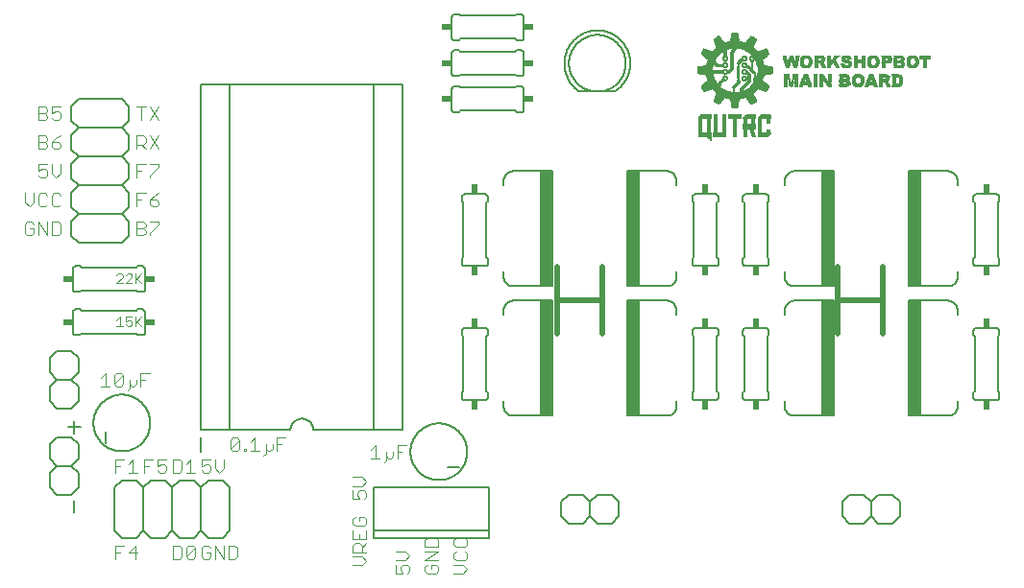
<source format=gto>
G75*
%MOIN*%
%OFA0B0*%
%FSLAX25Y25*%
%IPPOS*%
%LPD*%
%AMOC8*
5,1,8,0,0,1.08239X$1,22.5*
%
%ADD10C,0.00600*%
%ADD11C,0.00400*%
%ADD12C,0.02000*%
%ADD13C,0.00800*%
%ADD14R,0.04000X0.40000*%
%ADD15R,0.02400X0.03400*%
%ADD16R,0.03400X0.02400*%
%ADD17C,0.00500*%
%ADD18R,0.00125X0.00025*%
%ADD19R,0.00150X0.00025*%
%ADD20R,0.00200X0.00025*%
%ADD21R,0.00225X0.00025*%
%ADD22R,0.00250X0.00025*%
%ADD23R,0.00275X0.00025*%
%ADD24R,0.00300X0.00025*%
%ADD25R,0.00325X0.00025*%
%ADD26R,0.00375X0.00025*%
%ADD27R,0.00400X0.00025*%
%ADD28R,0.00425X0.00025*%
%ADD29R,0.00450X0.00025*%
%ADD30R,0.00475X0.00025*%
%ADD31R,0.00500X0.00025*%
%ADD32R,0.00550X0.00025*%
%ADD33R,0.00575X0.00025*%
%ADD34R,0.00600X0.00025*%
%ADD35R,0.00625X0.00025*%
%ADD36R,0.00650X0.00025*%
%ADD37R,0.00675X0.00025*%
%ADD38R,0.00725X0.00025*%
%ADD39R,0.00750X0.00025*%
%ADD40R,0.00775X0.00025*%
%ADD41R,0.00800X0.00025*%
%ADD42R,0.00825X0.00025*%
%ADD43R,0.00850X0.00025*%
%ADD44R,0.00875X0.00025*%
%ADD45R,0.00925X0.00025*%
%ADD46R,0.00950X0.00025*%
%ADD47R,0.00975X0.00025*%
%ADD48R,0.01000X0.00025*%
%ADD49R,0.01025X0.00025*%
%ADD50R,0.01050X0.00025*%
%ADD51R,0.01100X0.00025*%
%ADD52R,0.01125X0.00025*%
%ADD53R,0.01150X0.00025*%
%ADD54R,0.01175X0.00025*%
%ADD55R,0.01200X0.00025*%
%ADD56R,0.01225X0.00025*%
%ADD57R,0.01275X0.00025*%
%ADD58R,0.01300X0.00025*%
%ADD59R,0.01325X0.00025*%
%ADD60R,0.01350X0.00025*%
%ADD61R,0.01375X0.00025*%
%ADD62R,0.01400X0.00025*%
%ADD63R,0.01450X0.00025*%
%ADD64R,0.01475X0.00025*%
%ADD65R,0.01500X0.00025*%
%ADD66R,0.01525X0.00025*%
%ADD67R,0.01550X0.00025*%
%ADD68R,0.01575X0.00025*%
%ADD69R,0.01625X0.00025*%
%ADD70R,0.01650X0.00025*%
%ADD71R,0.04575X0.00025*%
%ADD72R,0.04475X0.00025*%
%ADD73R,0.01600X0.00025*%
%ADD74R,0.03425X0.00025*%
%ADD75R,0.03450X0.00025*%
%ADD76R,0.03475X0.00025*%
%ADD77R,0.03500X0.00025*%
%ADD78R,0.03525X0.00025*%
%ADD79R,0.03550X0.00025*%
%ADD80R,0.03575X0.00025*%
%ADD81R,0.03600X0.00025*%
%ADD82R,0.03625X0.00025*%
%ADD83R,0.03650X0.00025*%
%ADD84R,0.03675X0.00025*%
%ADD85R,0.03700X0.00025*%
%ADD86R,0.03725X0.00025*%
%ADD87R,0.03750X0.00025*%
%ADD88R,0.03775X0.00025*%
%ADD89R,0.03800X0.00025*%
%ADD90R,0.03825X0.00025*%
%ADD91R,0.03850X0.00025*%
%ADD92R,0.03875X0.00025*%
%ADD93R,0.03900X0.00025*%
%ADD94R,0.03925X0.00025*%
%ADD95R,0.03950X0.00025*%
%ADD96R,0.03975X0.00025*%
%ADD97R,0.04000X0.00025*%
%ADD98R,0.04025X0.00025*%
%ADD99R,0.04050X0.00025*%
%ADD100R,0.04075X0.00025*%
%ADD101R,0.04100X0.00025*%
%ADD102R,0.04125X0.00025*%
%ADD103R,0.04150X0.00025*%
%ADD104R,0.04175X0.00025*%
%ADD105R,0.04200X0.00025*%
%ADD106R,0.04225X0.00025*%
%ADD107R,0.04250X0.00025*%
%ADD108R,0.04275X0.00025*%
%ADD109R,0.04300X0.00025*%
%ADD110R,0.04325X0.00025*%
%ADD111R,0.04350X0.00025*%
%ADD112R,0.04375X0.00025*%
%ADD113R,0.04400X0.00025*%
%ADD114R,0.04425X0.00025*%
%ADD115R,0.04450X0.00025*%
%ADD116R,0.04500X0.00025*%
%ADD117R,0.04550X0.00025*%
%ADD118R,0.04525X0.00025*%
%ADD119R,0.03400X0.00025*%
%ADD120R,0.03375X0.00025*%
%ADD121R,0.03350X0.00025*%
%ADD122R,0.03325X0.00025*%
%ADD123R,0.03300X0.00025*%
%ADD124R,0.03275X0.00025*%
%ADD125R,0.03250X0.00025*%
%ADD126R,0.02200X0.00025*%
%ADD127R,0.02250X0.00025*%
%ADD128R,0.02275X0.00025*%
%ADD129R,0.02300X0.00025*%
%ADD130R,0.02325X0.00025*%
%ADD131R,0.02350X0.00025*%
%ADD132R,0.02375X0.00025*%
%ADD133R,0.02400X0.00025*%
%ADD134R,0.02425X0.00025*%
%ADD135R,0.02450X0.00025*%
%ADD136R,0.02475X0.00025*%
%ADD137R,0.02500X0.00025*%
%ADD138R,0.02525X0.00025*%
%ADD139R,0.02550X0.00025*%
%ADD140R,0.02575X0.00025*%
%ADD141R,0.02600X0.00025*%
%ADD142R,0.02625X0.00025*%
%ADD143R,0.02650X0.00025*%
%ADD144R,0.00025X0.00025*%
%ADD145R,0.00100X0.00025*%
%ADD146R,0.02675X0.00025*%
%ADD147R,0.00175X0.00025*%
%ADD148R,0.02700X0.00025*%
%ADD149R,0.00350X0.00025*%
%ADD150R,0.02725X0.00025*%
%ADD151R,0.02750X0.00025*%
%ADD152R,0.02775X0.00025*%
%ADD153R,0.01075X0.00025*%
%ADD154R,0.02800X0.00025*%
%ADD155R,0.02825X0.00025*%
%ADD156R,0.01425X0.00025*%
%ADD157R,0.02850X0.00025*%
%ADD158R,0.02875X0.00025*%
%ADD159R,0.01725X0.00025*%
%ADD160R,0.01800X0.00025*%
%ADD161R,0.01775X0.00025*%
%ADD162R,0.01850X0.00025*%
%ADD163R,0.02900X0.00025*%
%ADD164R,0.01825X0.00025*%
%ADD165R,0.01900X0.00025*%
%ADD166R,0.01975X0.00025*%
%ADD167R,0.02050X0.00025*%
%ADD168R,0.02925X0.00025*%
%ADD169R,0.02125X0.00025*%
%ADD170R,0.02100X0.00025*%
%ADD171R,0.02175X0.00025*%
%ADD172R,0.02950X0.00025*%
%ADD173R,0.02150X0.00025*%
%ADD174R,0.02225X0.00025*%
%ADD175R,0.02975X0.00025*%
%ADD176R,0.03000X0.00025*%
%ADD177R,0.03025X0.00025*%
%ADD178R,0.03050X0.00025*%
%ADD179R,0.03075X0.00025*%
%ADD180R,0.03100X0.00025*%
%ADD181R,0.03125X0.00025*%
%ADD182R,0.03150X0.00025*%
%ADD183R,0.03175X0.00025*%
%ADD184R,0.03200X0.00025*%
%ADD185R,0.03225X0.00025*%
%ADD186R,0.04675X0.00025*%
%ADD187R,0.04850X0.00025*%
%ADD188R,0.05050X0.00025*%
%ADD189R,0.05250X0.00025*%
%ADD190R,0.05375X0.00025*%
%ADD191R,0.05550X0.00025*%
%ADD192R,0.05750X0.00025*%
%ADD193R,0.05875X0.00025*%
%ADD194R,0.06050X0.00025*%
%ADD195R,0.06225X0.00025*%
%ADD196R,0.06375X0.00025*%
%ADD197R,0.06525X0.00025*%
%ADD198R,0.06675X0.00025*%
%ADD199R,0.06850X0.00025*%
%ADD200R,0.06975X0.00025*%
%ADD201R,0.14075X0.00025*%
%ADD202R,0.14050X0.00025*%
%ADD203R,0.14000X0.00025*%
%ADD204R,0.13975X0.00025*%
%ADD205R,0.13950X0.00025*%
%ADD206R,0.13925X0.00025*%
%ADD207R,0.13900X0.00025*%
%ADD208R,0.13875X0.00025*%
%ADD209R,0.13850X0.00025*%
%ADD210R,0.13825X0.00025*%
%ADD211R,0.13800X0.00025*%
%ADD212R,0.13775X0.00025*%
%ADD213R,0.13750X0.00025*%
%ADD214R,0.13725X0.00025*%
%ADD215R,0.13700X0.00025*%
%ADD216R,0.13675X0.00025*%
%ADD217R,0.13650X0.00025*%
%ADD218R,0.13600X0.00025*%
%ADD219R,0.13575X0.00025*%
%ADD220R,0.13550X0.00025*%
%ADD221R,0.13525X0.00025*%
%ADD222R,0.13500X0.00025*%
%ADD223R,0.13475X0.00025*%
%ADD224R,0.13450X0.00025*%
%ADD225R,0.13425X0.00025*%
%ADD226R,0.13400X0.00025*%
%ADD227R,0.13375X0.00025*%
%ADD228R,0.13350X0.00025*%
%ADD229R,0.13325X0.00025*%
%ADD230R,0.13300X0.00025*%
%ADD231R,0.13275X0.00025*%
%ADD232R,0.13250X0.00025*%
%ADD233R,0.13225X0.00025*%
%ADD234R,0.13200X0.00025*%
%ADD235R,0.13175X0.00025*%
%ADD236R,0.13150X0.00025*%
%ADD237R,0.13125X0.00025*%
%ADD238R,0.13100X0.00025*%
%ADD239R,0.13050X0.00025*%
%ADD240R,0.13025X0.00025*%
%ADD241R,0.13000X0.00025*%
%ADD242R,0.12975X0.00025*%
%ADD243R,0.12950X0.00025*%
%ADD244R,0.12925X0.00025*%
%ADD245R,0.12900X0.00025*%
%ADD246R,0.12875X0.00025*%
%ADD247R,0.06450X0.00025*%
%ADD248R,0.06250X0.00025*%
%ADD249R,0.06475X0.00025*%
%ADD250R,0.05900X0.00025*%
%ADD251R,0.06500X0.00025*%
%ADD252R,0.05675X0.00025*%
%ADD253R,0.05475X0.00025*%
%ADD254R,0.00900X0.00025*%
%ADD255R,0.05500X0.00025*%
%ADD256R,0.05350X0.00025*%
%ADD257R,0.05400X0.00025*%
%ADD258R,0.05225X0.00025*%
%ADD259R,0.05275X0.00025*%
%ADD260R,0.05150X0.00025*%
%ADD261R,0.05075X0.00025*%
%ADD262R,0.04975X0.00025*%
%ADD263R,0.04900X0.00025*%
%ADD264R,0.05300X0.00025*%
%ADD265R,0.00075X0.00025*%
%ADD266R,0.05325X0.00025*%
%ADD267R,0.00050X0.00025*%
%ADD268R,0.04775X0.00025*%
%ADD269R,0.04725X0.00025*%
%ADD270R,0.04650X0.00025*%
%ADD271R,0.04600X0.00025*%
%ADD272R,0.05425X0.00025*%
%ADD273R,0.05450X0.00025*%
%ADD274R,0.01250X0.00025*%
%ADD275R,0.01675X0.00025*%
%ADD276R,0.01750X0.00025*%
%ADD277R,0.01925X0.00025*%
%ADD278R,0.02000X0.00025*%
%ADD279R,0.07150X0.00025*%
%ADD280R,0.07125X0.00025*%
%ADD281R,0.07100X0.00025*%
%ADD282R,0.07075X0.00025*%
%ADD283R,0.07050X0.00025*%
%ADD284R,0.07025X0.00025*%
%ADD285R,0.07000X0.00025*%
%ADD286R,0.06950X0.00025*%
%ADD287R,0.06925X0.00025*%
%ADD288R,0.06900X0.00025*%
%ADD289R,0.06875X0.00025*%
%ADD290R,0.06825X0.00025*%
%ADD291R,0.06800X0.00025*%
%ADD292R,0.06775X0.00025*%
%ADD293R,0.06750X0.00025*%
%ADD294R,0.06725X0.00025*%
%ADD295R,0.06650X0.00025*%
%ADD296R,0.06625X0.00025*%
%ADD297R,0.06600X0.00025*%
%ADD298R,0.06575X0.00025*%
%ADD299R,0.01875X0.00025*%
%ADD300R,0.02025X0.00025*%
%ADD301R,0.06400X0.00025*%
%ADD302R,0.06325X0.00025*%
%ADD303R,0.06275X0.00025*%
%ADD304R,0.06200X0.00025*%
%ADD305R,0.06150X0.00025*%
%ADD306R,0.06700X0.00025*%
%ADD307R,0.06100X0.00025*%
%ADD308R,0.06025X0.00025*%
%ADD309R,0.05975X0.00025*%
%ADD310R,0.05925X0.00025*%
%ADD311R,0.06550X0.00025*%
%ADD312R,0.05825X0.00025*%
%ADD313R,0.05775X0.00025*%
%ADD314R,0.05725X0.00025*%
%ADD315R,0.06425X0.00025*%
%ADD316R,0.05600X0.00025*%
%ADD317R,0.06350X0.00025*%
%ADD318R,0.06300X0.00025*%
%ADD319R,0.05200X0.00025*%
%ADD320R,0.05175X0.00025*%
%ADD321R,0.01700X0.00025*%
%ADD322R,0.05125X0.00025*%
%ADD323R,0.05100X0.00025*%
%ADD324R,0.05000X0.00025*%
%ADD325R,0.04950X0.00025*%
%ADD326R,0.04925X0.00025*%
%ADD327R,0.04875X0.00025*%
%ADD328R,0.04825X0.00025*%
%ADD329R,0.04800X0.00025*%
%ADD330R,0.04750X0.00025*%
%ADD331R,0.04700X0.00025*%
%ADD332R,0.04625X0.00025*%
%ADD333R,0.01950X0.00025*%
%ADD334R,0.02075X0.00025*%
%ADD335R,0.00700X0.00025*%
%ADD336R,0.00525X0.00025*%
%ADD337R,0.11275X0.00025*%
%ADD338R,0.11300X0.00025*%
%ADD339R,0.09525X0.00025*%
%ADD340R,0.09475X0.00025*%
%ADD341R,0.09425X0.00025*%
%ADD342R,0.09400X0.00025*%
%ADD343R,0.09375X0.00025*%
%ADD344R,0.09350X0.00025*%
%ADD345R,0.09325X0.00025*%
%ADD346R,0.09300X0.00025*%
%ADD347R,0.09275X0.00025*%
%ADD348R,0.09250X0.00025*%
%ADD349R,0.09450X0.00025*%
%ADD350R,0.09500X0.00025*%
%ADD351R,0.09550X0.00025*%
%ADD352R,0.12175X0.00025*%
%ADD353R,0.12200X0.00025*%
%ADD354R,0.12225X0.00025*%
%ADD355R,0.12275X0.00025*%
%ADD356R,0.12300X0.00025*%
%ADD357R,0.07475X0.00025*%
%ADD358R,0.05650X0.00025*%
%ADD359R,0.05700X0.00025*%
%ADD360R,0.05625X0.00025*%
%ADD361R,0.05575X0.00025*%
%ADD362R,0.05525X0.00025*%
%ADD363R,0.05800X0.00025*%
%ADD364R,0.05850X0.00025*%
%ADD365R,0.05950X0.00025*%
%ADD366R,0.06000X0.00025*%
%ADD367R,0.06075X0.00025*%
%ADD368R,0.06125X0.00025*%
%ADD369R,0.06175X0.00025*%
%ADD370R,0.07250X0.00025*%
%ADD371R,0.07175X0.00025*%
%ADD372R,0.13075X0.00025*%
%ADD373R,0.13625X0.00025*%
%ADD374R,0.10575X0.00025*%
D10*
X0036800Y0018000D02*
X0039300Y0015500D01*
X0044300Y0015500D01*
X0046800Y0018000D01*
X0046800Y0033000D01*
X0044300Y0035500D01*
X0039300Y0035500D01*
X0036800Y0033000D01*
X0036800Y0018000D01*
X0046800Y0018000D02*
X0049300Y0015500D01*
X0054300Y0015500D01*
X0056800Y0018000D01*
X0056800Y0033000D01*
X0054300Y0035500D01*
X0049300Y0035500D01*
X0046800Y0033000D01*
X0056800Y0033000D02*
X0059300Y0035500D01*
X0064300Y0035500D01*
X0066800Y0033000D01*
X0066800Y0018000D01*
X0064300Y0015500D01*
X0059300Y0015500D01*
X0056800Y0018000D01*
X0066800Y0018000D02*
X0069300Y0015500D01*
X0074300Y0015500D01*
X0076800Y0018000D01*
X0076800Y0033000D01*
X0074300Y0035500D01*
X0069300Y0035500D01*
X0066800Y0033000D01*
X0066800Y0053000D02*
X0076800Y0053000D01*
X0076800Y0173000D01*
X0126800Y0173000D01*
X0136800Y0173000D01*
X0136800Y0053000D01*
X0126800Y0053000D01*
X0105800Y0053000D01*
X0105798Y0053126D01*
X0105792Y0053251D01*
X0105782Y0053376D01*
X0105768Y0053501D01*
X0105751Y0053626D01*
X0105729Y0053750D01*
X0105704Y0053873D01*
X0105674Y0053995D01*
X0105641Y0054116D01*
X0105604Y0054236D01*
X0105564Y0054355D01*
X0105519Y0054472D01*
X0105471Y0054589D01*
X0105419Y0054703D01*
X0105364Y0054816D01*
X0105305Y0054927D01*
X0105243Y0055036D01*
X0105177Y0055143D01*
X0105108Y0055248D01*
X0105036Y0055351D01*
X0104961Y0055452D01*
X0104882Y0055550D01*
X0104800Y0055645D01*
X0104716Y0055738D01*
X0104628Y0055828D01*
X0104538Y0055916D01*
X0104445Y0056000D01*
X0104350Y0056082D01*
X0104252Y0056161D01*
X0104151Y0056236D01*
X0104048Y0056308D01*
X0103943Y0056377D01*
X0103836Y0056443D01*
X0103727Y0056505D01*
X0103616Y0056564D01*
X0103503Y0056619D01*
X0103389Y0056671D01*
X0103272Y0056719D01*
X0103155Y0056764D01*
X0103036Y0056804D01*
X0102916Y0056841D01*
X0102795Y0056874D01*
X0102673Y0056904D01*
X0102550Y0056929D01*
X0102426Y0056951D01*
X0102301Y0056968D01*
X0102176Y0056982D01*
X0102051Y0056992D01*
X0101926Y0056998D01*
X0101800Y0057000D01*
X0101674Y0056998D01*
X0101549Y0056992D01*
X0101424Y0056982D01*
X0101299Y0056968D01*
X0101174Y0056951D01*
X0101050Y0056929D01*
X0100927Y0056904D01*
X0100805Y0056874D01*
X0100684Y0056841D01*
X0100564Y0056804D01*
X0100445Y0056764D01*
X0100328Y0056719D01*
X0100211Y0056671D01*
X0100097Y0056619D01*
X0099984Y0056564D01*
X0099873Y0056505D01*
X0099764Y0056443D01*
X0099657Y0056377D01*
X0099552Y0056308D01*
X0099449Y0056236D01*
X0099348Y0056161D01*
X0099250Y0056082D01*
X0099155Y0056000D01*
X0099062Y0055916D01*
X0098972Y0055828D01*
X0098884Y0055738D01*
X0098800Y0055645D01*
X0098718Y0055550D01*
X0098639Y0055452D01*
X0098564Y0055351D01*
X0098492Y0055248D01*
X0098423Y0055143D01*
X0098357Y0055036D01*
X0098295Y0054927D01*
X0098236Y0054816D01*
X0098181Y0054703D01*
X0098129Y0054589D01*
X0098081Y0054472D01*
X0098036Y0054355D01*
X0097996Y0054236D01*
X0097959Y0054116D01*
X0097926Y0053995D01*
X0097896Y0053873D01*
X0097871Y0053750D01*
X0097849Y0053626D01*
X0097832Y0053501D01*
X0097818Y0053376D01*
X0097808Y0053251D01*
X0097802Y0053126D01*
X0097800Y0053000D01*
X0076800Y0053000D01*
X0066800Y0053000D02*
X0066800Y0173000D01*
X0076800Y0173000D01*
X0041800Y0165500D02*
X0041800Y0160500D01*
X0039300Y0158000D01*
X0024300Y0158000D01*
X0021800Y0160500D01*
X0021800Y0165500D01*
X0024300Y0168000D01*
X0039300Y0168000D01*
X0041800Y0165500D01*
X0039300Y0158000D02*
X0041800Y0155500D01*
X0041800Y0150500D01*
X0039300Y0148000D01*
X0024300Y0148000D01*
X0021800Y0150500D01*
X0021800Y0155500D01*
X0024300Y0158000D01*
X0024300Y0148000D02*
X0021800Y0145500D01*
X0021800Y0140500D01*
X0024300Y0138000D01*
X0039300Y0138000D01*
X0041800Y0140500D01*
X0041800Y0145500D01*
X0039300Y0148000D01*
X0039300Y0138000D02*
X0041800Y0135500D01*
X0041800Y0130500D01*
X0039300Y0128000D01*
X0024300Y0128000D01*
X0021800Y0130500D01*
X0021800Y0135500D01*
X0024300Y0138000D01*
X0024300Y0128000D02*
X0021800Y0125500D01*
X0021800Y0120500D01*
X0024300Y0118000D01*
X0039300Y0118000D01*
X0041800Y0120500D01*
X0041800Y0125500D01*
X0039300Y0128000D01*
X0044800Y0110000D02*
X0046300Y0110000D01*
X0046360Y0109998D01*
X0046421Y0109993D01*
X0046480Y0109984D01*
X0046539Y0109971D01*
X0046598Y0109955D01*
X0046655Y0109935D01*
X0046710Y0109912D01*
X0046765Y0109885D01*
X0046817Y0109856D01*
X0046868Y0109823D01*
X0046917Y0109787D01*
X0046963Y0109749D01*
X0047007Y0109707D01*
X0047049Y0109663D01*
X0047087Y0109617D01*
X0047123Y0109568D01*
X0047156Y0109517D01*
X0047185Y0109465D01*
X0047212Y0109410D01*
X0047235Y0109355D01*
X0047255Y0109298D01*
X0047271Y0109239D01*
X0047284Y0109180D01*
X0047293Y0109121D01*
X0047298Y0109060D01*
X0047300Y0109000D01*
X0047300Y0102000D01*
X0047298Y0101940D01*
X0047293Y0101879D01*
X0047284Y0101820D01*
X0047271Y0101761D01*
X0047255Y0101702D01*
X0047235Y0101645D01*
X0047212Y0101590D01*
X0047185Y0101535D01*
X0047156Y0101483D01*
X0047123Y0101432D01*
X0047087Y0101383D01*
X0047049Y0101337D01*
X0047007Y0101293D01*
X0046963Y0101251D01*
X0046917Y0101213D01*
X0046868Y0101177D01*
X0046817Y0101144D01*
X0046765Y0101115D01*
X0046710Y0101088D01*
X0046655Y0101065D01*
X0046598Y0101045D01*
X0046539Y0101029D01*
X0046480Y0101016D01*
X0046421Y0101007D01*
X0046360Y0101002D01*
X0046300Y0101000D01*
X0044800Y0101000D01*
X0044300Y0101500D01*
X0025300Y0101500D01*
X0024800Y0101000D01*
X0023300Y0101000D01*
X0023240Y0101002D01*
X0023179Y0101007D01*
X0023120Y0101016D01*
X0023061Y0101029D01*
X0023002Y0101045D01*
X0022945Y0101065D01*
X0022890Y0101088D01*
X0022835Y0101115D01*
X0022783Y0101144D01*
X0022732Y0101177D01*
X0022683Y0101213D01*
X0022637Y0101251D01*
X0022593Y0101293D01*
X0022551Y0101337D01*
X0022513Y0101383D01*
X0022477Y0101432D01*
X0022444Y0101483D01*
X0022415Y0101535D01*
X0022388Y0101590D01*
X0022365Y0101645D01*
X0022345Y0101702D01*
X0022329Y0101761D01*
X0022316Y0101820D01*
X0022307Y0101879D01*
X0022302Y0101940D01*
X0022300Y0102000D01*
X0022300Y0109000D01*
X0022302Y0109060D01*
X0022307Y0109121D01*
X0022316Y0109180D01*
X0022329Y0109239D01*
X0022345Y0109298D01*
X0022365Y0109355D01*
X0022388Y0109410D01*
X0022415Y0109465D01*
X0022444Y0109517D01*
X0022477Y0109568D01*
X0022513Y0109617D01*
X0022551Y0109663D01*
X0022593Y0109707D01*
X0022637Y0109749D01*
X0022683Y0109787D01*
X0022732Y0109823D01*
X0022783Y0109856D01*
X0022835Y0109885D01*
X0022890Y0109912D01*
X0022945Y0109935D01*
X0023002Y0109955D01*
X0023061Y0109971D01*
X0023120Y0109984D01*
X0023179Y0109993D01*
X0023240Y0109998D01*
X0023300Y0110000D01*
X0024800Y0110000D01*
X0025300Y0109500D01*
X0044300Y0109500D01*
X0044800Y0110000D01*
X0044800Y0095000D02*
X0046300Y0095000D01*
X0046360Y0094998D01*
X0046421Y0094993D01*
X0046480Y0094984D01*
X0046539Y0094971D01*
X0046598Y0094955D01*
X0046655Y0094935D01*
X0046710Y0094912D01*
X0046765Y0094885D01*
X0046817Y0094856D01*
X0046868Y0094823D01*
X0046917Y0094787D01*
X0046963Y0094749D01*
X0047007Y0094707D01*
X0047049Y0094663D01*
X0047087Y0094617D01*
X0047123Y0094568D01*
X0047156Y0094517D01*
X0047185Y0094465D01*
X0047212Y0094410D01*
X0047235Y0094355D01*
X0047255Y0094298D01*
X0047271Y0094239D01*
X0047284Y0094180D01*
X0047293Y0094121D01*
X0047298Y0094060D01*
X0047300Y0094000D01*
X0047300Y0087000D01*
X0047298Y0086940D01*
X0047293Y0086879D01*
X0047284Y0086820D01*
X0047271Y0086761D01*
X0047255Y0086702D01*
X0047235Y0086645D01*
X0047212Y0086590D01*
X0047185Y0086535D01*
X0047156Y0086483D01*
X0047123Y0086432D01*
X0047087Y0086383D01*
X0047049Y0086337D01*
X0047007Y0086293D01*
X0046963Y0086251D01*
X0046917Y0086213D01*
X0046868Y0086177D01*
X0046817Y0086144D01*
X0046765Y0086115D01*
X0046710Y0086088D01*
X0046655Y0086065D01*
X0046598Y0086045D01*
X0046539Y0086029D01*
X0046480Y0086016D01*
X0046421Y0086007D01*
X0046360Y0086002D01*
X0046300Y0086000D01*
X0044800Y0086000D01*
X0044300Y0086500D01*
X0025300Y0086500D01*
X0024800Y0086000D01*
X0023300Y0086000D01*
X0023240Y0086002D01*
X0023179Y0086007D01*
X0023120Y0086016D01*
X0023061Y0086029D01*
X0023002Y0086045D01*
X0022945Y0086065D01*
X0022890Y0086088D01*
X0022835Y0086115D01*
X0022783Y0086144D01*
X0022732Y0086177D01*
X0022683Y0086213D01*
X0022637Y0086251D01*
X0022593Y0086293D01*
X0022551Y0086337D01*
X0022513Y0086383D01*
X0022477Y0086432D01*
X0022444Y0086483D01*
X0022415Y0086535D01*
X0022388Y0086590D01*
X0022365Y0086645D01*
X0022345Y0086702D01*
X0022329Y0086761D01*
X0022316Y0086820D01*
X0022307Y0086879D01*
X0022302Y0086940D01*
X0022300Y0087000D01*
X0022300Y0094000D01*
X0022302Y0094060D01*
X0022307Y0094121D01*
X0022316Y0094180D01*
X0022329Y0094239D01*
X0022345Y0094298D01*
X0022365Y0094355D01*
X0022388Y0094410D01*
X0022415Y0094465D01*
X0022444Y0094517D01*
X0022477Y0094568D01*
X0022513Y0094617D01*
X0022551Y0094663D01*
X0022593Y0094707D01*
X0022637Y0094749D01*
X0022683Y0094787D01*
X0022732Y0094823D01*
X0022783Y0094856D01*
X0022835Y0094885D01*
X0022890Y0094912D01*
X0022945Y0094935D01*
X0023002Y0094955D01*
X0023061Y0094971D01*
X0023120Y0094984D01*
X0023179Y0094993D01*
X0023240Y0094998D01*
X0023300Y0095000D01*
X0024800Y0095000D01*
X0025300Y0094500D01*
X0044300Y0094500D01*
X0044800Y0095000D01*
X0024300Y0078000D02*
X0021800Y0080500D01*
X0016800Y0080500D01*
X0014300Y0078000D01*
X0014300Y0073000D01*
X0016800Y0070500D01*
X0021800Y0070500D01*
X0024300Y0073000D01*
X0024300Y0078000D01*
X0021800Y0070500D02*
X0024300Y0068000D01*
X0024300Y0063000D01*
X0021800Y0060500D01*
X0016800Y0060500D01*
X0014300Y0063000D01*
X0014300Y0068000D01*
X0016800Y0070500D01*
X0022797Y0056125D02*
X0022797Y0051855D01*
X0021800Y0050500D02*
X0024300Y0048000D01*
X0024300Y0043000D01*
X0021800Y0040500D01*
X0024300Y0038000D01*
X0024300Y0033000D01*
X0021800Y0030500D01*
X0016800Y0030500D01*
X0014300Y0033000D01*
X0014300Y0038000D01*
X0016800Y0040500D01*
X0014300Y0043000D01*
X0014300Y0048000D01*
X0016800Y0050500D01*
X0021800Y0050500D01*
X0020662Y0053990D02*
X0024932Y0053990D01*
X0021800Y0040500D02*
X0016800Y0040500D01*
X0022797Y0028625D02*
X0022797Y0024355D01*
X0126800Y0053000D02*
X0126800Y0173000D01*
X0153800Y0171500D02*
X0153800Y0164500D01*
X0153802Y0164440D01*
X0153807Y0164379D01*
X0153816Y0164320D01*
X0153829Y0164261D01*
X0153845Y0164202D01*
X0153865Y0164145D01*
X0153888Y0164090D01*
X0153915Y0164035D01*
X0153944Y0163983D01*
X0153977Y0163932D01*
X0154013Y0163883D01*
X0154051Y0163837D01*
X0154093Y0163793D01*
X0154137Y0163751D01*
X0154183Y0163713D01*
X0154232Y0163677D01*
X0154283Y0163644D01*
X0154335Y0163615D01*
X0154390Y0163588D01*
X0154445Y0163565D01*
X0154502Y0163545D01*
X0154561Y0163529D01*
X0154620Y0163516D01*
X0154679Y0163507D01*
X0154740Y0163502D01*
X0154800Y0163500D01*
X0156300Y0163500D01*
X0156800Y0164000D01*
X0175800Y0164000D01*
X0176300Y0163500D01*
X0177800Y0163500D01*
X0177860Y0163502D01*
X0177921Y0163507D01*
X0177980Y0163516D01*
X0178039Y0163529D01*
X0178098Y0163545D01*
X0178155Y0163565D01*
X0178210Y0163588D01*
X0178265Y0163615D01*
X0178317Y0163644D01*
X0178368Y0163677D01*
X0178417Y0163713D01*
X0178463Y0163751D01*
X0178507Y0163793D01*
X0178549Y0163837D01*
X0178587Y0163883D01*
X0178623Y0163932D01*
X0178656Y0163983D01*
X0178685Y0164035D01*
X0178712Y0164090D01*
X0178735Y0164145D01*
X0178755Y0164202D01*
X0178771Y0164261D01*
X0178784Y0164320D01*
X0178793Y0164379D01*
X0178798Y0164440D01*
X0178800Y0164500D01*
X0178800Y0171500D01*
X0178798Y0171560D01*
X0178793Y0171621D01*
X0178784Y0171680D01*
X0178771Y0171739D01*
X0178755Y0171798D01*
X0178735Y0171855D01*
X0178712Y0171910D01*
X0178685Y0171965D01*
X0178656Y0172017D01*
X0178623Y0172068D01*
X0178587Y0172117D01*
X0178549Y0172163D01*
X0178507Y0172207D01*
X0178463Y0172249D01*
X0178417Y0172287D01*
X0178368Y0172323D01*
X0178317Y0172356D01*
X0178265Y0172385D01*
X0178210Y0172412D01*
X0178155Y0172435D01*
X0178098Y0172455D01*
X0178039Y0172471D01*
X0177980Y0172484D01*
X0177921Y0172493D01*
X0177860Y0172498D01*
X0177800Y0172500D01*
X0176300Y0172500D01*
X0175800Y0172000D01*
X0156800Y0172000D01*
X0156300Y0172500D01*
X0154800Y0172500D01*
X0154740Y0172498D01*
X0154679Y0172493D01*
X0154620Y0172484D01*
X0154561Y0172471D01*
X0154502Y0172455D01*
X0154445Y0172435D01*
X0154390Y0172412D01*
X0154335Y0172385D01*
X0154283Y0172356D01*
X0154232Y0172323D01*
X0154183Y0172287D01*
X0154137Y0172249D01*
X0154093Y0172207D01*
X0154051Y0172163D01*
X0154013Y0172117D01*
X0153977Y0172068D01*
X0153944Y0172017D01*
X0153915Y0171965D01*
X0153888Y0171910D01*
X0153865Y0171855D01*
X0153845Y0171798D01*
X0153829Y0171739D01*
X0153816Y0171680D01*
X0153807Y0171621D01*
X0153802Y0171560D01*
X0153800Y0171500D01*
X0154800Y0176000D02*
X0156300Y0176000D01*
X0156800Y0176500D01*
X0175800Y0176500D01*
X0176300Y0176000D01*
X0177800Y0176000D01*
X0177860Y0176002D01*
X0177921Y0176007D01*
X0177980Y0176016D01*
X0178039Y0176029D01*
X0178098Y0176045D01*
X0178155Y0176065D01*
X0178210Y0176088D01*
X0178265Y0176115D01*
X0178317Y0176144D01*
X0178368Y0176177D01*
X0178417Y0176213D01*
X0178463Y0176251D01*
X0178507Y0176293D01*
X0178549Y0176337D01*
X0178587Y0176383D01*
X0178623Y0176432D01*
X0178656Y0176483D01*
X0178685Y0176535D01*
X0178712Y0176590D01*
X0178735Y0176645D01*
X0178755Y0176702D01*
X0178771Y0176761D01*
X0178784Y0176820D01*
X0178793Y0176879D01*
X0178798Y0176940D01*
X0178800Y0177000D01*
X0178800Y0184000D01*
X0178798Y0184060D01*
X0178793Y0184121D01*
X0178784Y0184180D01*
X0178771Y0184239D01*
X0178755Y0184298D01*
X0178735Y0184355D01*
X0178712Y0184410D01*
X0178685Y0184465D01*
X0178656Y0184517D01*
X0178623Y0184568D01*
X0178587Y0184617D01*
X0178549Y0184663D01*
X0178507Y0184707D01*
X0178463Y0184749D01*
X0178417Y0184787D01*
X0178368Y0184823D01*
X0178317Y0184856D01*
X0178265Y0184885D01*
X0178210Y0184912D01*
X0178155Y0184935D01*
X0178098Y0184955D01*
X0178039Y0184971D01*
X0177980Y0184984D01*
X0177921Y0184993D01*
X0177860Y0184998D01*
X0177800Y0185000D01*
X0176300Y0185000D01*
X0175800Y0184500D01*
X0156800Y0184500D01*
X0156300Y0185000D01*
X0154800Y0185000D01*
X0154740Y0184998D01*
X0154679Y0184993D01*
X0154620Y0184984D01*
X0154561Y0184971D01*
X0154502Y0184955D01*
X0154445Y0184935D01*
X0154390Y0184912D01*
X0154335Y0184885D01*
X0154283Y0184856D01*
X0154232Y0184823D01*
X0154183Y0184787D01*
X0154137Y0184749D01*
X0154093Y0184707D01*
X0154051Y0184663D01*
X0154013Y0184617D01*
X0153977Y0184568D01*
X0153944Y0184517D01*
X0153915Y0184465D01*
X0153888Y0184410D01*
X0153865Y0184355D01*
X0153845Y0184298D01*
X0153829Y0184239D01*
X0153816Y0184180D01*
X0153807Y0184121D01*
X0153802Y0184060D01*
X0153800Y0184000D01*
X0153800Y0177000D01*
X0153802Y0176940D01*
X0153807Y0176879D01*
X0153816Y0176820D01*
X0153829Y0176761D01*
X0153845Y0176702D01*
X0153865Y0176645D01*
X0153888Y0176590D01*
X0153915Y0176535D01*
X0153944Y0176483D01*
X0153977Y0176432D01*
X0154013Y0176383D01*
X0154051Y0176337D01*
X0154093Y0176293D01*
X0154137Y0176251D01*
X0154183Y0176213D01*
X0154232Y0176177D01*
X0154283Y0176144D01*
X0154335Y0176115D01*
X0154390Y0176088D01*
X0154445Y0176065D01*
X0154502Y0176045D01*
X0154561Y0176029D01*
X0154620Y0176016D01*
X0154679Y0176007D01*
X0154740Y0176002D01*
X0154800Y0176000D01*
X0154800Y0188500D02*
X0156300Y0188500D01*
X0156800Y0189000D01*
X0175800Y0189000D01*
X0176300Y0188500D01*
X0177800Y0188500D01*
X0177860Y0188502D01*
X0177921Y0188507D01*
X0177980Y0188516D01*
X0178039Y0188529D01*
X0178098Y0188545D01*
X0178155Y0188565D01*
X0178210Y0188588D01*
X0178265Y0188615D01*
X0178317Y0188644D01*
X0178368Y0188677D01*
X0178417Y0188713D01*
X0178463Y0188751D01*
X0178507Y0188793D01*
X0178549Y0188837D01*
X0178587Y0188883D01*
X0178623Y0188932D01*
X0178656Y0188983D01*
X0178685Y0189035D01*
X0178712Y0189090D01*
X0178735Y0189145D01*
X0178755Y0189202D01*
X0178771Y0189261D01*
X0178784Y0189320D01*
X0178793Y0189379D01*
X0178798Y0189440D01*
X0178800Y0189500D01*
X0178800Y0196500D01*
X0178798Y0196560D01*
X0178793Y0196621D01*
X0178784Y0196680D01*
X0178771Y0196739D01*
X0178755Y0196798D01*
X0178735Y0196855D01*
X0178712Y0196910D01*
X0178685Y0196965D01*
X0178656Y0197017D01*
X0178623Y0197068D01*
X0178587Y0197117D01*
X0178549Y0197163D01*
X0178507Y0197207D01*
X0178463Y0197249D01*
X0178417Y0197287D01*
X0178368Y0197323D01*
X0178317Y0197356D01*
X0178265Y0197385D01*
X0178210Y0197412D01*
X0178155Y0197435D01*
X0178098Y0197455D01*
X0178039Y0197471D01*
X0177980Y0197484D01*
X0177921Y0197493D01*
X0177860Y0197498D01*
X0177800Y0197500D01*
X0176300Y0197500D01*
X0175800Y0197000D01*
X0156800Y0197000D01*
X0156300Y0197500D01*
X0154800Y0197500D01*
X0154740Y0197498D01*
X0154679Y0197493D01*
X0154620Y0197484D01*
X0154561Y0197471D01*
X0154502Y0197455D01*
X0154445Y0197435D01*
X0154390Y0197412D01*
X0154335Y0197385D01*
X0154283Y0197356D01*
X0154232Y0197323D01*
X0154183Y0197287D01*
X0154137Y0197249D01*
X0154093Y0197207D01*
X0154051Y0197163D01*
X0154013Y0197117D01*
X0153977Y0197068D01*
X0153944Y0197017D01*
X0153915Y0196965D01*
X0153888Y0196910D01*
X0153865Y0196855D01*
X0153845Y0196798D01*
X0153829Y0196739D01*
X0153816Y0196680D01*
X0153807Y0196621D01*
X0153802Y0196560D01*
X0153800Y0196500D01*
X0153800Y0189500D01*
X0153802Y0189440D01*
X0153807Y0189379D01*
X0153816Y0189320D01*
X0153829Y0189261D01*
X0153845Y0189202D01*
X0153865Y0189145D01*
X0153888Y0189090D01*
X0153915Y0189035D01*
X0153944Y0188983D01*
X0153977Y0188932D01*
X0154013Y0188883D01*
X0154051Y0188837D01*
X0154093Y0188793D01*
X0154137Y0188751D01*
X0154183Y0188713D01*
X0154232Y0188677D01*
X0154283Y0188644D01*
X0154335Y0188615D01*
X0154390Y0188588D01*
X0154445Y0188565D01*
X0154502Y0188545D01*
X0154561Y0188529D01*
X0154620Y0188516D01*
X0154679Y0188507D01*
X0154740Y0188502D01*
X0154800Y0188500D01*
X0158300Y0135000D02*
X0165300Y0135000D01*
X0165360Y0134998D01*
X0165421Y0134993D01*
X0165480Y0134984D01*
X0165539Y0134971D01*
X0165598Y0134955D01*
X0165655Y0134935D01*
X0165710Y0134912D01*
X0165765Y0134885D01*
X0165817Y0134856D01*
X0165868Y0134823D01*
X0165917Y0134787D01*
X0165963Y0134749D01*
X0166007Y0134707D01*
X0166049Y0134663D01*
X0166087Y0134617D01*
X0166123Y0134568D01*
X0166156Y0134517D01*
X0166185Y0134465D01*
X0166212Y0134410D01*
X0166235Y0134355D01*
X0166255Y0134298D01*
X0166271Y0134239D01*
X0166284Y0134180D01*
X0166293Y0134121D01*
X0166298Y0134060D01*
X0166300Y0134000D01*
X0166300Y0132500D01*
X0165800Y0132000D01*
X0165800Y0113000D01*
X0166300Y0112500D01*
X0166300Y0111000D01*
X0166298Y0110940D01*
X0166293Y0110879D01*
X0166284Y0110820D01*
X0166271Y0110761D01*
X0166255Y0110702D01*
X0166235Y0110645D01*
X0166212Y0110590D01*
X0166185Y0110535D01*
X0166156Y0110483D01*
X0166123Y0110432D01*
X0166087Y0110383D01*
X0166049Y0110337D01*
X0166007Y0110293D01*
X0165963Y0110251D01*
X0165917Y0110213D01*
X0165868Y0110177D01*
X0165817Y0110144D01*
X0165765Y0110115D01*
X0165710Y0110088D01*
X0165655Y0110065D01*
X0165598Y0110045D01*
X0165539Y0110029D01*
X0165480Y0110016D01*
X0165421Y0110007D01*
X0165360Y0110002D01*
X0165300Y0110000D01*
X0158300Y0110000D01*
X0158240Y0110002D01*
X0158179Y0110007D01*
X0158120Y0110016D01*
X0158061Y0110029D01*
X0158002Y0110045D01*
X0157945Y0110065D01*
X0157890Y0110088D01*
X0157835Y0110115D01*
X0157783Y0110144D01*
X0157732Y0110177D01*
X0157683Y0110213D01*
X0157637Y0110251D01*
X0157593Y0110293D01*
X0157551Y0110337D01*
X0157513Y0110383D01*
X0157477Y0110432D01*
X0157444Y0110483D01*
X0157415Y0110535D01*
X0157388Y0110590D01*
X0157365Y0110645D01*
X0157345Y0110702D01*
X0157329Y0110761D01*
X0157316Y0110820D01*
X0157307Y0110879D01*
X0157302Y0110940D01*
X0157300Y0111000D01*
X0157300Y0112500D01*
X0157800Y0113000D01*
X0157800Y0132000D01*
X0157300Y0132500D01*
X0157300Y0134000D01*
X0157302Y0134060D01*
X0157307Y0134121D01*
X0157316Y0134180D01*
X0157329Y0134239D01*
X0157345Y0134298D01*
X0157365Y0134355D01*
X0157388Y0134410D01*
X0157415Y0134465D01*
X0157444Y0134517D01*
X0157477Y0134568D01*
X0157513Y0134617D01*
X0157551Y0134663D01*
X0157593Y0134707D01*
X0157637Y0134749D01*
X0157683Y0134787D01*
X0157732Y0134823D01*
X0157783Y0134856D01*
X0157835Y0134885D01*
X0157890Y0134912D01*
X0157945Y0134935D01*
X0158002Y0134955D01*
X0158061Y0134971D01*
X0158120Y0134984D01*
X0158179Y0134993D01*
X0158240Y0134998D01*
X0158300Y0135000D01*
X0237300Y0134000D02*
X0237300Y0132500D01*
X0237800Y0132000D01*
X0237800Y0113000D01*
X0237300Y0112500D01*
X0237300Y0111000D01*
X0237302Y0110940D01*
X0237307Y0110879D01*
X0237316Y0110820D01*
X0237329Y0110761D01*
X0237345Y0110702D01*
X0237365Y0110645D01*
X0237388Y0110590D01*
X0237415Y0110535D01*
X0237444Y0110483D01*
X0237477Y0110432D01*
X0237513Y0110383D01*
X0237551Y0110337D01*
X0237593Y0110293D01*
X0237637Y0110251D01*
X0237683Y0110213D01*
X0237732Y0110177D01*
X0237783Y0110144D01*
X0237835Y0110115D01*
X0237890Y0110088D01*
X0237945Y0110065D01*
X0238002Y0110045D01*
X0238061Y0110029D01*
X0238120Y0110016D01*
X0238179Y0110007D01*
X0238240Y0110002D01*
X0238300Y0110000D01*
X0245300Y0110000D01*
X0245360Y0110002D01*
X0245421Y0110007D01*
X0245480Y0110016D01*
X0245539Y0110029D01*
X0245598Y0110045D01*
X0245655Y0110065D01*
X0245710Y0110088D01*
X0245765Y0110115D01*
X0245817Y0110144D01*
X0245868Y0110177D01*
X0245917Y0110213D01*
X0245963Y0110251D01*
X0246007Y0110293D01*
X0246049Y0110337D01*
X0246087Y0110383D01*
X0246123Y0110432D01*
X0246156Y0110483D01*
X0246185Y0110535D01*
X0246212Y0110590D01*
X0246235Y0110645D01*
X0246255Y0110702D01*
X0246271Y0110761D01*
X0246284Y0110820D01*
X0246293Y0110879D01*
X0246298Y0110940D01*
X0246300Y0111000D01*
X0246300Y0112500D01*
X0245800Y0113000D01*
X0245800Y0132000D01*
X0246300Y0132500D01*
X0246300Y0134000D01*
X0246298Y0134060D01*
X0246293Y0134121D01*
X0246284Y0134180D01*
X0246271Y0134239D01*
X0246255Y0134298D01*
X0246235Y0134355D01*
X0246212Y0134410D01*
X0246185Y0134465D01*
X0246156Y0134517D01*
X0246123Y0134568D01*
X0246087Y0134617D01*
X0246049Y0134663D01*
X0246007Y0134707D01*
X0245963Y0134749D01*
X0245917Y0134787D01*
X0245868Y0134823D01*
X0245817Y0134856D01*
X0245765Y0134885D01*
X0245710Y0134912D01*
X0245655Y0134935D01*
X0245598Y0134955D01*
X0245539Y0134971D01*
X0245480Y0134984D01*
X0245421Y0134993D01*
X0245360Y0134998D01*
X0245300Y0135000D01*
X0238300Y0135000D01*
X0238240Y0134998D01*
X0238179Y0134993D01*
X0238120Y0134984D01*
X0238061Y0134971D01*
X0238002Y0134955D01*
X0237945Y0134935D01*
X0237890Y0134912D01*
X0237835Y0134885D01*
X0237783Y0134856D01*
X0237732Y0134823D01*
X0237683Y0134787D01*
X0237637Y0134749D01*
X0237593Y0134707D01*
X0237551Y0134663D01*
X0237513Y0134617D01*
X0237477Y0134568D01*
X0237444Y0134517D01*
X0237415Y0134465D01*
X0237388Y0134410D01*
X0237365Y0134355D01*
X0237345Y0134298D01*
X0237329Y0134239D01*
X0237316Y0134180D01*
X0237307Y0134121D01*
X0237302Y0134060D01*
X0237300Y0134000D01*
X0254800Y0134000D02*
X0254800Y0132500D01*
X0255300Y0132000D01*
X0255300Y0113000D01*
X0254800Y0112500D01*
X0254800Y0111000D01*
X0254802Y0110940D01*
X0254807Y0110879D01*
X0254816Y0110820D01*
X0254829Y0110761D01*
X0254845Y0110702D01*
X0254865Y0110645D01*
X0254888Y0110590D01*
X0254915Y0110535D01*
X0254944Y0110483D01*
X0254977Y0110432D01*
X0255013Y0110383D01*
X0255051Y0110337D01*
X0255093Y0110293D01*
X0255137Y0110251D01*
X0255183Y0110213D01*
X0255232Y0110177D01*
X0255283Y0110144D01*
X0255335Y0110115D01*
X0255390Y0110088D01*
X0255445Y0110065D01*
X0255502Y0110045D01*
X0255561Y0110029D01*
X0255620Y0110016D01*
X0255679Y0110007D01*
X0255740Y0110002D01*
X0255800Y0110000D01*
X0262800Y0110000D01*
X0262860Y0110002D01*
X0262921Y0110007D01*
X0262980Y0110016D01*
X0263039Y0110029D01*
X0263098Y0110045D01*
X0263155Y0110065D01*
X0263210Y0110088D01*
X0263265Y0110115D01*
X0263317Y0110144D01*
X0263368Y0110177D01*
X0263417Y0110213D01*
X0263463Y0110251D01*
X0263507Y0110293D01*
X0263549Y0110337D01*
X0263587Y0110383D01*
X0263623Y0110432D01*
X0263656Y0110483D01*
X0263685Y0110535D01*
X0263712Y0110590D01*
X0263735Y0110645D01*
X0263755Y0110702D01*
X0263771Y0110761D01*
X0263784Y0110820D01*
X0263793Y0110879D01*
X0263798Y0110940D01*
X0263800Y0111000D01*
X0263800Y0112500D01*
X0263300Y0113000D01*
X0263300Y0132000D01*
X0263800Y0132500D01*
X0263800Y0134000D01*
X0263798Y0134060D01*
X0263793Y0134121D01*
X0263784Y0134180D01*
X0263771Y0134239D01*
X0263755Y0134298D01*
X0263735Y0134355D01*
X0263712Y0134410D01*
X0263685Y0134465D01*
X0263656Y0134517D01*
X0263623Y0134568D01*
X0263587Y0134617D01*
X0263549Y0134663D01*
X0263507Y0134707D01*
X0263463Y0134749D01*
X0263417Y0134787D01*
X0263368Y0134823D01*
X0263317Y0134856D01*
X0263265Y0134885D01*
X0263210Y0134912D01*
X0263155Y0134935D01*
X0263098Y0134955D01*
X0263039Y0134971D01*
X0262980Y0134984D01*
X0262921Y0134993D01*
X0262860Y0134998D01*
X0262800Y0135000D01*
X0255800Y0135000D01*
X0255740Y0134998D01*
X0255679Y0134993D01*
X0255620Y0134984D01*
X0255561Y0134971D01*
X0255502Y0134955D01*
X0255445Y0134935D01*
X0255390Y0134912D01*
X0255335Y0134885D01*
X0255283Y0134856D01*
X0255232Y0134823D01*
X0255183Y0134787D01*
X0255137Y0134749D01*
X0255093Y0134707D01*
X0255051Y0134663D01*
X0255013Y0134617D01*
X0254977Y0134568D01*
X0254944Y0134517D01*
X0254915Y0134465D01*
X0254888Y0134410D01*
X0254865Y0134355D01*
X0254845Y0134298D01*
X0254829Y0134239D01*
X0254816Y0134180D01*
X0254807Y0134121D01*
X0254802Y0134060D01*
X0254800Y0134000D01*
X0334800Y0134000D02*
X0334800Y0132500D01*
X0335300Y0132000D01*
X0335300Y0113000D01*
X0334800Y0112500D01*
X0334800Y0111000D01*
X0334802Y0110940D01*
X0334807Y0110879D01*
X0334816Y0110820D01*
X0334829Y0110761D01*
X0334845Y0110702D01*
X0334865Y0110645D01*
X0334888Y0110590D01*
X0334915Y0110535D01*
X0334944Y0110483D01*
X0334977Y0110432D01*
X0335013Y0110383D01*
X0335051Y0110337D01*
X0335093Y0110293D01*
X0335137Y0110251D01*
X0335183Y0110213D01*
X0335232Y0110177D01*
X0335283Y0110144D01*
X0335335Y0110115D01*
X0335390Y0110088D01*
X0335445Y0110065D01*
X0335502Y0110045D01*
X0335561Y0110029D01*
X0335620Y0110016D01*
X0335679Y0110007D01*
X0335740Y0110002D01*
X0335800Y0110000D01*
X0342800Y0110000D01*
X0342860Y0110002D01*
X0342921Y0110007D01*
X0342980Y0110016D01*
X0343039Y0110029D01*
X0343098Y0110045D01*
X0343155Y0110065D01*
X0343210Y0110088D01*
X0343265Y0110115D01*
X0343317Y0110144D01*
X0343368Y0110177D01*
X0343417Y0110213D01*
X0343463Y0110251D01*
X0343507Y0110293D01*
X0343549Y0110337D01*
X0343587Y0110383D01*
X0343623Y0110432D01*
X0343656Y0110483D01*
X0343685Y0110535D01*
X0343712Y0110590D01*
X0343735Y0110645D01*
X0343755Y0110702D01*
X0343771Y0110761D01*
X0343784Y0110820D01*
X0343793Y0110879D01*
X0343798Y0110940D01*
X0343800Y0111000D01*
X0343800Y0112500D01*
X0343300Y0113000D01*
X0343300Y0132000D01*
X0343800Y0132500D01*
X0343800Y0134000D01*
X0343798Y0134060D01*
X0343793Y0134121D01*
X0343784Y0134180D01*
X0343771Y0134239D01*
X0343755Y0134298D01*
X0343735Y0134355D01*
X0343712Y0134410D01*
X0343685Y0134465D01*
X0343656Y0134517D01*
X0343623Y0134568D01*
X0343587Y0134617D01*
X0343549Y0134663D01*
X0343507Y0134707D01*
X0343463Y0134749D01*
X0343417Y0134787D01*
X0343368Y0134823D01*
X0343317Y0134856D01*
X0343265Y0134885D01*
X0343210Y0134912D01*
X0343155Y0134935D01*
X0343098Y0134955D01*
X0343039Y0134971D01*
X0342980Y0134984D01*
X0342921Y0134993D01*
X0342860Y0134998D01*
X0342800Y0135000D01*
X0335800Y0135000D01*
X0335740Y0134998D01*
X0335679Y0134993D01*
X0335620Y0134984D01*
X0335561Y0134971D01*
X0335502Y0134955D01*
X0335445Y0134935D01*
X0335390Y0134912D01*
X0335335Y0134885D01*
X0335283Y0134856D01*
X0335232Y0134823D01*
X0335183Y0134787D01*
X0335137Y0134749D01*
X0335093Y0134707D01*
X0335051Y0134663D01*
X0335013Y0134617D01*
X0334977Y0134568D01*
X0334944Y0134517D01*
X0334915Y0134465D01*
X0334888Y0134410D01*
X0334865Y0134355D01*
X0334845Y0134298D01*
X0334829Y0134239D01*
X0334816Y0134180D01*
X0334807Y0134121D01*
X0334802Y0134060D01*
X0334800Y0134000D01*
X0335800Y0088500D02*
X0342800Y0088500D01*
X0342860Y0088498D01*
X0342921Y0088493D01*
X0342980Y0088484D01*
X0343039Y0088471D01*
X0343098Y0088455D01*
X0343155Y0088435D01*
X0343210Y0088412D01*
X0343265Y0088385D01*
X0343317Y0088356D01*
X0343368Y0088323D01*
X0343417Y0088287D01*
X0343463Y0088249D01*
X0343507Y0088207D01*
X0343549Y0088163D01*
X0343587Y0088117D01*
X0343623Y0088068D01*
X0343656Y0088017D01*
X0343685Y0087965D01*
X0343712Y0087910D01*
X0343735Y0087855D01*
X0343755Y0087798D01*
X0343771Y0087739D01*
X0343784Y0087680D01*
X0343793Y0087621D01*
X0343798Y0087560D01*
X0343800Y0087500D01*
X0343800Y0086000D01*
X0343300Y0085500D01*
X0343300Y0066500D01*
X0343800Y0066000D01*
X0343800Y0064500D01*
X0343798Y0064440D01*
X0343793Y0064379D01*
X0343784Y0064320D01*
X0343771Y0064261D01*
X0343755Y0064202D01*
X0343735Y0064145D01*
X0343712Y0064090D01*
X0343685Y0064035D01*
X0343656Y0063983D01*
X0343623Y0063932D01*
X0343587Y0063883D01*
X0343549Y0063837D01*
X0343507Y0063793D01*
X0343463Y0063751D01*
X0343417Y0063713D01*
X0343368Y0063677D01*
X0343317Y0063644D01*
X0343265Y0063615D01*
X0343210Y0063588D01*
X0343155Y0063565D01*
X0343098Y0063545D01*
X0343039Y0063529D01*
X0342980Y0063516D01*
X0342921Y0063507D01*
X0342860Y0063502D01*
X0342800Y0063500D01*
X0335800Y0063500D01*
X0335740Y0063502D01*
X0335679Y0063507D01*
X0335620Y0063516D01*
X0335561Y0063529D01*
X0335502Y0063545D01*
X0335445Y0063565D01*
X0335390Y0063588D01*
X0335335Y0063615D01*
X0335283Y0063644D01*
X0335232Y0063677D01*
X0335183Y0063713D01*
X0335137Y0063751D01*
X0335093Y0063793D01*
X0335051Y0063837D01*
X0335013Y0063883D01*
X0334977Y0063932D01*
X0334944Y0063983D01*
X0334915Y0064035D01*
X0334888Y0064090D01*
X0334865Y0064145D01*
X0334845Y0064202D01*
X0334829Y0064261D01*
X0334816Y0064320D01*
X0334807Y0064379D01*
X0334802Y0064440D01*
X0334800Y0064500D01*
X0334800Y0066000D01*
X0335300Y0066500D01*
X0335300Y0085500D01*
X0334800Y0086000D01*
X0334800Y0087500D01*
X0334802Y0087560D01*
X0334807Y0087621D01*
X0334816Y0087680D01*
X0334829Y0087739D01*
X0334845Y0087798D01*
X0334865Y0087855D01*
X0334888Y0087910D01*
X0334915Y0087965D01*
X0334944Y0088017D01*
X0334977Y0088068D01*
X0335013Y0088117D01*
X0335051Y0088163D01*
X0335093Y0088207D01*
X0335137Y0088249D01*
X0335183Y0088287D01*
X0335232Y0088323D01*
X0335283Y0088356D01*
X0335335Y0088385D01*
X0335390Y0088412D01*
X0335445Y0088435D01*
X0335502Y0088455D01*
X0335561Y0088471D01*
X0335620Y0088484D01*
X0335679Y0088493D01*
X0335740Y0088498D01*
X0335800Y0088500D01*
X0263800Y0087500D02*
X0263800Y0086000D01*
X0263300Y0085500D01*
X0263300Y0066500D01*
X0263800Y0066000D01*
X0263800Y0064500D01*
X0263798Y0064440D01*
X0263793Y0064379D01*
X0263784Y0064320D01*
X0263771Y0064261D01*
X0263755Y0064202D01*
X0263735Y0064145D01*
X0263712Y0064090D01*
X0263685Y0064035D01*
X0263656Y0063983D01*
X0263623Y0063932D01*
X0263587Y0063883D01*
X0263549Y0063837D01*
X0263507Y0063793D01*
X0263463Y0063751D01*
X0263417Y0063713D01*
X0263368Y0063677D01*
X0263317Y0063644D01*
X0263265Y0063615D01*
X0263210Y0063588D01*
X0263155Y0063565D01*
X0263098Y0063545D01*
X0263039Y0063529D01*
X0262980Y0063516D01*
X0262921Y0063507D01*
X0262860Y0063502D01*
X0262800Y0063500D01*
X0255800Y0063500D01*
X0255740Y0063502D01*
X0255679Y0063507D01*
X0255620Y0063516D01*
X0255561Y0063529D01*
X0255502Y0063545D01*
X0255445Y0063565D01*
X0255390Y0063588D01*
X0255335Y0063615D01*
X0255283Y0063644D01*
X0255232Y0063677D01*
X0255183Y0063713D01*
X0255137Y0063751D01*
X0255093Y0063793D01*
X0255051Y0063837D01*
X0255013Y0063883D01*
X0254977Y0063932D01*
X0254944Y0063983D01*
X0254915Y0064035D01*
X0254888Y0064090D01*
X0254865Y0064145D01*
X0254845Y0064202D01*
X0254829Y0064261D01*
X0254816Y0064320D01*
X0254807Y0064379D01*
X0254802Y0064440D01*
X0254800Y0064500D01*
X0254800Y0066000D01*
X0255300Y0066500D01*
X0255300Y0085500D01*
X0254800Y0086000D01*
X0254800Y0087500D01*
X0254802Y0087560D01*
X0254807Y0087621D01*
X0254816Y0087680D01*
X0254829Y0087739D01*
X0254845Y0087798D01*
X0254865Y0087855D01*
X0254888Y0087910D01*
X0254915Y0087965D01*
X0254944Y0088017D01*
X0254977Y0088068D01*
X0255013Y0088117D01*
X0255051Y0088163D01*
X0255093Y0088207D01*
X0255137Y0088249D01*
X0255183Y0088287D01*
X0255232Y0088323D01*
X0255283Y0088356D01*
X0255335Y0088385D01*
X0255390Y0088412D01*
X0255445Y0088435D01*
X0255502Y0088455D01*
X0255561Y0088471D01*
X0255620Y0088484D01*
X0255679Y0088493D01*
X0255740Y0088498D01*
X0255800Y0088500D01*
X0262800Y0088500D01*
X0262860Y0088498D01*
X0262921Y0088493D01*
X0262980Y0088484D01*
X0263039Y0088471D01*
X0263098Y0088455D01*
X0263155Y0088435D01*
X0263210Y0088412D01*
X0263265Y0088385D01*
X0263317Y0088356D01*
X0263368Y0088323D01*
X0263417Y0088287D01*
X0263463Y0088249D01*
X0263507Y0088207D01*
X0263549Y0088163D01*
X0263587Y0088117D01*
X0263623Y0088068D01*
X0263656Y0088017D01*
X0263685Y0087965D01*
X0263712Y0087910D01*
X0263735Y0087855D01*
X0263755Y0087798D01*
X0263771Y0087739D01*
X0263784Y0087680D01*
X0263793Y0087621D01*
X0263798Y0087560D01*
X0263800Y0087500D01*
X0246300Y0087500D02*
X0246300Y0086000D01*
X0245800Y0085500D01*
X0245800Y0066500D01*
X0246300Y0066000D01*
X0246300Y0064500D01*
X0246298Y0064440D01*
X0246293Y0064379D01*
X0246284Y0064320D01*
X0246271Y0064261D01*
X0246255Y0064202D01*
X0246235Y0064145D01*
X0246212Y0064090D01*
X0246185Y0064035D01*
X0246156Y0063983D01*
X0246123Y0063932D01*
X0246087Y0063883D01*
X0246049Y0063837D01*
X0246007Y0063793D01*
X0245963Y0063751D01*
X0245917Y0063713D01*
X0245868Y0063677D01*
X0245817Y0063644D01*
X0245765Y0063615D01*
X0245710Y0063588D01*
X0245655Y0063565D01*
X0245598Y0063545D01*
X0245539Y0063529D01*
X0245480Y0063516D01*
X0245421Y0063507D01*
X0245360Y0063502D01*
X0245300Y0063500D01*
X0238300Y0063500D01*
X0238240Y0063502D01*
X0238179Y0063507D01*
X0238120Y0063516D01*
X0238061Y0063529D01*
X0238002Y0063545D01*
X0237945Y0063565D01*
X0237890Y0063588D01*
X0237835Y0063615D01*
X0237783Y0063644D01*
X0237732Y0063677D01*
X0237683Y0063713D01*
X0237637Y0063751D01*
X0237593Y0063793D01*
X0237551Y0063837D01*
X0237513Y0063883D01*
X0237477Y0063932D01*
X0237444Y0063983D01*
X0237415Y0064035D01*
X0237388Y0064090D01*
X0237365Y0064145D01*
X0237345Y0064202D01*
X0237329Y0064261D01*
X0237316Y0064320D01*
X0237307Y0064379D01*
X0237302Y0064440D01*
X0237300Y0064500D01*
X0237300Y0066000D01*
X0237800Y0066500D01*
X0237800Y0085500D01*
X0237300Y0086000D01*
X0237300Y0087500D01*
X0237302Y0087560D01*
X0237307Y0087621D01*
X0237316Y0087680D01*
X0237329Y0087739D01*
X0237345Y0087798D01*
X0237365Y0087855D01*
X0237388Y0087910D01*
X0237415Y0087965D01*
X0237444Y0088017D01*
X0237477Y0088068D01*
X0237513Y0088117D01*
X0237551Y0088163D01*
X0237593Y0088207D01*
X0237637Y0088249D01*
X0237683Y0088287D01*
X0237732Y0088323D01*
X0237783Y0088356D01*
X0237835Y0088385D01*
X0237890Y0088412D01*
X0237945Y0088435D01*
X0238002Y0088455D01*
X0238061Y0088471D01*
X0238120Y0088484D01*
X0238179Y0088493D01*
X0238240Y0088498D01*
X0238300Y0088500D01*
X0245300Y0088500D01*
X0245360Y0088498D01*
X0245421Y0088493D01*
X0245480Y0088484D01*
X0245539Y0088471D01*
X0245598Y0088455D01*
X0245655Y0088435D01*
X0245710Y0088412D01*
X0245765Y0088385D01*
X0245817Y0088356D01*
X0245868Y0088323D01*
X0245917Y0088287D01*
X0245963Y0088249D01*
X0246007Y0088207D01*
X0246049Y0088163D01*
X0246087Y0088117D01*
X0246123Y0088068D01*
X0246156Y0088017D01*
X0246185Y0087965D01*
X0246212Y0087910D01*
X0246235Y0087855D01*
X0246255Y0087798D01*
X0246271Y0087739D01*
X0246284Y0087680D01*
X0246293Y0087621D01*
X0246298Y0087560D01*
X0246300Y0087500D01*
X0166300Y0087500D02*
X0166300Y0086000D01*
X0165800Y0085500D01*
X0165800Y0066500D01*
X0166300Y0066000D01*
X0166300Y0064500D01*
X0166298Y0064440D01*
X0166293Y0064379D01*
X0166284Y0064320D01*
X0166271Y0064261D01*
X0166255Y0064202D01*
X0166235Y0064145D01*
X0166212Y0064090D01*
X0166185Y0064035D01*
X0166156Y0063983D01*
X0166123Y0063932D01*
X0166087Y0063883D01*
X0166049Y0063837D01*
X0166007Y0063793D01*
X0165963Y0063751D01*
X0165917Y0063713D01*
X0165868Y0063677D01*
X0165817Y0063644D01*
X0165765Y0063615D01*
X0165710Y0063588D01*
X0165655Y0063565D01*
X0165598Y0063545D01*
X0165539Y0063529D01*
X0165480Y0063516D01*
X0165421Y0063507D01*
X0165360Y0063502D01*
X0165300Y0063500D01*
X0158300Y0063500D01*
X0158240Y0063502D01*
X0158179Y0063507D01*
X0158120Y0063516D01*
X0158061Y0063529D01*
X0158002Y0063545D01*
X0157945Y0063565D01*
X0157890Y0063588D01*
X0157835Y0063615D01*
X0157783Y0063644D01*
X0157732Y0063677D01*
X0157683Y0063713D01*
X0157637Y0063751D01*
X0157593Y0063793D01*
X0157551Y0063837D01*
X0157513Y0063883D01*
X0157477Y0063932D01*
X0157444Y0063983D01*
X0157415Y0064035D01*
X0157388Y0064090D01*
X0157365Y0064145D01*
X0157345Y0064202D01*
X0157329Y0064261D01*
X0157316Y0064320D01*
X0157307Y0064379D01*
X0157302Y0064440D01*
X0157300Y0064500D01*
X0157300Y0066000D01*
X0157800Y0066500D01*
X0157800Y0085500D01*
X0157300Y0086000D01*
X0157300Y0087500D01*
X0157302Y0087560D01*
X0157307Y0087621D01*
X0157316Y0087680D01*
X0157329Y0087739D01*
X0157345Y0087798D01*
X0157365Y0087855D01*
X0157388Y0087910D01*
X0157415Y0087965D01*
X0157444Y0088017D01*
X0157477Y0088068D01*
X0157513Y0088117D01*
X0157551Y0088163D01*
X0157593Y0088207D01*
X0157637Y0088249D01*
X0157683Y0088287D01*
X0157732Y0088323D01*
X0157783Y0088356D01*
X0157835Y0088385D01*
X0157890Y0088412D01*
X0157945Y0088435D01*
X0158002Y0088455D01*
X0158061Y0088471D01*
X0158120Y0088484D01*
X0158179Y0088493D01*
X0158240Y0088498D01*
X0158300Y0088500D01*
X0165300Y0088500D01*
X0165360Y0088498D01*
X0165421Y0088493D01*
X0165480Y0088484D01*
X0165539Y0088471D01*
X0165598Y0088455D01*
X0165655Y0088435D01*
X0165710Y0088412D01*
X0165765Y0088385D01*
X0165817Y0088356D01*
X0165868Y0088323D01*
X0165917Y0088287D01*
X0165963Y0088249D01*
X0166007Y0088207D01*
X0166049Y0088163D01*
X0166087Y0088117D01*
X0166123Y0088068D01*
X0166156Y0088017D01*
X0166185Y0087965D01*
X0166212Y0087910D01*
X0166235Y0087855D01*
X0166255Y0087798D01*
X0166271Y0087739D01*
X0166284Y0087680D01*
X0166293Y0087621D01*
X0166298Y0087560D01*
X0166300Y0087500D01*
X0194300Y0030500D02*
X0199300Y0030500D01*
X0201800Y0028000D01*
X0204300Y0030500D01*
X0209300Y0030500D01*
X0211800Y0028000D01*
X0211800Y0023000D01*
X0209300Y0020500D01*
X0204300Y0020500D01*
X0201800Y0023000D01*
X0199300Y0020500D01*
X0194300Y0020500D01*
X0191800Y0023000D01*
X0191800Y0028000D01*
X0194300Y0030500D01*
X0201800Y0028000D02*
X0201800Y0023000D01*
X0289300Y0023000D02*
X0289300Y0028000D01*
X0291800Y0030500D01*
X0296800Y0030500D01*
X0299300Y0028000D01*
X0301800Y0030500D01*
X0306800Y0030500D01*
X0309300Y0028000D01*
X0309300Y0023000D01*
X0306800Y0020500D01*
X0301800Y0020500D01*
X0299300Y0023000D01*
X0296800Y0020500D01*
X0291800Y0020500D01*
X0289300Y0023000D01*
X0299300Y0023000D02*
X0299300Y0028000D01*
D11*
X0037000Y0012804D02*
X0037000Y0008200D01*
X0037000Y0010502D02*
X0038535Y0010502D01*
X0037000Y0012804D02*
X0040069Y0012804D01*
X0041604Y0010502D02*
X0044673Y0010502D01*
X0043906Y0008200D02*
X0043906Y0012804D01*
X0041604Y0010502D01*
X0057000Y0012804D02*
X0057000Y0008200D01*
X0059302Y0008200D01*
X0060069Y0008967D01*
X0060069Y0012037D01*
X0059302Y0012804D01*
X0057000Y0012804D01*
X0061604Y0012037D02*
X0061604Y0008967D01*
X0064673Y0012037D01*
X0064673Y0008967D01*
X0063906Y0008200D01*
X0062371Y0008200D01*
X0061604Y0008967D01*
X0061604Y0012037D02*
X0062371Y0012804D01*
X0063906Y0012804D01*
X0064673Y0012037D01*
X0067000Y0012037D02*
X0067000Y0008967D01*
X0067767Y0008200D01*
X0069302Y0008200D01*
X0070069Y0008967D01*
X0070069Y0010502D01*
X0068535Y0010502D01*
X0070069Y0012037D02*
X0069302Y0012804D01*
X0067767Y0012804D01*
X0067000Y0012037D01*
X0071604Y0012804D02*
X0071604Y0008200D01*
X0074673Y0008200D02*
X0074673Y0012804D01*
X0076208Y0012804D02*
X0078510Y0012804D01*
X0079277Y0012037D01*
X0079277Y0008967D01*
X0078510Y0008200D01*
X0076208Y0008200D01*
X0076208Y0012804D01*
X0071604Y0012804D02*
X0074673Y0008200D01*
X0119496Y0009042D02*
X0122565Y0009042D01*
X0124100Y0007507D01*
X0122565Y0005972D01*
X0119496Y0005972D01*
X0119496Y0010576D02*
X0119496Y0012878D01*
X0120263Y0013646D01*
X0121798Y0013646D01*
X0122565Y0012878D01*
X0122565Y0010576D01*
X0124100Y0010576D02*
X0119496Y0010576D01*
X0122565Y0012111D02*
X0124100Y0013646D01*
X0124100Y0015180D02*
X0119496Y0015180D01*
X0119496Y0018250D01*
X0120263Y0019784D02*
X0123333Y0019784D01*
X0124100Y0020552D01*
X0124100Y0022086D01*
X0123333Y0022854D01*
X0121798Y0022854D01*
X0121798Y0021319D01*
X0120263Y0022854D02*
X0119496Y0022086D01*
X0119496Y0020552D01*
X0120263Y0019784D01*
X0121798Y0016715D02*
X0121798Y0015180D01*
X0124100Y0015180D02*
X0124100Y0018250D01*
X0134496Y0010873D02*
X0137565Y0010873D01*
X0139100Y0009339D01*
X0137565Y0007804D01*
X0134496Y0007804D01*
X0134496Y0006269D02*
X0134496Y0003200D01*
X0136798Y0003200D01*
X0136031Y0004735D01*
X0136031Y0005502D01*
X0136798Y0006269D01*
X0138333Y0006269D01*
X0139100Y0005502D01*
X0139100Y0003967D01*
X0138333Y0003200D01*
X0144496Y0003967D02*
X0145263Y0003200D01*
X0148333Y0003200D01*
X0149100Y0003967D01*
X0149100Y0005502D01*
X0148333Y0006269D01*
X0146798Y0006269D01*
X0146798Y0004735D01*
X0145263Y0006269D02*
X0144496Y0005502D01*
X0144496Y0003967D01*
X0144496Y0007804D02*
X0149100Y0010873D01*
X0144496Y0010873D01*
X0144496Y0012408D02*
X0144496Y0014710D01*
X0145263Y0015477D01*
X0148333Y0015477D01*
X0149100Y0014710D01*
X0149100Y0012408D01*
X0144496Y0012408D01*
X0144496Y0007804D02*
X0149100Y0007804D01*
X0154496Y0008571D02*
X0155263Y0007804D01*
X0158333Y0007804D01*
X0159100Y0008571D01*
X0159100Y0010106D01*
X0158333Y0010873D01*
X0158333Y0012408D02*
X0155263Y0012408D01*
X0154496Y0013175D01*
X0154496Y0014710D01*
X0155263Y0015477D01*
X0158333Y0015477D02*
X0159100Y0014710D01*
X0159100Y0013175D01*
X0158333Y0012408D01*
X0155263Y0010873D02*
X0154496Y0010106D01*
X0154496Y0008571D01*
X0154496Y0006269D02*
X0157565Y0006269D01*
X0159100Y0004735D01*
X0157565Y0003200D01*
X0154496Y0003200D01*
X0124100Y0029759D02*
X0123333Y0028992D01*
X0124100Y0029759D02*
X0124100Y0031294D01*
X0123333Y0032061D01*
X0121798Y0032061D01*
X0121031Y0031294D01*
X0121031Y0030527D01*
X0121798Y0028992D01*
X0119496Y0028992D01*
X0119496Y0032061D01*
X0119496Y0033596D02*
X0122565Y0033596D01*
X0124100Y0035131D01*
X0122565Y0036665D01*
X0119496Y0036665D01*
X0125688Y0043200D02*
X0128757Y0043200D01*
X0127223Y0043200D02*
X0127223Y0047804D01*
X0125688Y0046269D01*
X0131059Y0045502D02*
X0131059Y0043967D01*
X0131059Y0042433D01*
X0130292Y0041665D01*
X0131827Y0043200D02*
X0132594Y0043200D01*
X0133361Y0043967D01*
X0133361Y0045502D01*
X0134896Y0045502D02*
X0136431Y0045502D01*
X0134896Y0047804D02*
X0137965Y0047804D01*
X0134896Y0047804D02*
X0134896Y0043200D01*
X0131827Y0043200D02*
X0131059Y0043967D01*
X0096183Y0050304D02*
X0093114Y0050304D01*
X0093114Y0045700D01*
X0091579Y0046467D02*
X0091579Y0048002D01*
X0091579Y0046467D02*
X0090812Y0045700D01*
X0090044Y0045700D01*
X0089277Y0046467D01*
X0089277Y0044933D01*
X0088510Y0044165D01*
X0086975Y0045700D02*
X0083906Y0045700D01*
X0085441Y0045700D02*
X0085441Y0050304D01*
X0083906Y0048769D01*
X0080069Y0049537D02*
X0077000Y0046467D01*
X0077767Y0045700D01*
X0079302Y0045700D01*
X0080069Y0046467D01*
X0080069Y0049537D01*
X0079302Y0050304D01*
X0077767Y0050304D01*
X0077000Y0049537D01*
X0077000Y0046467D01*
X0074673Y0042804D02*
X0074673Y0039735D01*
X0073139Y0038200D01*
X0071604Y0039735D01*
X0071604Y0042804D01*
X0070069Y0042804D02*
X0067000Y0042804D01*
X0067000Y0040502D01*
X0068535Y0041269D01*
X0069302Y0041269D01*
X0070069Y0040502D01*
X0070069Y0038967D01*
X0069302Y0038200D01*
X0067767Y0038200D01*
X0067000Y0038967D01*
X0064673Y0038200D02*
X0061604Y0038200D01*
X0063139Y0038200D02*
X0063139Y0042804D01*
X0061604Y0041269D01*
X0060069Y0042037D02*
X0060069Y0038967D01*
X0059302Y0038200D01*
X0057000Y0038200D01*
X0057000Y0042804D01*
X0059302Y0042804D01*
X0060069Y0042037D01*
X0054673Y0042804D02*
X0051604Y0042804D01*
X0051604Y0040502D01*
X0053139Y0041269D01*
X0053906Y0041269D01*
X0054673Y0040502D01*
X0054673Y0038967D01*
X0053906Y0038200D01*
X0052371Y0038200D01*
X0051604Y0038967D01*
X0048535Y0040502D02*
X0047000Y0040502D01*
X0047000Y0042804D02*
X0050069Y0042804D01*
X0047000Y0042804D02*
X0047000Y0038200D01*
X0044673Y0038200D02*
X0041604Y0038200D01*
X0043139Y0038200D02*
X0043139Y0042804D01*
X0041604Y0041269D01*
X0040069Y0042804D02*
X0037000Y0042804D01*
X0037000Y0038200D01*
X0037000Y0040502D02*
X0038535Y0040502D01*
X0041208Y0066665D02*
X0041975Y0067433D01*
X0041975Y0068967D01*
X0042742Y0068200D01*
X0043510Y0068200D01*
X0044277Y0068967D01*
X0044277Y0070502D01*
X0045812Y0070502D02*
X0047346Y0070502D01*
X0045812Y0068200D02*
X0045812Y0072804D01*
X0048881Y0072804D01*
X0041975Y0070502D02*
X0041975Y0068967D01*
X0039673Y0068967D02*
X0038906Y0068200D01*
X0037371Y0068200D01*
X0036604Y0068967D01*
X0039673Y0072037D01*
X0039673Y0068967D01*
X0036604Y0068967D02*
X0036604Y0072037D01*
X0037371Y0072804D01*
X0038906Y0072804D01*
X0039673Y0072037D01*
X0035069Y0068200D02*
X0032000Y0068200D01*
X0033535Y0068200D02*
X0033535Y0072804D01*
X0032000Y0071269D01*
X0037500Y0089200D02*
X0039568Y0089200D01*
X0038534Y0089200D02*
X0038534Y0092303D01*
X0037500Y0091268D01*
X0040723Y0090751D02*
X0041757Y0091268D01*
X0042274Y0091268D01*
X0042791Y0090751D01*
X0042791Y0089717D01*
X0042274Y0089200D01*
X0041240Y0089200D01*
X0040723Y0089717D01*
X0040723Y0090751D02*
X0040723Y0092303D01*
X0042791Y0092303D01*
X0043945Y0092303D02*
X0043945Y0089200D01*
X0043945Y0090234D02*
X0046014Y0092303D01*
X0044463Y0090751D02*
X0046014Y0089200D01*
X0046014Y0104200D02*
X0044463Y0105751D01*
X0043945Y0105234D02*
X0046014Y0107303D01*
X0043945Y0107303D02*
X0043945Y0104200D01*
X0042791Y0104200D02*
X0040723Y0104200D01*
X0042791Y0106268D01*
X0042791Y0106786D01*
X0042274Y0107303D01*
X0041240Y0107303D01*
X0040723Y0106786D01*
X0039568Y0106786D02*
X0039051Y0107303D01*
X0038017Y0107303D01*
X0037500Y0106786D01*
X0039568Y0106786D02*
X0039568Y0106268D01*
X0037500Y0104200D01*
X0039568Y0104200D01*
X0044500Y0120700D02*
X0046802Y0120700D01*
X0047569Y0121467D01*
X0047569Y0122235D01*
X0046802Y0123002D01*
X0044500Y0123002D01*
X0044500Y0120700D02*
X0044500Y0125304D01*
X0046802Y0125304D01*
X0047569Y0124537D01*
X0047569Y0123769D01*
X0046802Y0123002D01*
X0049104Y0121467D02*
X0049104Y0120700D01*
X0049104Y0121467D02*
X0052173Y0124537D01*
X0052173Y0125304D01*
X0049104Y0125304D01*
X0049871Y0130700D02*
X0051406Y0130700D01*
X0052173Y0131467D01*
X0052173Y0132235D01*
X0051406Y0133002D01*
X0049104Y0133002D01*
X0049104Y0131467D01*
X0049871Y0130700D01*
X0049104Y0133002D02*
X0050639Y0134537D01*
X0052173Y0135304D01*
X0047569Y0135304D02*
X0044500Y0135304D01*
X0044500Y0130700D01*
X0044500Y0133002D02*
X0046035Y0133002D01*
X0044500Y0140700D02*
X0044500Y0145304D01*
X0047569Y0145304D01*
X0049104Y0145304D02*
X0052173Y0145304D01*
X0052173Y0144537D01*
X0049104Y0141467D01*
X0049104Y0140700D01*
X0046035Y0143002D02*
X0044500Y0143002D01*
X0044500Y0150700D02*
X0044500Y0155304D01*
X0046802Y0155304D01*
X0047569Y0154537D01*
X0047569Y0153002D01*
X0046802Y0152235D01*
X0044500Y0152235D01*
X0046035Y0152235D02*
X0047569Y0150700D01*
X0049104Y0150700D02*
X0052173Y0155304D01*
X0049104Y0155304D02*
X0052173Y0150700D01*
X0052173Y0160700D02*
X0049104Y0165304D01*
X0047569Y0165304D02*
X0044500Y0165304D01*
X0046035Y0165304D02*
X0046035Y0160700D01*
X0049104Y0160700D02*
X0052173Y0165304D01*
X0017965Y0165304D02*
X0014896Y0165304D01*
X0014896Y0163002D01*
X0016431Y0163769D01*
X0017198Y0163769D01*
X0017965Y0163002D01*
X0017965Y0161467D01*
X0017198Y0160700D01*
X0015663Y0160700D01*
X0014896Y0161467D01*
X0013361Y0161467D02*
X0013361Y0162235D01*
X0012594Y0163002D01*
X0010292Y0163002D01*
X0010292Y0160700D02*
X0010292Y0165304D01*
X0012594Y0165304D01*
X0013361Y0164537D01*
X0013361Y0163769D01*
X0012594Y0163002D01*
X0013361Y0161467D02*
X0012594Y0160700D01*
X0010292Y0160700D01*
X0010292Y0155304D02*
X0012594Y0155304D01*
X0013361Y0154537D01*
X0013361Y0153769D01*
X0012594Y0153002D01*
X0010292Y0153002D01*
X0010292Y0150700D02*
X0010292Y0155304D01*
X0012594Y0153002D02*
X0013361Y0152235D01*
X0013361Y0151467D01*
X0012594Y0150700D01*
X0010292Y0150700D01*
X0014896Y0151467D02*
X0015663Y0150700D01*
X0017198Y0150700D01*
X0017965Y0151467D01*
X0017965Y0152235D01*
X0017198Y0153002D01*
X0014896Y0153002D01*
X0014896Y0151467D01*
X0014896Y0153002D02*
X0016431Y0154537D01*
X0017965Y0155304D01*
X0017965Y0145304D02*
X0017965Y0142235D01*
X0016431Y0140700D01*
X0014896Y0142235D01*
X0014896Y0145304D01*
X0013361Y0145304D02*
X0010292Y0145304D01*
X0010292Y0143002D01*
X0011827Y0143769D01*
X0012594Y0143769D01*
X0013361Y0143002D01*
X0013361Y0141467D01*
X0012594Y0140700D01*
X0011059Y0140700D01*
X0010292Y0141467D01*
X0011059Y0135304D02*
X0010292Y0134537D01*
X0010292Y0131467D01*
X0011059Y0130700D01*
X0012594Y0130700D01*
X0013361Y0131467D01*
X0014896Y0131467D02*
X0015663Y0130700D01*
X0017198Y0130700D01*
X0017965Y0131467D01*
X0014896Y0131467D02*
X0014896Y0134537D01*
X0015663Y0135304D01*
X0017198Y0135304D01*
X0017965Y0134537D01*
X0013361Y0134537D02*
X0012594Y0135304D01*
X0011059Y0135304D01*
X0008757Y0135304D02*
X0008757Y0132235D01*
X0007223Y0130700D01*
X0005688Y0132235D01*
X0005688Y0135304D01*
X0006456Y0125304D02*
X0005688Y0124537D01*
X0005688Y0121467D01*
X0006456Y0120700D01*
X0007990Y0120700D01*
X0008757Y0121467D01*
X0008757Y0123002D01*
X0007223Y0123002D01*
X0008757Y0124537D02*
X0007990Y0125304D01*
X0006456Y0125304D01*
X0010292Y0125304D02*
X0013361Y0120700D01*
X0013361Y0125304D01*
X0014896Y0125304D02*
X0017198Y0125304D01*
X0017965Y0124537D01*
X0017965Y0121467D01*
X0017198Y0120700D01*
X0014896Y0120700D01*
X0014896Y0125304D01*
X0010292Y0125304D02*
X0010292Y0120700D01*
X0089277Y0048002D02*
X0089277Y0046467D01*
X0093114Y0048002D02*
X0094648Y0048002D01*
X0082371Y0046467D02*
X0082371Y0045700D01*
X0081604Y0045700D01*
X0081604Y0046467D01*
X0082371Y0046467D01*
D12*
X0190300Y0086500D02*
X0190300Y0109920D01*
X0205913Y0109920D02*
X0205913Y0086500D01*
X0205913Y0098210D02*
X0190300Y0098210D01*
X0287800Y0098210D02*
X0303413Y0098210D01*
X0303413Y0109920D02*
X0303413Y0086500D01*
X0287800Y0086500D02*
X0287800Y0109920D01*
D13*
X0286300Y0103000D02*
X0282300Y0103000D01*
X0282300Y0143000D01*
X0286300Y0143000D01*
X0286300Y0103000D01*
X0282300Y0103000D02*
X0272800Y0103000D01*
X0272685Y0102999D01*
X0272570Y0103002D01*
X0272455Y0103009D01*
X0272340Y0103020D01*
X0272226Y0103035D01*
X0272112Y0103053D01*
X0271999Y0103075D01*
X0271886Y0103101D01*
X0271775Y0103131D01*
X0271665Y0103165D01*
X0271555Y0103202D01*
X0271448Y0103243D01*
X0271341Y0103288D01*
X0271237Y0103336D01*
X0271133Y0103388D01*
X0271032Y0103443D01*
X0270933Y0103502D01*
X0270835Y0103563D01*
X0270740Y0103629D01*
X0270647Y0103697D01*
X0270557Y0103768D01*
X0270469Y0103843D01*
X0270383Y0103920D01*
X0270300Y0104000D01*
X0270220Y0104083D01*
X0270143Y0104169D01*
X0270068Y0104257D01*
X0269997Y0104347D01*
X0269929Y0104440D01*
X0269863Y0104535D01*
X0269802Y0104633D01*
X0269743Y0104732D01*
X0269688Y0104833D01*
X0269636Y0104937D01*
X0269588Y0105041D01*
X0269543Y0105148D01*
X0269502Y0105255D01*
X0269465Y0105365D01*
X0269431Y0105475D01*
X0269401Y0105586D01*
X0269375Y0105699D01*
X0269353Y0105812D01*
X0269335Y0105926D01*
X0269320Y0106040D01*
X0269309Y0106155D01*
X0269302Y0106270D01*
X0269299Y0106385D01*
X0269300Y0106500D01*
X0269300Y0108000D01*
X0272800Y0098000D02*
X0282300Y0098000D01*
X0286300Y0098000D01*
X0286300Y0058000D01*
X0282300Y0058000D01*
X0282300Y0098000D01*
X0272800Y0098000D02*
X0272685Y0098001D01*
X0272570Y0097998D01*
X0272455Y0097991D01*
X0272340Y0097980D01*
X0272226Y0097965D01*
X0272112Y0097947D01*
X0271999Y0097925D01*
X0271886Y0097899D01*
X0271775Y0097869D01*
X0271665Y0097835D01*
X0271555Y0097798D01*
X0271448Y0097757D01*
X0271341Y0097712D01*
X0271237Y0097664D01*
X0271133Y0097612D01*
X0271032Y0097557D01*
X0270933Y0097498D01*
X0270835Y0097437D01*
X0270740Y0097371D01*
X0270647Y0097303D01*
X0270557Y0097232D01*
X0270469Y0097157D01*
X0270383Y0097080D01*
X0270300Y0097000D01*
X0270220Y0096917D01*
X0270143Y0096831D01*
X0270068Y0096743D01*
X0269997Y0096653D01*
X0269929Y0096560D01*
X0269863Y0096465D01*
X0269802Y0096367D01*
X0269743Y0096268D01*
X0269688Y0096167D01*
X0269636Y0096063D01*
X0269588Y0095959D01*
X0269543Y0095852D01*
X0269502Y0095745D01*
X0269465Y0095635D01*
X0269431Y0095525D01*
X0269401Y0095414D01*
X0269375Y0095301D01*
X0269353Y0095188D01*
X0269335Y0095074D01*
X0269320Y0094960D01*
X0269309Y0094845D01*
X0269302Y0094730D01*
X0269299Y0094615D01*
X0269300Y0094500D01*
X0269300Y0093000D01*
X0231800Y0093000D02*
X0231800Y0094500D01*
X0231801Y0094615D01*
X0231798Y0094730D01*
X0231791Y0094845D01*
X0231780Y0094960D01*
X0231765Y0095074D01*
X0231747Y0095188D01*
X0231725Y0095301D01*
X0231699Y0095414D01*
X0231669Y0095525D01*
X0231635Y0095635D01*
X0231598Y0095745D01*
X0231557Y0095852D01*
X0231512Y0095959D01*
X0231464Y0096063D01*
X0231412Y0096167D01*
X0231357Y0096268D01*
X0231298Y0096367D01*
X0231237Y0096465D01*
X0231171Y0096560D01*
X0231103Y0096653D01*
X0231032Y0096743D01*
X0230957Y0096831D01*
X0230880Y0096917D01*
X0230800Y0097000D01*
X0230717Y0097080D01*
X0230631Y0097157D01*
X0230543Y0097232D01*
X0230453Y0097303D01*
X0230360Y0097371D01*
X0230265Y0097437D01*
X0230167Y0097498D01*
X0230068Y0097557D01*
X0229967Y0097612D01*
X0229863Y0097664D01*
X0229759Y0097712D01*
X0229652Y0097757D01*
X0229545Y0097798D01*
X0229435Y0097835D01*
X0229325Y0097869D01*
X0229214Y0097899D01*
X0229101Y0097925D01*
X0228988Y0097947D01*
X0228874Y0097965D01*
X0228760Y0097980D01*
X0228645Y0097991D01*
X0228530Y0097998D01*
X0228415Y0098001D01*
X0228300Y0098000D01*
X0218800Y0098000D01*
X0214800Y0098000D01*
X0214800Y0058000D01*
X0218800Y0058000D01*
X0218800Y0098000D01*
X0218800Y0103000D02*
X0214800Y0103000D01*
X0214800Y0143000D01*
X0218800Y0143000D01*
X0218800Y0103000D01*
X0228300Y0103000D01*
X0228415Y0102999D01*
X0228530Y0103002D01*
X0228645Y0103009D01*
X0228760Y0103020D01*
X0228874Y0103035D01*
X0228988Y0103053D01*
X0229101Y0103075D01*
X0229214Y0103101D01*
X0229325Y0103131D01*
X0229435Y0103165D01*
X0229545Y0103202D01*
X0229652Y0103243D01*
X0229759Y0103288D01*
X0229863Y0103336D01*
X0229967Y0103388D01*
X0230068Y0103443D01*
X0230167Y0103502D01*
X0230265Y0103563D01*
X0230360Y0103629D01*
X0230453Y0103697D01*
X0230543Y0103768D01*
X0230631Y0103843D01*
X0230717Y0103920D01*
X0230800Y0104000D01*
X0230880Y0104083D01*
X0230957Y0104169D01*
X0231032Y0104257D01*
X0231103Y0104347D01*
X0231171Y0104440D01*
X0231237Y0104535D01*
X0231298Y0104633D01*
X0231357Y0104732D01*
X0231412Y0104833D01*
X0231464Y0104937D01*
X0231512Y0105041D01*
X0231557Y0105148D01*
X0231598Y0105255D01*
X0231635Y0105365D01*
X0231669Y0105475D01*
X0231699Y0105586D01*
X0231725Y0105699D01*
X0231747Y0105812D01*
X0231765Y0105926D01*
X0231780Y0106040D01*
X0231791Y0106155D01*
X0231798Y0106270D01*
X0231801Y0106385D01*
X0231800Y0106500D01*
X0231800Y0108000D01*
X0188800Y0103000D02*
X0184800Y0103000D01*
X0184800Y0143000D01*
X0188800Y0143000D01*
X0188800Y0103000D01*
X0184800Y0103000D02*
X0175300Y0103000D01*
X0175185Y0102999D01*
X0175070Y0103002D01*
X0174955Y0103009D01*
X0174840Y0103020D01*
X0174726Y0103035D01*
X0174612Y0103053D01*
X0174499Y0103075D01*
X0174386Y0103101D01*
X0174275Y0103131D01*
X0174165Y0103165D01*
X0174055Y0103202D01*
X0173948Y0103243D01*
X0173841Y0103288D01*
X0173737Y0103336D01*
X0173633Y0103388D01*
X0173532Y0103443D01*
X0173433Y0103502D01*
X0173335Y0103563D01*
X0173240Y0103629D01*
X0173147Y0103697D01*
X0173057Y0103768D01*
X0172969Y0103843D01*
X0172883Y0103920D01*
X0172800Y0104000D01*
X0172720Y0104083D01*
X0172643Y0104169D01*
X0172568Y0104257D01*
X0172497Y0104347D01*
X0172429Y0104440D01*
X0172363Y0104535D01*
X0172302Y0104633D01*
X0172243Y0104732D01*
X0172188Y0104833D01*
X0172136Y0104937D01*
X0172088Y0105041D01*
X0172043Y0105148D01*
X0172002Y0105255D01*
X0171965Y0105365D01*
X0171931Y0105475D01*
X0171901Y0105586D01*
X0171875Y0105699D01*
X0171853Y0105812D01*
X0171835Y0105926D01*
X0171820Y0106040D01*
X0171809Y0106155D01*
X0171802Y0106270D01*
X0171799Y0106385D01*
X0171800Y0106500D01*
X0171800Y0108000D01*
X0175300Y0098000D02*
X0184800Y0098000D01*
X0188800Y0098000D01*
X0188800Y0058000D01*
X0184800Y0058000D01*
X0184800Y0098000D01*
X0175300Y0098000D02*
X0175185Y0098001D01*
X0175070Y0097998D01*
X0174955Y0097991D01*
X0174840Y0097980D01*
X0174726Y0097965D01*
X0174612Y0097947D01*
X0174499Y0097925D01*
X0174386Y0097899D01*
X0174275Y0097869D01*
X0174165Y0097835D01*
X0174055Y0097798D01*
X0173948Y0097757D01*
X0173841Y0097712D01*
X0173737Y0097664D01*
X0173633Y0097612D01*
X0173532Y0097557D01*
X0173433Y0097498D01*
X0173335Y0097437D01*
X0173240Y0097371D01*
X0173147Y0097303D01*
X0173057Y0097232D01*
X0172969Y0097157D01*
X0172883Y0097080D01*
X0172800Y0097000D01*
X0172720Y0096917D01*
X0172643Y0096831D01*
X0172568Y0096743D01*
X0172497Y0096653D01*
X0172429Y0096560D01*
X0172363Y0096465D01*
X0172302Y0096367D01*
X0172243Y0096268D01*
X0172188Y0096167D01*
X0172136Y0096063D01*
X0172088Y0095959D01*
X0172043Y0095852D01*
X0172002Y0095745D01*
X0171965Y0095635D01*
X0171931Y0095525D01*
X0171901Y0095414D01*
X0171875Y0095301D01*
X0171853Y0095188D01*
X0171835Y0095074D01*
X0171820Y0094960D01*
X0171809Y0094845D01*
X0171802Y0094730D01*
X0171799Y0094615D01*
X0171800Y0094500D01*
X0171800Y0093000D01*
X0171800Y0063000D02*
X0171800Y0061500D01*
X0171799Y0061385D01*
X0171802Y0061270D01*
X0171809Y0061155D01*
X0171820Y0061040D01*
X0171835Y0060926D01*
X0171853Y0060812D01*
X0171875Y0060699D01*
X0171901Y0060586D01*
X0171931Y0060475D01*
X0171965Y0060365D01*
X0172002Y0060255D01*
X0172043Y0060148D01*
X0172088Y0060041D01*
X0172136Y0059937D01*
X0172188Y0059833D01*
X0172243Y0059732D01*
X0172302Y0059633D01*
X0172363Y0059535D01*
X0172429Y0059440D01*
X0172497Y0059347D01*
X0172568Y0059257D01*
X0172643Y0059169D01*
X0172720Y0059083D01*
X0172800Y0059000D01*
X0172883Y0058920D01*
X0172969Y0058843D01*
X0173057Y0058768D01*
X0173147Y0058697D01*
X0173240Y0058629D01*
X0173335Y0058563D01*
X0173433Y0058502D01*
X0173532Y0058443D01*
X0173633Y0058388D01*
X0173737Y0058336D01*
X0173841Y0058288D01*
X0173948Y0058243D01*
X0174055Y0058202D01*
X0174165Y0058165D01*
X0174275Y0058131D01*
X0174386Y0058101D01*
X0174499Y0058075D01*
X0174612Y0058053D01*
X0174726Y0058035D01*
X0174840Y0058020D01*
X0174955Y0058009D01*
X0175070Y0058002D01*
X0175185Y0057999D01*
X0175300Y0058000D01*
X0184800Y0058000D01*
X0156300Y0040000D02*
X0152300Y0040000D01*
X0139457Y0045500D02*
X0139460Y0045742D01*
X0139469Y0045983D01*
X0139484Y0046224D01*
X0139504Y0046465D01*
X0139531Y0046705D01*
X0139564Y0046944D01*
X0139602Y0047183D01*
X0139646Y0047420D01*
X0139696Y0047657D01*
X0139752Y0047892D01*
X0139814Y0048125D01*
X0139881Y0048357D01*
X0139954Y0048588D01*
X0140032Y0048816D01*
X0140117Y0049042D01*
X0140206Y0049267D01*
X0140301Y0049489D01*
X0140402Y0049708D01*
X0140508Y0049926D01*
X0140619Y0050140D01*
X0140736Y0050352D01*
X0140857Y0050560D01*
X0140984Y0050766D01*
X0141116Y0050968D01*
X0141253Y0051168D01*
X0141394Y0051363D01*
X0141540Y0051556D01*
X0141691Y0051744D01*
X0141847Y0051929D01*
X0142007Y0052110D01*
X0142171Y0052287D01*
X0142340Y0052460D01*
X0142513Y0052629D01*
X0142690Y0052793D01*
X0142871Y0052953D01*
X0143056Y0053109D01*
X0143244Y0053260D01*
X0143437Y0053406D01*
X0143632Y0053547D01*
X0143832Y0053684D01*
X0144034Y0053816D01*
X0144240Y0053943D01*
X0144448Y0054064D01*
X0144660Y0054181D01*
X0144874Y0054292D01*
X0145092Y0054398D01*
X0145311Y0054499D01*
X0145533Y0054594D01*
X0145758Y0054683D01*
X0145984Y0054768D01*
X0146212Y0054846D01*
X0146443Y0054919D01*
X0146675Y0054986D01*
X0146908Y0055048D01*
X0147143Y0055104D01*
X0147380Y0055154D01*
X0147617Y0055198D01*
X0147856Y0055236D01*
X0148095Y0055269D01*
X0148335Y0055296D01*
X0148576Y0055316D01*
X0148817Y0055331D01*
X0149058Y0055340D01*
X0149300Y0055343D01*
X0149542Y0055340D01*
X0149783Y0055331D01*
X0150024Y0055316D01*
X0150265Y0055296D01*
X0150505Y0055269D01*
X0150744Y0055236D01*
X0150983Y0055198D01*
X0151220Y0055154D01*
X0151457Y0055104D01*
X0151692Y0055048D01*
X0151925Y0054986D01*
X0152157Y0054919D01*
X0152388Y0054846D01*
X0152616Y0054768D01*
X0152842Y0054683D01*
X0153067Y0054594D01*
X0153289Y0054499D01*
X0153508Y0054398D01*
X0153726Y0054292D01*
X0153940Y0054181D01*
X0154152Y0054064D01*
X0154360Y0053943D01*
X0154566Y0053816D01*
X0154768Y0053684D01*
X0154968Y0053547D01*
X0155163Y0053406D01*
X0155356Y0053260D01*
X0155544Y0053109D01*
X0155729Y0052953D01*
X0155910Y0052793D01*
X0156087Y0052629D01*
X0156260Y0052460D01*
X0156429Y0052287D01*
X0156593Y0052110D01*
X0156753Y0051929D01*
X0156909Y0051744D01*
X0157060Y0051556D01*
X0157206Y0051363D01*
X0157347Y0051168D01*
X0157484Y0050968D01*
X0157616Y0050766D01*
X0157743Y0050560D01*
X0157864Y0050352D01*
X0157981Y0050140D01*
X0158092Y0049926D01*
X0158198Y0049708D01*
X0158299Y0049489D01*
X0158394Y0049267D01*
X0158483Y0049042D01*
X0158568Y0048816D01*
X0158646Y0048588D01*
X0158719Y0048357D01*
X0158786Y0048125D01*
X0158848Y0047892D01*
X0158904Y0047657D01*
X0158954Y0047420D01*
X0158998Y0047183D01*
X0159036Y0046944D01*
X0159069Y0046705D01*
X0159096Y0046465D01*
X0159116Y0046224D01*
X0159131Y0045983D01*
X0159140Y0045742D01*
X0159143Y0045500D01*
X0159140Y0045258D01*
X0159131Y0045017D01*
X0159116Y0044776D01*
X0159096Y0044535D01*
X0159069Y0044295D01*
X0159036Y0044056D01*
X0158998Y0043817D01*
X0158954Y0043580D01*
X0158904Y0043343D01*
X0158848Y0043108D01*
X0158786Y0042875D01*
X0158719Y0042643D01*
X0158646Y0042412D01*
X0158568Y0042184D01*
X0158483Y0041958D01*
X0158394Y0041733D01*
X0158299Y0041511D01*
X0158198Y0041292D01*
X0158092Y0041074D01*
X0157981Y0040860D01*
X0157864Y0040648D01*
X0157743Y0040440D01*
X0157616Y0040234D01*
X0157484Y0040032D01*
X0157347Y0039832D01*
X0157206Y0039637D01*
X0157060Y0039444D01*
X0156909Y0039256D01*
X0156753Y0039071D01*
X0156593Y0038890D01*
X0156429Y0038713D01*
X0156260Y0038540D01*
X0156087Y0038371D01*
X0155910Y0038207D01*
X0155729Y0038047D01*
X0155544Y0037891D01*
X0155356Y0037740D01*
X0155163Y0037594D01*
X0154968Y0037453D01*
X0154768Y0037316D01*
X0154566Y0037184D01*
X0154360Y0037057D01*
X0154152Y0036936D01*
X0153940Y0036819D01*
X0153726Y0036708D01*
X0153508Y0036602D01*
X0153289Y0036501D01*
X0153067Y0036406D01*
X0152842Y0036317D01*
X0152616Y0036232D01*
X0152388Y0036154D01*
X0152157Y0036081D01*
X0151925Y0036014D01*
X0151692Y0035952D01*
X0151457Y0035896D01*
X0151220Y0035846D01*
X0150983Y0035802D01*
X0150744Y0035764D01*
X0150505Y0035731D01*
X0150265Y0035704D01*
X0150024Y0035684D01*
X0149783Y0035669D01*
X0149542Y0035660D01*
X0149300Y0035657D01*
X0149058Y0035660D01*
X0148817Y0035669D01*
X0148576Y0035684D01*
X0148335Y0035704D01*
X0148095Y0035731D01*
X0147856Y0035764D01*
X0147617Y0035802D01*
X0147380Y0035846D01*
X0147143Y0035896D01*
X0146908Y0035952D01*
X0146675Y0036014D01*
X0146443Y0036081D01*
X0146212Y0036154D01*
X0145984Y0036232D01*
X0145758Y0036317D01*
X0145533Y0036406D01*
X0145311Y0036501D01*
X0145092Y0036602D01*
X0144874Y0036708D01*
X0144660Y0036819D01*
X0144448Y0036936D01*
X0144240Y0037057D01*
X0144034Y0037184D01*
X0143832Y0037316D01*
X0143632Y0037453D01*
X0143437Y0037594D01*
X0143244Y0037740D01*
X0143056Y0037891D01*
X0142871Y0038047D01*
X0142690Y0038207D01*
X0142513Y0038371D01*
X0142340Y0038540D01*
X0142171Y0038713D01*
X0142007Y0038890D01*
X0141847Y0039071D01*
X0141691Y0039256D01*
X0141540Y0039444D01*
X0141394Y0039637D01*
X0141253Y0039832D01*
X0141116Y0040032D01*
X0140984Y0040234D01*
X0140857Y0040440D01*
X0140736Y0040648D01*
X0140619Y0040860D01*
X0140508Y0041074D01*
X0140402Y0041292D01*
X0140301Y0041511D01*
X0140206Y0041733D01*
X0140117Y0041958D01*
X0140032Y0042184D01*
X0139954Y0042412D01*
X0139881Y0042643D01*
X0139814Y0042875D01*
X0139752Y0043108D01*
X0139696Y0043343D01*
X0139646Y0043580D01*
X0139602Y0043817D01*
X0139564Y0044056D01*
X0139531Y0044295D01*
X0139504Y0044535D01*
X0139484Y0044776D01*
X0139469Y0045017D01*
X0139460Y0045258D01*
X0139457Y0045500D01*
X0126800Y0033000D02*
X0126800Y0018000D01*
X0166800Y0018000D01*
X0166800Y0015500D01*
X0126800Y0015500D01*
X0126800Y0018000D01*
X0126800Y0033000D02*
X0166800Y0033000D01*
X0166800Y0018000D01*
X0218800Y0058000D02*
X0228300Y0058000D01*
X0228415Y0057999D01*
X0228530Y0058002D01*
X0228645Y0058009D01*
X0228760Y0058020D01*
X0228874Y0058035D01*
X0228988Y0058053D01*
X0229101Y0058075D01*
X0229214Y0058101D01*
X0229325Y0058131D01*
X0229435Y0058165D01*
X0229545Y0058202D01*
X0229652Y0058243D01*
X0229759Y0058288D01*
X0229863Y0058336D01*
X0229967Y0058388D01*
X0230068Y0058443D01*
X0230167Y0058502D01*
X0230265Y0058563D01*
X0230360Y0058629D01*
X0230453Y0058697D01*
X0230543Y0058768D01*
X0230631Y0058843D01*
X0230717Y0058920D01*
X0230800Y0059000D01*
X0230880Y0059083D01*
X0230957Y0059169D01*
X0231032Y0059257D01*
X0231103Y0059347D01*
X0231171Y0059440D01*
X0231237Y0059535D01*
X0231298Y0059633D01*
X0231357Y0059732D01*
X0231412Y0059833D01*
X0231464Y0059937D01*
X0231512Y0060041D01*
X0231557Y0060148D01*
X0231598Y0060255D01*
X0231635Y0060365D01*
X0231669Y0060475D01*
X0231699Y0060586D01*
X0231725Y0060699D01*
X0231747Y0060812D01*
X0231765Y0060926D01*
X0231780Y0061040D01*
X0231791Y0061155D01*
X0231798Y0061270D01*
X0231801Y0061385D01*
X0231800Y0061500D01*
X0231800Y0063000D01*
X0269300Y0063000D02*
X0269300Y0061500D01*
X0269299Y0061385D01*
X0269302Y0061270D01*
X0269309Y0061155D01*
X0269320Y0061040D01*
X0269335Y0060926D01*
X0269353Y0060812D01*
X0269375Y0060699D01*
X0269401Y0060586D01*
X0269431Y0060475D01*
X0269465Y0060365D01*
X0269502Y0060255D01*
X0269543Y0060148D01*
X0269588Y0060041D01*
X0269636Y0059937D01*
X0269688Y0059833D01*
X0269743Y0059732D01*
X0269802Y0059633D01*
X0269863Y0059535D01*
X0269929Y0059440D01*
X0269997Y0059347D01*
X0270068Y0059257D01*
X0270143Y0059169D01*
X0270220Y0059083D01*
X0270300Y0059000D01*
X0270383Y0058920D01*
X0270469Y0058843D01*
X0270557Y0058768D01*
X0270647Y0058697D01*
X0270740Y0058629D01*
X0270835Y0058563D01*
X0270933Y0058502D01*
X0271032Y0058443D01*
X0271133Y0058388D01*
X0271237Y0058336D01*
X0271341Y0058288D01*
X0271448Y0058243D01*
X0271555Y0058202D01*
X0271665Y0058165D01*
X0271775Y0058131D01*
X0271886Y0058101D01*
X0271999Y0058075D01*
X0272112Y0058053D01*
X0272226Y0058035D01*
X0272340Y0058020D01*
X0272455Y0058009D01*
X0272570Y0058002D01*
X0272685Y0057999D01*
X0272800Y0058000D01*
X0282300Y0058000D01*
X0312300Y0058000D02*
X0312300Y0098000D01*
X0316300Y0098000D01*
X0316300Y0058000D01*
X0312300Y0058000D01*
X0316300Y0058000D02*
X0325800Y0058000D01*
X0325915Y0057999D01*
X0326030Y0058002D01*
X0326145Y0058009D01*
X0326260Y0058020D01*
X0326374Y0058035D01*
X0326488Y0058053D01*
X0326601Y0058075D01*
X0326714Y0058101D01*
X0326825Y0058131D01*
X0326935Y0058165D01*
X0327045Y0058202D01*
X0327152Y0058243D01*
X0327259Y0058288D01*
X0327363Y0058336D01*
X0327467Y0058388D01*
X0327568Y0058443D01*
X0327667Y0058502D01*
X0327765Y0058563D01*
X0327860Y0058629D01*
X0327953Y0058697D01*
X0328043Y0058768D01*
X0328131Y0058843D01*
X0328217Y0058920D01*
X0328300Y0059000D01*
X0328380Y0059083D01*
X0328457Y0059169D01*
X0328532Y0059257D01*
X0328603Y0059347D01*
X0328671Y0059440D01*
X0328737Y0059535D01*
X0328798Y0059633D01*
X0328857Y0059732D01*
X0328912Y0059833D01*
X0328964Y0059937D01*
X0329012Y0060041D01*
X0329057Y0060148D01*
X0329098Y0060255D01*
X0329135Y0060365D01*
X0329169Y0060475D01*
X0329199Y0060586D01*
X0329225Y0060699D01*
X0329247Y0060812D01*
X0329265Y0060926D01*
X0329280Y0061040D01*
X0329291Y0061155D01*
X0329298Y0061270D01*
X0329301Y0061385D01*
X0329300Y0061500D01*
X0329300Y0063000D01*
X0329300Y0093000D02*
X0329300Y0094500D01*
X0329301Y0094615D01*
X0329298Y0094730D01*
X0329291Y0094845D01*
X0329280Y0094960D01*
X0329265Y0095074D01*
X0329247Y0095188D01*
X0329225Y0095301D01*
X0329199Y0095414D01*
X0329169Y0095525D01*
X0329135Y0095635D01*
X0329098Y0095745D01*
X0329057Y0095852D01*
X0329012Y0095959D01*
X0328964Y0096063D01*
X0328912Y0096167D01*
X0328857Y0096268D01*
X0328798Y0096367D01*
X0328737Y0096465D01*
X0328671Y0096560D01*
X0328603Y0096653D01*
X0328532Y0096743D01*
X0328457Y0096831D01*
X0328380Y0096917D01*
X0328300Y0097000D01*
X0328217Y0097080D01*
X0328131Y0097157D01*
X0328043Y0097232D01*
X0327953Y0097303D01*
X0327860Y0097371D01*
X0327765Y0097437D01*
X0327667Y0097498D01*
X0327568Y0097557D01*
X0327467Y0097612D01*
X0327363Y0097664D01*
X0327259Y0097712D01*
X0327152Y0097757D01*
X0327045Y0097798D01*
X0326935Y0097835D01*
X0326825Y0097869D01*
X0326714Y0097899D01*
X0326601Y0097925D01*
X0326488Y0097947D01*
X0326374Y0097965D01*
X0326260Y0097980D01*
X0326145Y0097991D01*
X0326030Y0097998D01*
X0325915Y0098001D01*
X0325800Y0098000D01*
X0316300Y0098000D01*
X0316300Y0103000D02*
X0312300Y0103000D01*
X0312300Y0143000D01*
X0316300Y0143000D01*
X0316300Y0103000D01*
X0325800Y0103000D01*
X0325915Y0102999D01*
X0326030Y0103002D01*
X0326145Y0103009D01*
X0326260Y0103020D01*
X0326374Y0103035D01*
X0326488Y0103053D01*
X0326601Y0103075D01*
X0326714Y0103101D01*
X0326825Y0103131D01*
X0326935Y0103165D01*
X0327045Y0103202D01*
X0327152Y0103243D01*
X0327259Y0103288D01*
X0327363Y0103336D01*
X0327467Y0103388D01*
X0327568Y0103443D01*
X0327667Y0103502D01*
X0327765Y0103563D01*
X0327860Y0103629D01*
X0327953Y0103697D01*
X0328043Y0103768D01*
X0328131Y0103843D01*
X0328217Y0103920D01*
X0328300Y0104000D01*
X0328380Y0104083D01*
X0328457Y0104169D01*
X0328532Y0104257D01*
X0328603Y0104347D01*
X0328671Y0104440D01*
X0328737Y0104535D01*
X0328798Y0104633D01*
X0328857Y0104732D01*
X0328912Y0104833D01*
X0328964Y0104937D01*
X0329012Y0105041D01*
X0329057Y0105148D01*
X0329098Y0105255D01*
X0329135Y0105365D01*
X0329169Y0105475D01*
X0329199Y0105586D01*
X0329225Y0105699D01*
X0329247Y0105812D01*
X0329265Y0105926D01*
X0329280Y0106040D01*
X0329291Y0106155D01*
X0329298Y0106270D01*
X0329301Y0106385D01*
X0329300Y0106500D01*
X0329300Y0108000D01*
X0329300Y0138000D02*
X0329300Y0139500D01*
X0329301Y0139615D01*
X0329298Y0139730D01*
X0329291Y0139845D01*
X0329280Y0139960D01*
X0329265Y0140074D01*
X0329247Y0140188D01*
X0329225Y0140301D01*
X0329199Y0140414D01*
X0329169Y0140525D01*
X0329135Y0140635D01*
X0329098Y0140745D01*
X0329057Y0140852D01*
X0329012Y0140959D01*
X0328964Y0141063D01*
X0328912Y0141167D01*
X0328857Y0141268D01*
X0328798Y0141367D01*
X0328737Y0141465D01*
X0328671Y0141560D01*
X0328603Y0141653D01*
X0328532Y0141743D01*
X0328457Y0141831D01*
X0328380Y0141917D01*
X0328300Y0142000D01*
X0328217Y0142080D01*
X0328131Y0142157D01*
X0328043Y0142232D01*
X0327953Y0142303D01*
X0327860Y0142371D01*
X0327765Y0142437D01*
X0327667Y0142498D01*
X0327568Y0142557D01*
X0327467Y0142612D01*
X0327363Y0142664D01*
X0327259Y0142712D01*
X0327152Y0142757D01*
X0327045Y0142798D01*
X0326935Y0142835D01*
X0326825Y0142869D01*
X0326714Y0142899D01*
X0326601Y0142925D01*
X0326488Y0142947D01*
X0326374Y0142965D01*
X0326260Y0142980D01*
X0326145Y0142991D01*
X0326030Y0142998D01*
X0325915Y0143001D01*
X0325800Y0143000D01*
X0316300Y0143000D01*
X0282300Y0143000D02*
X0272800Y0143000D01*
X0272685Y0143001D01*
X0272570Y0142998D01*
X0272455Y0142991D01*
X0272340Y0142980D01*
X0272226Y0142965D01*
X0272112Y0142947D01*
X0271999Y0142925D01*
X0271886Y0142899D01*
X0271775Y0142869D01*
X0271665Y0142835D01*
X0271555Y0142798D01*
X0271448Y0142757D01*
X0271341Y0142712D01*
X0271237Y0142664D01*
X0271133Y0142612D01*
X0271032Y0142557D01*
X0270933Y0142498D01*
X0270835Y0142437D01*
X0270740Y0142371D01*
X0270647Y0142303D01*
X0270557Y0142232D01*
X0270469Y0142157D01*
X0270383Y0142080D01*
X0270300Y0142000D01*
X0270220Y0141917D01*
X0270143Y0141831D01*
X0270068Y0141743D01*
X0269997Y0141653D01*
X0269929Y0141560D01*
X0269863Y0141465D01*
X0269802Y0141367D01*
X0269743Y0141268D01*
X0269688Y0141167D01*
X0269636Y0141063D01*
X0269588Y0140959D01*
X0269543Y0140852D01*
X0269502Y0140745D01*
X0269465Y0140635D01*
X0269431Y0140525D01*
X0269401Y0140414D01*
X0269375Y0140301D01*
X0269353Y0140188D01*
X0269335Y0140074D01*
X0269320Y0139960D01*
X0269309Y0139845D01*
X0269302Y0139730D01*
X0269299Y0139615D01*
X0269300Y0139500D01*
X0269300Y0138000D01*
X0231800Y0138000D02*
X0231800Y0139500D01*
X0231801Y0139615D01*
X0231798Y0139730D01*
X0231791Y0139845D01*
X0231780Y0139960D01*
X0231765Y0140074D01*
X0231747Y0140188D01*
X0231725Y0140301D01*
X0231699Y0140414D01*
X0231669Y0140525D01*
X0231635Y0140635D01*
X0231598Y0140745D01*
X0231557Y0140852D01*
X0231512Y0140959D01*
X0231464Y0141063D01*
X0231412Y0141167D01*
X0231357Y0141268D01*
X0231298Y0141367D01*
X0231237Y0141465D01*
X0231171Y0141560D01*
X0231103Y0141653D01*
X0231032Y0141743D01*
X0230957Y0141831D01*
X0230880Y0141917D01*
X0230800Y0142000D01*
X0230717Y0142080D01*
X0230631Y0142157D01*
X0230543Y0142232D01*
X0230453Y0142303D01*
X0230360Y0142371D01*
X0230265Y0142437D01*
X0230167Y0142498D01*
X0230068Y0142557D01*
X0229967Y0142612D01*
X0229863Y0142664D01*
X0229759Y0142712D01*
X0229652Y0142757D01*
X0229545Y0142798D01*
X0229435Y0142835D01*
X0229325Y0142869D01*
X0229214Y0142899D01*
X0229101Y0142925D01*
X0228988Y0142947D01*
X0228874Y0142965D01*
X0228760Y0142980D01*
X0228645Y0142991D01*
X0228530Y0142998D01*
X0228415Y0143001D01*
X0228300Y0143000D01*
X0218800Y0143000D01*
X0184800Y0143000D02*
X0175300Y0143000D01*
X0175185Y0143001D01*
X0175070Y0142998D01*
X0174955Y0142991D01*
X0174840Y0142980D01*
X0174726Y0142965D01*
X0174612Y0142947D01*
X0174499Y0142925D01*
X0174386Y0142899D01*
X0174275Y0142869D01*
X0174165Y0142835D01*
X0174055Y0142798D01*
X0173948Y0142757D01*
X0173841Y0142712D01*
X0173737Y0142664D01*
X0173633Y0142612D01*
X0173532Y0142557D01*
X0173433Y0142498D01*
X0173335Y0142437D01*
X0173240Y0142371D01*
X0173147Y0142303D01*
X0173057Y0142232D01*
X0172969Y0142157D01*
X0172883Y0142080D01*
X0172800Y0142000D01*
X0172720Y0141917D01*
X0172643Y0141831D01*
X0172568Y0141743D01*
X0172497Y0141653D01*
X0172429Y0141560D01*
X0172363Y0141465D01*
X0172302Y0141367D01*
X0172243Y0141268D01*
X0172188Y0141167D01*
X0172136Y0141063D01*
X0172088Y0140959D01*
X0172043Y0140852D01*
X0172002Y0140745D01*
X0171965Y0140635D01*
X0171931Y0140525D01*
X0171901Y0140414D01*
X0171875Y0140301D01*
X0171853Y0140188D01*
X0171835Y0140074D01*
X0171820Y0139960D01*
X0171809Y0139845D01*
X0171802Y0139730D01*
X0171799Y0139615D01*
X0171800Y0139500D01*
X0171800Y0138000D01*
X0029457Y0055500D02*
X0029460Y0055742D01*
X0029469Y0055983D01*
X0029484Y0056224D01*
X0029504Y0056465D01*
X0029531Y0056705D01*
X0029564Y0056944D01*
X0029602Y0057183D01*
X0029646Y0057420D01*
X0029696Y0057657D01*
X0029752Y0057892D01*
X0029814Y0058125D01*
X0029881Y0058357D01*
X0029954Y0058588D01*
X0030032Y0058816D01*
X0030117Y0059042D01*
X0030206Y0059267D01*
X0030301Y0059489D01*
X0030402Y0059708D01*
X0030508Y0059926D01*
X0030619Y0060140D01*
X0030736Y0060352D01*
X0030857Y0060560D01*
X0030984Y0060766D01*
X0031116Y0060968D01*
X0031253Y0061168D01*
X0031394Y0061363D01*
X0031540Y0061556D01*
X0031691Y0061744D01*
X0031847Y0061929D01*
X0032007Y0062110D01*
X0032171Y0062287D01*
X0032340Y0062460D01*
X0032513Y0062629D01*
X0032690Y0062793D01*
X0032871Y0062953D01*
X0033056Y0063109D01*
X0033244Y0063260D01*
X0033437Y0063406D01*
X0033632Y0063547D01*
X0033832Y0063684D01*
X0034034Y0063816D01*
X0034240Y0063943D01*
X0034448Y0064064D01*
X0034660Y0064181D01*
X0034874Y0064292D01*
X0035092Y0064398D01*
X0035311Y0064499D01*
X0035533Y0064594D01*
X0035758Y0064683D01*
X0035984Y0064768D01*
X0036212Y0064846D01*
X0036443Y0064919D01*
X0036675Y0064986D01*
X0036908Y0065048D01*
X0037143Y0065104D01*
X0037380Y0065154D01*
X0037617Y0065198D01*
X0037856Y0065236D01*
X0038095Y0065269D01*
X0038335Y0065296D01*
X0038576Y0065316D01*
X0038817Y0065331D01*
X0039058Y0065340D01*
X0039300Y0065343D01*
X0039542Y0065340D01*
X0039783Y0065331D01*
X0040024Y0065316D01*
X0040265Y0065296D01*
X0040505Y0065269D01*
X0040744Y0065236D01*
X0040983Y0065198D01*
X0041220Y0065154D01*
X0041457Y0065104D01*
X0041692Y0065048D01*
X0041925Y0064986D01*
X0042157Y0064919D01*
X0042388Y0064846D01*
X0042616Y0064768D01*
X0042842Y0064683D01*
X0043067Y0064594D01*
X0043289Y0064499D01*
X0043508Y0064398D01*
X0043726Y0064292D01*
X0043940Y0064181D01*
X0044152Y0064064D01*
X0044360Y0063943D01*
X0044566Y0063816D01*
X0044768Y0063684D01*
X0044968Y0063547D01*
X0045163Y0063406D01*
X0045356Y0063260D01*
X0045544Y0063109D01*
X0045729Y0062953D01*
X0045910Y0062793D01*
X0046087Y0062629D01*
X0046260Y0062460D01*
X0046429Y0062287D01*
X0046593Y0062110D01*
X0046753Y0061929D01*
X0046909Y0061744D01*
X0047060Y0061556D01*
X0047206Y0061363D01*
X0047347Y0061168D01*
X0047484Y0060968D01*
X0047616Y0060766D01*
X0047743Y0060560D01*
X0047864Y0060352D01*
X0047981Y0060140D01*
X0048092Y0059926D01*
X0048198Y0059708D01*
X0048299Y0059489D01*
X0048394Y0059267D01*
X0048483Y0059042D01*
X0048568Y0058816D01*
X0048646Y0058588D01*
X0048719Y0058357D01*
X0048786Y0058125D01*
X0048848Y0057892D01*
X0048904Y0057657D01*
X0048954Y0057420D01*
X0048998Y0057183D01*
X0049036Y0056944D01*
X0049069Y0056705D01*
X0049096Y0056465D01*
X0049116Y0056224D01*
X0049131Y0055983D01*
X0049140Y0055742D01*
X0049143Y0055500D01*
X0049140Y0055258D01*
X0049131Y0055017D01*
X0049116Y0054776D01*
X0049096Y0054535D01*
X0049069Y0054295D01*
X0049036Y0054056D01*
X0048998Y0053817D01*
X0048954Y0053580D01*
X0048904Y0053343D01*
X0048848Y0053108D01*
X0048786Y0052875D01*
X0048719Y0052643D01*
X0048646Y0052412D01*
X0048568Y0052184D01*
X0048483Y0051958D01*
X0048394Y0051733D01*
X0048299Y0051511D01*
X0048198Y0051292D01*
X0048092Y0051074D01*
X0047981Y0050860D01*
X0047864Y0050648D01*
X0047743Y0050440D01*
X0047616Y0050234D01*
X0047484Y0050032D01*
X0047347Y0049832D01*
X0047206Y0049637D01*
X0047060Y0049444D01*
X0046909Y0049256D01*
X0046753Y0049071D01*
X0046593Y0048890D01*
X0046429Y0048713D01*
X0046260Y0048540D01*
X0046087Y0048371D01*
X0045910Y0048207D01*
X0045729Y0048047D01*
X0045544Y0047891D01*
X0045356Y0047740D01*
X0045163Y0047594D01*
X0044968Y0047453D01*
X0044768Y0047316D01*
X0044566Y0047184D01*
X0044360Y0047057D01*
X0044152Y0046936D01*
X0043940Y0046819D01*
X0043726Y0046708D01*
X0043508Y0046602D01*
X0043289Y0046501D01*
X0043067Y0046406D01*
X0042842Y0046317D01*
X0042616Y0046232D01*
X0042388Y0046154D01*
X0042157Y0046081D01*
X0041925Y0046014D01*
X0041692Y0045952D01*
X0041457Y0045896D01*
X0041220Y0045846D01*
X0040983Y0045802D01*
X0040744Y0045764D01*
X0040505Y0045731D01*
X0040265Y0045704D01*
X0040024Y0045684D01*
X0039783Y0045669D01*
X0039542Y0045660D01*
X0039300Y0045657D01*
X0039058Y0045660D01*
X0038817Y0045669D01*
X0038576Y0045684D01*
X0038335Y0045704D01*
X0038095Y0045731D01*
X0037856Y0045764D01*
X0037617Y0045802D01*
X0037380Y0045846D01*
X0037143Y0045896D01*
X0036908Y0045952D01*
X0036675Y0046014D01*
X0036443Y0046081D01*
X0036212Y0046154D01*
X0035984Y0046232D01*
X0035758Y0046317D01*
X0035533Y0046406D01*
X0035311Y0046501D01*
X0035092Y0046602D01*
X0034874Y0046708D01*
X0034660Y0046819D01*
X0034448Y0046936D01*
X0034240Y0047057D01*
X0034034Y0047184D01*
X0033832Y0047316D01*
X0033632Y0047453D01*
X0033437Y0047594D01*
X0033244Y0047740D01*
X0033056Y0047891D01*
X0032871Y0048047D01*
X0032690Y0048207D01*
X0032513Y0048371D01*
X0032340Y0048540D01*
X0032171Y0048713D01*
X0032007Y0048890D01*
X0031847Y0049071D01*
X0031691Y0049256D01*
X0031540Y0049444D01*
X0031394Y0049637D01*
X0031253Y0049832D01*
X0031116Y0050032D01*
X0030984Y0050234D01*
X0030857Y0050440D01*
X0030736Y0050648D01*
X0030619Y0050860D01*
X0030508Y0051074D01*
X0030402Y0051292D01*
X0030301Y0051511D01*
X0030206Y0051733D01*
X0030117Y0051958D01*
X0030032Y0052184D01*
X0029954Y0052412D01*
X0029881Y0052643D01*
X0029814Y0052875D01*
X0029752Y0053108D01*
X0029696Y0053343D01*
X0029646Y0053580D01*
X0029602Y0053817D01*
X0029564Y0054056D01*
X0029531Y0054295D01*
X0029504Y0054535D01*
X0029484Y0054776D01*
X0029469Y0055017D01*
X0029460Y0055258D01*
X0029457Y0055500D01*
X0033800Y0052500D02*
X0033800Y0048500D01*
X0066800Y0050500D02*
X0066800Y0045500D01*
D14*
X0186800Y0078000D03*
X0216800Y0078000D03*
X0284300Y0078000D03*
X0314300Y0078000D03*
X0314300Y0123000D03*
X0284300Y0123000D03*
X0216800Y0123000D03*
X0186800Y0123000D03*
D15*
X0161800Y0136700D03*
X0161800Y0108300D03*
X0161800Y0090200D03*
X0161800Y0061800D03*
X0241800Y0061800D03*
X0259300Y0061800D03*
X0259300Y0090200D03*
X0241800Y0090200D03*
X0241800Y0108300D03*
X0259300Y0108300D03*
X0259300Y0136700D03*
X0241800Y0136700D03*
X0339300Y0136700D03*
X0339300Y0108300D03*
X0339300Y0090200D03*
X0339300Y0061800D03*
D16*
X0180500Y0168000D03*
X0180500Y0180500D03*
X0180500Y0193000D03*
X0152100Y0193000D03*
X0152100Y0180500D03*
X0152100Y0168000D03*
X0049000Y0105500D03*
X0049000Y0090500D03*
X0020600Y0090500D03*
X0020600Y0105500D03*
D17*
X0198001Y0170657D02*
X0210206Y0170657D01*
X0198001Y0170657D02*
X0197767Y0170826D01*
X0197537Y0171000D01*
X0197312Y0171179D01*
X0197090Y0171364D01*
X0196874Y0171554D01*
X0196661Y0171749D01*
X0196454Y0171949D01*
X0196251Y0172154D01*
X0196054Y0172364D01*
X0195861Y0172579D01*
X0195674Y0172798D01*
X0195492Y0173021D01*
X0195315Y0173249D01*
X0195144Y0173481D01*
X0194979Y0173717D01*
X0194819Y0173957D01*
X0194665Y0174201D01*
X0194517Y0174448D01*
X0194375Y0174699D01*
X0194239Y0174953D01*
X0194109Y0175210D01*
X0193985Y0175471D01*
X0193868Y0175734D01*
X0193757Y0176000D01*
X0193652Y0176269D01*
X0193554Y0176540D01*
X0193462Y0176813D01*
X0193377Y0177088D01*
X0193299Y0177366D01*
X0193227Y0177645D01*
X0193162Y0177926D01*
X0193103Y0178208D01*
X0193052Y0178492D01*
X0193007Y0178776D01*
X0192969Y0179062D01*
X0192938Y0179349D01*
X0192914Y0179636D01*
X0192897Y0179924D01*
X0192886Y0180212D01*
X0192883Y0180500D01*
X0210205Y0170657D02*
X0210443Y0170807D01*
X0210676Y0170962D01*
X0210906Y0171123D01*
X0211132Y0171289D01*
X0211354Y0171461D01*
X0211572Y0171639D01*
X0211785Y0171821D01*
X0211993Y0172009D01*
X0212198Y0172201D01*
X0212397Y0172399D01*
X0212591Y0172601D01*
X0212781Y0172808D01*
X0212965Y0173019D01*
X0213145Y0173235D01*
X0213318Y0173456D01*
X0213487Y0173680D01*
X0213650Y0173908D01*
X0213807Y0174141D01*
X0213959Y0174377D01*
X0214105Y0174616D01*
X0214245Y0174860D01*
X0214379Y0175106D01*
X0214507Y0175356D01*
X0214629Y0175608D01*
X0214745Y0175864D01*
X0214855Y0176122D01*
X0214958Y0176383D01*
X0215055Y0176647D01*
X0215145Y0176912D01*
X0215229Y0177180D01*
X0215307Y0177450D01*
X0215378Y0177721D01*
X0215442Y0177994D01*
X0215499Y0178269D01*
X0215550Y0178545D01*
X0215594Y0178822D01*
X0215632Y0179100D01*
X0215662Y0179379D01*
X0215686Y0179659D01*
X0215703Y0179939D01*
X0215714Y0180219D01*
X0215717Y0180500D01*
X0204300Y0191917D02*
X0204024Y0191914D01*
X0203748Y0191904D01*
X0203473Y0191887D01*
X0203198Y0191864D01*
X0202924Y0191834D01*
X0202650Y0191797D01*
X0202378Y0191754D01*
X0202106Y0191704D01*
X0201836Y0191648D01*
X0201568Y0191585D01*
X0201301Y0191516D01*
X0201035Y0191440D01*
X0200772Y0191358D01*
X0200511Y0191270D01*
X0200251Y0191175D01*
X0199995Y0191074D01*
X0199740Y0190967D01*
X0199489Y0190854D01*
X0199240Y0190735D01*
X0198994Y0190609D01*
X0198752Y0190478D01*
X0198512Y0190341D01*
X0198276Y0190198D01*
X0198043Y0190050D01*
X0197814Y0189896D01*
X0197589Y0189737D01*
X0197368Y0189572D01*
X0197151Y0189402D01*
X0196938Y0189226D01*
X0196729Y0189046D01*
X0196525Y0188860D01*
X0196325Y0188670D01*
X0196130Y0188475D01*
X0195940Y0188275D01*
X0195754Y0188071D01*
X0195574Y0187862D01*
X0195398Y0187649D01*
X0195228Y0187432D01*
X0195063Y0187211D01*
X0194904Y0186986D01*
X0194750Y0186757D01*
X0194602Y0186524D01*
X0194459Y0186288D01*
X0194322Y0186048D01*
X0194191Y0185806D01*
X0194065Y0185560D01*
X0193946Y0185311D01*
X0193833Y0185060D01*
X0193726Y0184805D01*
X0193625Y0184549D01*
X0193530Y0184289D01*
X0193442Y0184028D01*
X0193360Y0183765D01*
X0193284Y0183499D01*
X0193215Y0183232D01*
X0193152Y0182964D01*
X0193096Y0182694D01*
X0193046Y0182422D01*
X0193003Y0182150D01*
X0192966Y0181876D01*
X0192936Y0181602D01*
X0192913Y0181327D01*
X0192896Y0181052D01*
X0192886Y0180776D01*
X0192883Y0180500D01*
X0204300Y0191917D02*
X0204576Y0191914D01*
X0204852Y0191904D01*
X0205127Y0191887D01*
X0205402Y0191864D01*
X0205676Y0191834D01*
X0205950Y0191797D01*
X0206222Y0191754D01*
X0206494Y0191704D01*
X0206764Y0191648D01*
X0207032Y0191585D01*
X0207299Y0191516D01*
X0207565Y0191440D01*
X0207828Y0191358D01*
X0208089Y0191270D01*
X0208349Y0191175D01*
X0208605Y0191074D01*
X0208860Y0190967D01*
X0209111Y0190854D01*
X0209360Y0190735D01*
X0209606Y0190609D01*
X0209848Y0190478D01*
X0210088Y0190341D01*
X0210324Y0190198D01*
X0210557Y0190050D01*
X0210786Y0189896D01*
X0211011Y0189737D01*
X0211232Y0189572D01*
X0211449Y0189402D01*
X0211662Y0189226D01*
X0211871Y0189046D01*
X0212075Y0188860D01*
X0212275Y0188670D01*
X0212470Y0188475D01*
X0212660Y0188275D01*
X0212846Y0188071D01*
X0213026Y0187862D01*
X0213202Y0187649D01*
X0213372Y0187432D01*
X0213537Y0187211D01*
X0213696Y0186986D01*
X0213850Y0186757D01*
X0213998Y0186524D01*
X0214141Y0186288D01*
X0214278Y0186048D01*
X0214409Y0185806D01*
X0214535Y0185560D01*
X0214654Y0185311D01*
X0214767Y0185060D01*
X0214874Y0184805D01*
X0214975Y0184549D01*
X0215070Y0184289D01*
X0215158Y0184028D01*
X0215240Y0183765D01*
X0215316Y0183499D01*
X0215385Y0183232D01*
X0215448Y0182964D01*
X0215504Y0182694D01*
X0215554Y0182422D01*
X0215597Y0182150D01*
X0215634Y0181876D01*
X0215664Y0181602D01*
X0215687Y0181327D01*
X0215704Y0181052D01*
X0215714Y0180776D01*
X0215717Y0180500D01*
X0194457Y0180500D02*
X0194460Y0180742D01*
X0194469Y0180983D01*
X0194484Y0181224D01*
X0194504Y0181465D01*
X0194531Y0181705D01*
X0194564Y0181944D01*
X0194602Y0182183D01*
X0194646Y0182420D01*
X0194696Y0182657D01*
X0194752Y0182892D01*
X0194814Y0183125D01*
X0194881Y0183357D01*
X0194954Y0183588D01*
X0195032Y0183816D01*
X0195117Y0184042D01*
X0195206Y0184267D01*
X0195301Y0184489D01*
X0195402Y0184708D01*
X0195508Y0184926D01*
X0195619Y0185140D01*
X0195736Y0185352D01*
X0195857Y0185560D01*
X0195984Y0185766D01*
X0196116Y0185968D01*
X0196253Y0186168D01*
X0196394Y0186363D01*
X0196540Y0186556D01*
X0196691Y0186744D01*
X0196847Y0186929D01*
X0197007Y0187110D01*
X0197171Y0187287D01*
X0197340Y0187460D01*
X0197513Y0187629D01*
X0197690Y0187793D01*
X0197871Y0187953D01*
X0198056Y0188109D01*
X0198244Y0188260D01*
X0198437Y0188406D01*
X0198632Y0188547D01*
X0198832Y0188684D01*
X0199034Y0188816D01*
X0199240Y0188943D01*
X0199448Y0189064D01*
X0199660Y0189181D01*
X0199874Y0189292D01*
X0200092Y0189398D01*
X0200311Y0189499D01*
X0200533Y0189594D01*
X0200758Y0189683D01*
X0200984Y0189768D01*
X0201212Y0189846D01*
X0201443Y0189919D01*
X0201675Y0189986D01*
X0201908Y0190048D01*
X0202143Y0190104D01*
X0202380Y0190154D01*
X0202617Y0190198D01*
X0202856Y0190236D01*
X0203095Y0190269D01*
X0203335Y0190296D01*
X0203576Y0190316D01*
X0203817Y0190331D01*
X0204058Y0190340D01*
X0204300Y0190343D01*
X0204542Y0190340D01*
X0204783Y0190331D01*
X0205024Y0190316D01*
X0205265Y0190296D01*
X0205505Y0190269D01*
X0205744Y0190236D01*
X0205983Y0190198D01*
X0206220Y0190154D01*
X0206457Y0190104D01*
X0206692Y0190048D01*
X0206925Y0189986D01*
X0207157Y0189919D01*
X0207388Y0189846D01*
X0207616Y0189768D01*
X0207842Y0189683D01*
X0208067Y0189594D01*
X0208289Y0189499D01*
X0208508Y0189398D01*
X0208726Y0189292D01*
X0208940Y0189181D01*
X0209152Y0189064D01*
X0209360Y0188943D01*
X0209566Y0188816D01*
X0209768Y0188684D01*
X0209968Y0188547D01*
X0210163Y0188406D01*
X0210356Y0188260D01*
X0210544Y0188109D01*
X0210729Y0187953D01*
X0210910Y0187793D01*
X0211087Y0187629D01*
X0211260Y0187460D01*
X0211429Y0187287D01*
X0211593Y0187110D01*
X0211753Y0186929D01*
X0211909Y0186744D01*
X0212060Y0186556D01*
X0212206Y0186363D01*
X0212347Y0186168D01*
X0212484Y0185968D01*
X0212616Y0185766D01*
X0212743Y0185560D01*
X0212864Y0185352D01*
X0212981Y0185140D01*
X0213092Y0184926D01*
X0213198Y0184708D01*
X0213299Y0184489D01*
X0213394Y0184267D01*
X0213483Y0184042D01*
X0213568Y0183816D01*
X0213646Y0183588D01*
X0213719Y0183357D01*
X0213786Y0183125D01*
X0213848Y0182892D01*
X0213904Y0182657D01*
X0213954Y0182420D01*
X0213998Y0182183D01*
X0214036Y0181944D01*
X0214069Y0181705D01*
X0214096Y0181465D01*
X0214116Y0181224D01*
X0214131Y0180983D01*
X0214140Y0180742D01*
X0214143Y0180500D01*
X0214140Y0180258D01*
X0214131Y0180017D01*
X0214116Y0179776D01*
X0214096Y0179535D01*
X0214069Y0179295D01*
X0214036Y0179056D01*
X0213998Y0178817D01*
X0213954Y0178580D01*
X0213904Y0178343D01*
X0213848Y0178108D01*
X0213786Y0177875D01*
X0213719Y0177643D01*
X0213646Y0177412D01*
X0213568Y0177184D01*
X0213483Y0176958D01*
X0213394Y0176733D01*
X0213299Y0176511D01*
X0213198Y0176292D01*
X0213092Y0176074D01*
X0212981Y0175860D01*
X0212864Y0175648D01*
X0212743Y0175440D01*
X0212616Y0175234D01*
X0212484Y0175032D01*
X0212347Y0174832D01*
X0212206Y0174637D01*
X0212060Y0174444D01*
X0211909Y0174256D01*
X0211753Y0174071D01*
X0211593Y0173890D01*
X0211429Y0173713D01*
X0211260Y0173540D01*
X0211087Y0173371D01*
X0210910Y0173207D01*
X0210729Y0173047D01*
X0210544Y0172891D01*
X0210356Y0172740D01*
X0210163Y0172594D01*
X0209968Y0172453D01*
X0209768Y0172316D01*
X0209566Y0172184D01*
X0209360Y0172057D01*
X0209152Y0171936D01*
X0208940Y0171819D01*
X0208726Y0171708D01*
X0208508Y0171602D01*
X0208289Y0171501D01*
X0208067Y0171406D01*
X0207842Y0171317D01*
X0207616Y0171232D01*
X0207388Y0171154D01*
X0207157Y0171081D01*
X0206925Y0171014D01*
X0206692Y0170952D01*
X0206457Y0170896D01*
X0206220Y0170846D01*
X0205983Y0170802D01*
X0205744Y0170764D01*
X0205505Y0170731D01*
X0205265Y0170704D01*
X0205024Y0170684D01*
X0204783Y0170669D01*
X0204542Y0170660D01*
X0204300Y0170657D01*
X0204058Y0170660D01*
X0203817Y0170669D01*
X0203576Y0170684D01*
X0203335Y0170704D01*
X0203095Y0170731D01*
X0202856Y0170764D01*
X0202617Y0170802D01*
X0202380Y0170846D01*
X0202143Y0170896D01*
X0201908Y0170952D01*
X0201675Y0171014D01*
X0201443Y0171081D01*
X0201212Y0171154D01*
X0200984Y0171232D01*
X0200758Y0171317D01*
X0200533Y0171406D01*
X0200311Y0171501D01*
X0200092Y0171602D01*
X0199874Y0171708D01*
X0199660Y0171819D01*
X0199448Y0171936D01*
X0199240Y0172057D01*
X0199034Y0172184D01*
X0198832Y0172316D01*
X0198632Y0172453D01*
X0198437Y0172594D01*
X0198244Y0172740D01*
X0198056Y0172891D01*
X0197871Y0173047D01*
X0197690Y0173207D01*
X0197513Y0173371D01*
X0197340Y0173540D01*
X0197171Y0173713D01*
X0197007Y0173890D01*
X0196847Y0174071D01*
X0196691Y0174256D01*
X0196540Y0174444D01*
X0196394Y0174637D01*
X0196253Y0174832D01*
X0196116Y0175032D01*
X0195984Y0175234D01*
X0195857Y0175440D01*
X0195736Y0175648D01*
X0195619Y0175860D01*
X0195508Y0176074D01*
X0195402Y0176292D01*
X0195301Y0176511D01*
X0195206Y0176733D01*
X0195117Y0176958D01*
X0195032Y0177184D01*
X0194954Y0177412D01*
X0194881Y0177643D01*
X0194814Y0177875D01*
X0194752Y0178108D01*
X0194696Y0178343D01*
X0194646Y0178580D01*
X0194602Y0178817D01*
X0194564Y0179056D01*
X0194531Y0179295D01*
X0194504Y0179535D01*
X0194484Y0179776D01*
X0194469Y0180017D01*
X0194460Y0180258D01*
X0194457Y0180500D01*
D18*
X0241400Y0185325D03*
X0262925Y0185325D03*
X0243875Y0153400D03*
D19*
X0243862Y0153425D03*
X0246537Y0166025D03*
X0262913Y0170400D03*
X0257787Y0189700D03*
X0246537Y0189700D03*
D20*
X0241437Y0185300D03*
X0289963Y0180175D03*
X0243837Y0153450D03*
D21*
X0243825Y0153475D03*
X0246525Y0166050D03*
X0241450Y0170425D03*
X0248750Y0180925D03*
X0246525Y0189675D03*
X0257800Y0189675D03*
X0262900Y0185300D03*
X0262875Y0170425D03*
D22*
X0257812Y0166050D03*
X0243812Y0153500D03*
X0257812Y0189650D03*
D23*
X0250050Y0176825D03*
X0243800Y0153525D03*
D24*
X0243787Y0153550D03*
X0246512Y0166075D03*
X0257812Y0166075D03*
X0262863Y0170450D03*
X0248737Y0175975D03*
X0241462Y0185275D03*
X0246512Y0189650D03*
X0262863Y0185275D03*
D25*
X0257825Y0189625D03*
X0248750Y0180525D03*
X0241475Y0170450D03*
X0243775Y0153575D03*
D26*
X0243750Y0153600D03*
X0257825Y0166100D03*
X0262850Y0185250D03*
X0241475Y0185250D03*
X0291450Y0181700D03*
D27*
X0262838Y0170475D03*
X0255312Y0174100D03*
X0255312Y0178250D03*
X0255312Y0180500D03*
X0255312Y0180975D03*
X0257837Y0189600D03*
X0246487Y0189600D03*
X0241512Y0170475D03*
X0243737Y0153625D03*
D28*
X0243725Y0153650D03*
X0246500Y0166125D03*
X0257850Y0166125D03*
X0248750Y0178250D03*
D29*
X0241512Y0185225D03*
X0257837Y0189575D03*
X0262813Y0185225D03*
X0243712Y0153675D03*
D30*
X0243700Y0153700D03*
X0257850Y0166150D03*
X0262800Y0170500D03*
X0248750Y0178675D03*
X0248750Y0180950D03*
X0246475Y0189575D03*
D31*
X0248062Y0181950D03*
X0248062Y0181925D03*
X0248062Y0181900D03*
X0248062Y0181875D03*
X0248062Y0181850D03*
X0248062Y0181825D03*
X0248062Y0181800D03*
X0248062Y0175125D03*
X0248062Y0175100D03*
X0241537Y0170500D03*
X0246487Y0166150D03*
X0243687Y0153725D03*
X0258562Y0181750D03*
X0258562Y0181775D03*
D32*
X0258537Y0181675D03*
X0258537Y0181650D03*
X0257237Y0181975D03*
X0255987Y0181975D03*
X0255987Y0182000D03*
X0255962Y0182025D03*
X0255962Y0182050D03*
X0255987Y0181950D03*
X0255987Y0181800D03*
X0255962Y0181700D03*
X0255962Y0181675D03*
X0255937Y0181650D03*
X0255312Y0182800D03*
X0254662Y0179700D03*
X0254637Y0179625D03*
X0254637Y0179600D03*
X0254637Y0179575D03*
X0254637Y0179550D03*
X0254637Y0179525D03*
X0254637Y0179500D03*
X0254637Y0179475D03*
X0254662Y0179450D03*
X0254662Y0179425D03*
X0254662Y0179400D03*
X0254662Y0177475D03*
X0254662Y0177450D03*
X0254637Y0177400D03*
X0254637Y0177375D03*
X0254637Y0177350D03*
X0254637Y0177325D03*
X0254637Y0177300D03*
X0254637Y0177275D03*
X0254637Y0177250D03*
X0254662Y0177200D03*
X0254662Y0177175D03*
X0254662Y0175175D03*
X0254662Y0175150D03*
X0254637Y0175100D03*
X0254637Y0175075D03*
X0254637Y0175050D03*
X0254637Y0175025D03*
X0254637Y0175000D03*
X0254637Y0174975D03*
X0254637Y0174950D03*
X0254637Y0174925D03*
X0254662Y0174900D03*
X0254662Y0174875D03*
X0254662Y0174850D03*
X0255312Y0174125D03*
X0255937Y0174775D03*
X0255962Y0174825D03*
X0255962Y0174850D03*
X0255987Y0174900D03*
X0255987Y0174925D03*
X0255987Y0174950D03*
X0255987Y0175075D03*
X0255987Y0175100D03*
X0255987Y0175125D03*
X0255962Y0175175D03*
X0255962Y0175200D03*
X0249412Y0175075D03*
X0249412Y0175050D03*
X0249412Y0175025D03*
X0249412Y0175000D03*
X0248112Y0175275D03*
X0248087Y0175225D03*
X0248037Y0175025D03*
X0248037Y0175000D03*
X0249412Y0179575D03*
X0249412Y0179600D03*
X0249412Y0179625D03*
X0249412Y0179650D03*
X0249412Y0181825D03*
X0249412Y0181850D03*
X0249412Y0181875D03*
X0249412Y0181900D03*
X0248112Y0182100D03*
X0248087Y0182050D03*
X0248087Y0181700D03*
X0248087Y0181675D03*
X0248112Y0181650D03*
X0248112Y0181625D03*
X0241537Y0185200D03*
X0262788Y0185200D03*
X0257862Y0166175D03*
X0243662Y0153750D03*
D33*
X0243650Y0153775D03*
X0246475Y0166175D03*
X0241550Y0170525D03*
X0248025Y0174975D03*
X0248125Y0175300D03*
X0249375Y0175225D03*
X0249400Y0175175D03*
X0249400Y0175150D03*
X0249400Y0175125D03*
X0249400Y0175100D03*
X0249400Y0174975D03*
X0249400Y0174950D03*
X0249400Y0174925D03*
X0249400Y0174900D03*
X0249375Y0174850D03*
X0248750Y0176425D03*
X0248750Y0178225D03*
X0249400Y0179475D03*
X0249400Y0179500D03*
X0249400Y0179525D03*
X0249400Y0179550D03*
X0249400Y0179675D03*
X0249400Y0179700D03*
X0249400Y0179725D03*
X0249400Y0179750D03*
X0249375Y0179775D03*
X0249375Y0179800D03*
X0249375Y0181675D03*
X0249400Y0181725D03*
X0249400Y0181750D03*
X0249400Y0181775D03*
X0249400Y0181800D03*
X0249400Y0181925D03*
X0249400Y0181950D03*
X0249400Y0181975D03*
X0249400Y0182000D03*
X0249375Y0182050D03*
X0248150Y0182175D03*
X0248125Y0182150D03*
X0248125Y0182125D03*
X0248125Y0181600D03*
X0254650Y0179675D03*
X0254650Y0179650D03*
X0254675Y0179725D03*
X0254675Y0179750D03*
X0254675Y0179375D03*
X0254675Y0179350D03*
X0254700Y0179325D03*
X0254700Y0179300D03*
X0255325Y0178675D03*
X0254675Y0177525D03*
X0254675Y0177500D03*
X0254650Y0177425D03*
X0254650Y0177225D03*
X0254675Y0177150D03*
X0254675Y0177125D03*
X0254700Y0177075D03*
X0255300Y0176425D03*
X0255325Y0175925D03*
X0255925Y0175275D03*
X0255950Y0175250D03*
X0255950Y0175225D03*
X0255950Y0174800D03*
X0255925Y0174750D03*
X0254700Y0174775D03*
X0254675Y0174825D03*
X0254650Y0175125D03*
X0254675Y0175200D03*
X0254675Y0175225D03*
X0262775Y0170525D03*
X0258500Y0181600D03*
X0258525Y0181625D03*
X0257250Y0181700D03*
X0257250Y0181725D03*
X0257250Y0181750D03*
X0257225Y0181775D03*
X0257225Y0181800D03*
X0257225Y0181825D03*
X0257225Y0181850D03*
X0257225Y0181875D03*
X0257225Y0181900D03*
X0257225Y0181925D03*
X0257225Y0181950D03*
X0257250Y0182000D03*
X0257250Y0182025D03*
X0257250Y0182050D03*
X0255950Y0182075D03*
X0255950Y0182100D03*
X0255925Y0181625D03*
X0255925Y0181600D03*
X0255900Y0181575D03*
X0255300Y0181000D03*
D34*
X0255312Y0180475D03*
X0254712Y0179825D03*
X0254687Y0179800D03*
X0254687Y0179775D03*
X0254712Y0179275D03*
X0254737Y0179250D03*
X0255312Y0178225D03*
X0254712Y0177600D03*
X0254712Y0177575D03*
X0254687Y0177550D03*
X0254687Y0177100D03*
X0254712Y0177050D03*
X0254712Y0175275D03*
X0254687Y0175250D03*
X0254687Y0174800D03*
X0254712Y0174750D03*
X0255887Y0174700D03*
X0255912Y0174725D03*
X0255912Y0175300D03*
X0249387Y0175200D03*
X0249362Y0175250D03*
X0249362Y0175275D03*
X0249387Y0174875D03*
X0249362Y0174825D03*
X0249362Y0174800D03*
X0248162Y0175350D03*
X0248137Y0175325D03*
X0248012Y0174950D03*
X0249362Y0179375D03*
X0249362Y0179400D03*
X0249387Y0179425D03*
X0249387Y0179450D03*
X0249362Y0179825D03*
X0249337Y0179875D03*
X0249362Y0181650D03*
X0249387Y0181700D03*
X0249387Y0182025D03*
X0249362Y0182075D03*
X0249362Y0182100D03*
X0248162Y0181550D03*
X0248137Y0181575D03*
X0255912Y0182150D03*
X0255937Y0182125D03*
X0257262Y0182075D03*
X0257287Y0182125D03*
X0257262Y0181675D03*
X0257262Y0181650D03*
X0258487Y0181575D03*
X0257862Y0189525D03*
X0246462Y0189525D03*
X0289763Y0180150D03*
X0243637Y0153800D03*
D35*
X0243625Y0153825D03*
X0246450Y0166200D03*
X0257875Y0166200D03*
X0262750Y0170550D03*
X0255900Y0175325D03*
X0255875Y0175350D03*
X0254725Y0175300D03*
X0254725Y0174725D03*
X0254750Y0174700D03*
X0254750Y0177000D03*
X0254725Y0177025D03*
X0254725Y0177625D03*
X0254750Y0179225D03*
X0254725Y0179850D03*
X0255875Y0181550D03*
X0255900Y0182175D03*
X0257275Y0182100D03*
X0257300Y0182150D03*
X0257275Y0181625D03*
X0257300Y0181600D03*
X0258450Y0181525D03*
X0258475Y0181550D03*
X0249350Y0181600D03*
X0249350Y0181625D03*
X0249325Y0181575D03*
X0249350Y0182125D03*
X0248200Y0182225D03*
X0248175Y0182200D03*
X0248750Y0180975D03*
X0249325Y0179900D03*
X0249350Y0179850D03*
X0249350Y0179350D03*
X0248750Y0178700D03*
X0248175Y0175375D03*
X0248025Y0174925D03*
X0249325Y0174750D03*
X0249350Y0174775D03*
X0249350Y0175300D03*
X0249325Y0175325D03*
D36*
X0249312Y0175350D03*
X0249312Y0174725D03*
X0248012Y0174900D03*
X0249312Y0179300D03*
X0249337Y0179325D03*
X0248212Y0179975D03*
X0248187Y0181525D03*
X0249312Y0182175D03*
X0249337Y0182150D03*
X0254737Y0179875D03*
X0255862Y0181525D03*
X0255887Y0182200D03*
X0257312Y0182175D03*
X0257337Y0182200D03*
X0257312Y0181575D03*
X0254762Y0177650D03*
X0254762Y0176975D03*
X0254762Y0175350D03*
X0254737Y0175325D03*
X0254762Y0174675D03*
X0255862Y0174675D03*
X0241587Y0170550D03*
X0241562Y0185175D03*
X0262763Y0185175D03*
X0243612Y0153850D03*
D37*
X0243600Y0153875D03*
X0246450Y0166225D03*
X0257875Y0166225D03*
X0255850Y0174650D03*
X0255850Y0175375D03*
X0254775Y0177675D03*
X0254775Y0179200D03*
X0254775Y0179900D03*
X0255825Y0181500D03*
X0255850Y0182225D03*
X0257325Y0181550D03*
X0257350Y0181525D03*
X0258425Y0181500D03*
X0249300Y0181550D03*
X0249300Y0182200D03*
X0248225Y0182250D03*
X0248225Y0181500D03*
X0248750Y0180475D03*
X0249275Y0179950D03*
X0249300Y0179925D03*
X0249300Y0179275D03*
X0248750Y0175925D03*
X0248200Y0175400D03*
X0248000Y0174875D03*
X0249300Y0174700D03*
X0246450Y0189500D03*
X0257875Y0189500D03*
D38*
X0257900Y0189475D03*
X0262725Y0185150D03*
X0258375Y0181475D03*
X0257375Y0181500D03*
X0255825Y0182250D03*
X0254675Y0182175D03*
X0254650Y0182150D03*
X0254800Y0179925D03*
X0254800Y0177700D03*
X0255925Y0177650D03*
X0255950Y0177625D03*
X0255975Y0177600D03*
X0256000Y0177575D03*
X0256025Y0177550D03*
X0255300Y0176450D03*
X0255825Y0175400D03*
X0255800Y0174625D03*
X0248750Y0176450D03*
X0248250Y0175425D03*
X0248000Y0174850D03*
X0248750Y0178200D03*
X0249275Y0179250D03*
X0249250Y0179975D03*
X0248250Y0180000D03*
X0249250Y0181500D03*
X0241600Y0185150D03*
X0276800Y0182950D03*
X0294850Y0176400D03*
X0300125Y0182950D03*
X0243575Y0153900D03*
D39*
X0243562Y0153925D03*
X0246437Y0166250D03*
X0257887Y0166250D03*
X0262713Y0170575D03*
X0254837Y0174625D03*
X0254812Y0175400D03*
X0254837Y0176925D03*
X0255887Y0177675D03*
X0256037Y0177525D03*
X0256062Y0177500D03*
X0255787Y0181475D03*
X0254737Y0182225D03*
X0254712Y0182200D03*
X0254637Y0182125D03*
X0254612Y0182100D03*
X0254587Y0182075D03*
X0257387Y0182250D03*
X0249237Y0182250D03*
X0248262Y0181475D03*
X0249237Y0179225D03*
X0248737Y0178725D03*
X0247987Y0174825D03*
X0249237Y0174650D03*
X0246437Y0189475D03*
D40*
X0248275Y0182275D03*
X0248750Y0181000D03*
X0248750Y0180450D03*
X0254550Y0182025D03*
X0254575Y0182050D03*
X0254775Y0182250D03*
X0257425Y0181475D03*
X0255925Y0179900D03*
X0255950Y0179875D03*
X0255975Y0179850D03*
X0256000Y0179825D03*
X0256025Y0179800D03*
X0256050Y0179775D03*
X0256075Y0179750D03*
X0254850Y0179150D03*
X0255850Y0177700D03*
X0256075Y0177475D03*
X0256100Y0177450D03*
X0249225Y0175425D03*
X0248750Y0175900D03*
X0241625Y0170575D03*
X0243550Y0153950D03*
X0276825Y0178700D03*
X0294875Y0172150D03*
X0300150Y0178700D03*
X0313750Y0178700D03*
X0257900Y0189450D03*
D41*
X0262713Y0185125D03*
X0255787Y0182275D03*
X0255312Y0182750D03*
X0254537Y0182000D03*
X0254837Y0179950D03*
X0255887Y0179925D03*
X0256087Y0179725D03*
X0256112Y0177425D03*
X0254862Y0177725D03*
X0255312Y0175875D03*
X0255312Y0174175D03*
X0247987Y0174800D03*
X0249212Y0180000D03*
X0249212Y0181475D03*
X0241612Y0185125D03*
X0246437Y0189450D03*
X0290738Y0178700D03*
X0291663Y0181725D03*
X0243537Y0153975D03*
D42*
X0243525Y0154000D03*
X0246425Y0166275D03*
X0241650Y0170600D03*
X0248750Y0176475D03*
X0248750Y0178175D03*
X0249200Y0179200D03*
X0254500Y0181950D03*
X0254525Y0181975D03*
X0256100Y0179700D03*
X0256125Y0179675D03*
X0255325Y0178725D03*
X0255800Y0177725D03*
X0256125Y0177400D03*
X0255300Y0176475D03*
X0257450Y0182275D03*
X0249200Y0182275D03*
X0262700Y0170600D03*
X0257900Y0166275D03*
D43*
X0247987Y0174775D03*
X0248737Y0178750D03*
X0254487Y0181925D03*
X0255287Y0181050D03*
X0255312Y0180425D03*
X0255837Y0179950D03*
X0256137Y0179650D03*
X0255312Y0178175D03*
X0256137Y0177375D03*
X0256162Y0177350D03*
X0257912Y0189425D03*
X0290738Y0182950D03*
X0243512Y0154025D03*
D44*
X0243500Y0154050D03*
X0246425Y0166300D03*
X0251575Y0171075D03*
X0251575Y0171100D03*
X0251575Y0171125D03*
X0251575Y0171150D03*
X0251575Y0171175D03*
X0251575Y0171200D03*
X0251575Y0171225D03*
X0251575Y0171250D03*
X0251575Y0171275D03*
X0248750Y0175875D03*
X0256175Y0177325D03*
X0256175Y0179600D03*
X0256150Y0179625D03*
X0254475Y0181900D03*
X0254825Y0182275D03*
X0248750Y0181025D03*
X0248750Y0180425D03*
X0241650Y0185100D03*
X0246425Y0189425D03*
X0270700Y0175300D03*
X0270700Y0175275D03*
X0270725Y0175200D03*
X0270725Y0175175D03*
X0270750Y0175100D03*
X0270750Y0175075D03*
X0270775Y0175000D03*
X0270775Y0174975D03*
X0270800Y0174900D03*
X0270800Y0174875D03*
X0270825Y0174825D03*
X0270825Y0174800D03*
X0270850Y0174725D03*
X0270850Y0174700D03*
X0270875Y0174625D03*
X0270875Y0174600D03*
X0270900Y0174525D03*
X0270900Y0174500D03*
X0270925Y0174425D03*
X0270925Y0174400D03*
X0270950Y0174325D03*
X0270950Y0174300D03*
X0270975Y0174225D03*
X0270975Y0174200D03*
X0271000Y0174125D03*
X0271025Y0174025D03*
X0271050Y0173950D03*
X0271050Y0173925D03*
X0271075Y0173850D03*
X0271075Y0173825D03*
X0271975Y0173825D03*
X0271975Y0173850D03*
X0272000Y0173925D03*
X0272000Y0173950D03*
X0272025Y0174025D03*
X0272025Y0174050D03*
X0272050Y0174100D03*
X0272050Y0174125D03*
X0272050Y0174150D03*
X0272075Y0174200D03*
X0272075Y0174225D03*
X0272100Y0174300D03*
X0272100Y0174325D03*
X0272125Y0174400D03*
X0272125Y0174425D03*
X0272150Y0174500D03*
X0272150Y0174525D03*
X0272175Y0174600D03*
X0272175Y0174625D03*
X0272200Y0174700D03*
X0272200Y0174725D03*
X0272225Y0174775D03*
X0272225Y0174800D03*
X0272225Y0174825D03*
X0272250Y0174875D03*
X0272250Y0174900D03*
X0272250Y0174925D03*
X0272275Y0174975D03*
X0272275Y0175000D03*
X0272300Y0175075D03*
X0272300Y0175100D03*
X0272325Y0175175D03*
X0272325Y0175200D03*
X0272350Y0175275D03*
X0272350Y0175300D03*
X0257925Y0166300D03*
D45*
X0257925Y0166325D03*
X0251575Y0170625D03*
X0251575Y0170650D03*
X0251575Y0170675D03*
X0251575Y0170700D03*
X0251575Y0170725D03*
X0251575Y0170750D03*
X0251575Y0170775D03*
X0251575Y0170800D03*
X0251575Y0170825D03*
X0251575Y0170850D03*
X0251575Y0170900D03*
X0251575Y0170925D03*
X0251575Y0170950D03*
X0251575Y0170975D03*
X0251575Y0171000D03*
X0251575Y0171025D03*
X0251575Y0171050D03*
X0251575Y0171325D03*
X0251575Y0171350D03*
X0251575Y0171375D03*
X0251575Y0171400D03*
X0251575Y0171425D03*
X0251575Y0171450D03*
X0251575Y0171475D03*
X0251575Y0171500D03*
X0258925Y0175100D03*
X0258925Y0175125D03*
X0258925Y0175150D03*
X0258925Y0175175D03*
X0258925Y0175200D03*
X0258925Y0175225D03*
X0258925Y0175250D03*
X0258925Y0175275D03*
X0258925Y0175300D03*
X0258925Y0175325D03*
X0258925Y0175350D03*
X0258925Y0175375D03*
X0258925Y0175400D03*
X0258925Y0175425D03*
X0258925Y0175450D03*
X0258925Y0175475D03*
X0258925Y0175500D03*
X0258925Y0175525D03*
X0258925Y0175550D03*
X0258925Y0175575D03*
X0258925Y0175600D03*
X0258925Y0175625D03*
X0258925Y0175650D03*
X0258925Y0175675D03*
X0258925Y0175700D03*
X0258925Y0175725D03*
X0258925Y0175750D03*
X0258925Y0175775D03*
X0258925Y0175800D03*
X0258925Y0175825D03*
X0258925Y0175850D03*
X0258925Y0175875D03*
X0258925Y0175900D03*
X0258925Y0175925D03*
X0258925Y0175950D03*
X0258925Y0175975D03*
X0258925Y0176000D03*
X0258925Y0176025D03*
X0258925Y0176050D03*
X0258925Y0176075D03*
X0258925Y0176100D03*
X0258925Y0176125D03*
X0258925Y0176150D03*
X0258925Y0176175D03*
X0258925Y0176200D03*
X0258925Y0176225D03*
X0258925Y0176250D03*
X0258925Y0176275D03*
X0258925Y0176300D03*
X0258925Y0176325D03*
X0258925Y0176350D03*
X0258925Y0176375D03*
X0258925Y0176400D03*
X0258925Y0176425D03*
X0258925Y0176450D03*
X0258925Y0176475D03*
X0258925Y0176500D03*
X0258925Y0176525D03*
X0256200Y0177275D03*
X0255325Y0178750D03*
X0256200Y0179550D03*
X0255325Y0180400D03*
X0254450Y0181850D03*
X0248750Y0178150D03*
X0248750Y0176500D03*
X0241675Y0170625D03*
X0243475Y0154075D03*
X0271525Y0172200D03*
X0257925Y0189400D03*
D46*
X0246412Y0189400D03*
X0254437Y0181825D03*
X0253387Y0179775D03*
X0253387Y0179700D03*
X0256212Y0179525D03*
X0257887Y0179525D03*
X0257887Y0179550D03*
X0257887Y0179575D03*
X0257887Y0179600D03*
X0257887Y0179625D03*
X0257887Y0179650D03*
X0257887Y0179675D03*
X0257887Y0179700D03*
X0257887Y0179725D03*
X0257887Y0179750D03*
X0257887Y0179775D03*
X0257887Y0179800D03*
X0257887Y0179825D03*
X0257887Y0179850D03*
X0257887Y0179875D03*
X0257887Y0179900D03*
X0257887Y0179925D03*
X0257887Y0179950D03*
X0257887Y0179975D03*
X0257887Y0180000D03*
X0257887Y0180025D03*
X0257887Y0180050D03*
X0257887Y0180075D03*
X0257887Y0180100D03*
X0257887Y0180125D03*
X0257887Y0180150D03*
X0257887Y0180175D03*
X0257887Y0180200D03*
X0257887Y0180225D03*
X0257887Y0180250D03*
X0257887Y0180275D03*
X0257887Y0180300D03*
X0257887Y0180475D03*
X0257887Y0180500D03*
X0257887Y0180525D03*
X0257887Y0180550D03*
X0257887Y0180575D03*
X0257887Y0179500D03*
X0257887Y0179475D03*
X0257887Y0179450D03*
X0257887Y0179425D03*
X0257887Y0179400D03*
X0257887Y0179375D03*
X0257887Y0179350D03*
X0257887Y0179325D03*
X0257887Y0179300D03*
X0257887Y0179275D03*
X0257887Y0179250D03*
X0257887Y0179225D03*
X0257887Y0179200D03*
X0257887Y0179175D03*
X0257887Y0179150D03*
X0257887Y0179125D03*
X0257887Y0179100D03*
X0257887Y0179075D03*
X0257887Y0179050D03*
X0257887Y0179025D03*
X0257887Y0179000D03*
X0257887Y0178975D03*
X0257887Y0178950D03*
X0257887Y0178925D03*
X0257887Y0178900D03*
X0258887Y0176625D03*
X0258912Y0176575D03*
X0258912Y0176550D03*
X0251587Y0171575D03*
X0251587Y0171550D03*
X0251587Y0171525D03*
X0247987Y0174725D03*
X0248737Y0178775D03*
X0246412Y0166325D03*
X0243462Y0154100D03*
D47*
X0243450Y0154125D03*
X0251600Y0171600D03*
X0251600Y0171625D03*
X0253425Y0174225D03*
X0253425Y0174325D03*
X0253425Y0174350D03*
X0253425Y0174375D03*
X0253425Y0174400D03*
X0253425Y0174425D03*
X0253425Y0174450D03*
X0253425Y0174475D03*
X0253425Y0174500D03*
X0253425Y0174525D03*
X0253425Y0174550D03*
X0253425Y0174575D03*
X0253425Y0174600D03*
X0253425Y0174625D03*
X0253425Y0174650D03*
X0253425Y0174675D03*
X0253425Y0174700D03*
X0253425Y0174725D03*
X0253425Y0174750D03*
X0253425Y0174775D03*
X0253425Y0174800D03*
X0253425Y0174825D03*
X0253425Y0174850D03*
X0253425Y0174875D03*
X0253425Y0174900D03*
X0253425Y0174925D03*
X0253425Y0174950D03*
X0253425Y0174975D03*
X0253425Y0175000D03*
X0253425Y0175025D03*
X0253425Y0175050D03*
X0256200Y0177250D03*
X0256225Y0179500D03*
X0257900Y0180325D03*
X0257900Y0180350D03*
X0257900Y0180375D03*
X0257900Y0180400D03*
X0257900Y0180425D03*
X0257900Y0180450D03*
X0257875Y0180600D03*
X0257900Y0180625D03*
X0257900Y0180650D03*
X0257900Y0180675D03*
X0257900Y0180700D03*
X0254425Y0181800D03*
X0253400Y0179975D03*
X0253400Y0179950D03*
X0253400Y0179925D03*
X0253400Y0179900D03*
X0253400Y0179875D03*
X0253400Y0179850D03*
X0253400Y0179825D03*
X0253400Y0179800D03*
X0253400Y0179750D03*
X0253400Y0179725D03*
X0253400Y0179675D03*
X0253400Y0179650D03*
X0253400Y0179625D03*
X0253400Y0179600D03*
X0253400Y0179575D03*
X0253400Y0179550D03*
X0253400Y0179525D03*
X0253400Y0179500D03*
X0253400Y0179475D03*
X0253400Y0179450D03*
X0253400Y0179425D03*
X0253400Y0179400D03*
X0253400Y0179375D03*
X0253400Y0179350D03*
X0253400Y0179325D03*
X0253400Y0179300D03*
X0253400Y0179275D03*
X0253400Y0179250D03*
X0253400Y0179225D03*
X0253400Y0179200D03*
X0253400Y0179175D03*
X0253400Y0179150D03*
X0253400Y0179125D03*
X0253400Y0179100D03*
X0253400Y0179075D03*
X0253400Y0179050D03*
X0253400Y0179025D03*
X0248750Y0180400D03*
X0248750Y0181050D03*
X0241675Y0185075D03*
X0257925Y0189375D03*
X0262650Y0185075D03*
X0258875Y0176650D03*
X0258900Y0176600D03*
X0248750Y0175850D03*
X0246725Y0172925D03*
X0246725Y0172900D03*
X0271525Y0172300D03*
X0271525Y0172275D03*
X0271525Y0172250D03*
X0271525Y0172225D03*
D48*
X0262638Y0170650D03*
X0257937Y0166350D03*
X0251612Y0171650D03*
X0251612Y0171675D03*
X0253412Y0174100D03*
X0253412Y0174125D03*
X0253412Y0174150D03*
X0253412Y0174175D03*
X0253412Y0174200D03*
X0253412Y0174250D03*
X0253412Y0174275D03*
X0253412Y0174300D03*
X0253412Y0175075D03*
X0253412Y0175100D03*
X0253412Y0175125D03*
X0253412Y0175150D03*
X0253412Y0175175D03*
X0253412Y0175200D03*
X0253412Y0175225D03*
X0253412Y0175250D03*
X0253412Y0175275D03*
X0253412Y0175300D03*
X0253412Y0175325D03*
X0253412Y0175350D03*
X0253412Y0175375D03*
X0253412Y0175400D03*
X0253412Y0175425D03*
X0253412Y0175450D03*
X0253412Y0175475D03*
X0253412Y0175500D03*
X0253412Y0175525D03*
X0253412Y0175550D03*
X0253412Y0175575D03*
X0253412Y0175600D03*
X0253412Y0175625D03*
X0253412Y0175650D03*
X0253412Y0175675D03*
X0253412Y0175700D03*
X0253412Y0175725D03*
X0253412Y0175750D03*
X0253412Y0175775D03*
X0253412Y0175800D03*
X0253412Y0175825D03*
X0253412Y0175850D03*
X0253412Y0175875D03*
X0253412Y0175900D03*
X0253412Y0175925D03*
X0253412Y0175950D03*
X0253412Y0175975D03*
X0253412Y0176000D03*
X0253412Y0176025D03*
X0253412Y0176050D03*
X0253412Y0176075D03*
X0253412Y0176100D03*
X0253412Y0176125D03*
X0253412Y0176150D03*
X0253412Y0176175D03*
X0253412Y0176200D03*
X0253412Y0176225D03*
X0253412Y0176250D03*
X0253412Y0176275D03*
X0253412Y0176300D03*
X0253412Y0176325D03*
X0253412Y0176350D03*
X0253412Y0176375D03*
X0253412Y0176400D03*
X0253412Y0176425D03*
X0253412Y0176450D03*
X0253412Y0176475D03*
X0253412Y0176500D03*
X0253412Y0176525D03*
X0253412Y0176550D03*
X0253412Y0176575D03*
X0253412Y0176600D03*
X0253412Y0176625D03*
X0253412Y0176650D03*
X0253412Y0176675D03*
X0253412Y0176700D03*
X0253412Y0176725D03*
X0253412Y0176750D03*
X0253412Y0176775D03*
X0253412Y0176800D03*
X0253412Y0176825D03*
X0253412Y0176850D03*
X0253412Y0176875D03*
X0253412Y0176900D03*
X0253412Y0176925D03*
X0253412Y0176950D03*
X0253412Y0176975D03*
X0253412Y0177000D03*
X0253412Y0177025D03*
X0253412Y0177050D03*
X0253412Y0177075D03*
X0253412Y0177100D03*
X0253412Y0177125D03*
X0253412Y0177150D03*
X0253412Y0177175D03*
X0253412Y0177200D03*
X0253412Y0177225D03*
X0253412Y0177250D03*
X0253412Y0177275D03*
X0253412Y0177300D03*
X0253412Y0177325D03*
X0253412Y0177350D03*
X0253412Y0177375D03*
X0253412Y0177400D03*
X0253412Y0177425D03*
X0253412Y0177450D03*
X0253412Y0177475D03*
X0253412Y0177500D03*
X0253412Y0177525D03*
X0253412Y0177550D03*
X0253412Y0177575D03*
X0253412Y0177600D03*
X0253412Y0177625D03*
X0253412Y0177650D03*
X0253412Y0177675D03*
X0253412Y0177700D03*
X0253412Y0177725D03*
X0253412Y0177750D03*
X0253412Y0177775D03*
X0253412Y0177800D03*
X0253412Y0177825D03*
X0253412Y0177850D03*
X0253412Y0177875D03*
X0253412Y0177900D03*
X0253412Y0177925D03*
X0253412Y0177950D03*
X0253412Y0177975D03*
X0253412Y0178000D03*
X0253412Y0178025D03*
X0253412Y0178050D03*
X0253412Y0178075D03*
X0253412Y0178100D03*
X0253412Y0178125D03*
X0253412Y0178150D03*
X0253412Y0178175D03*
X0253412Y0178200D03*
X0253412Y0178225D03*
X0253412Y0178250D03*
X0253412Y0178275D03*
X0253412Y0178300D03*
X0253412Y0178325D03*
X0253412Y0178350D03*
X0253412Y0178375D03*
X0253412Y0178400D03*
X0253412Y0178425D03*
X0253412Y0178450D03*
X0253412Y0178475D03*
X0253412Y0178500D03*
X0253412Y0178525D03*
X0253412Y0178550D03*
X0253412Y0178575D03*
X0253412Y0178600D03*
X0253412Y0178625D03*
X0253412Y0178650D03*
X0253412Y0178675D03*
X0253412Y0178700D03*
X0253412Y0178725D03*
X0253412Y0178750D03*
X0253412Y0178775D03*
X0253412Y0178800D03*
X0253412Y0178825D03*
X0253412Y0178850D03*
X0253412Y0178875D03*
X0253412Y0178900D03*
X0253412Y0178925D03*
X0253412Y0178950D03*
X0253412Y0178975D03*
X0253412Y0179000D03*
X0253412Y0180000D03*
X0253412Y0180025D03*
X0253412Y0180050D03*
X0255312Y0180375D03*
X0255312Y0178775D03*
X0255312Y0178125D03*
X0256212Y0177225D03*
X0256212Y0177200D03*
X0255312Y0176525D03*
X0255312Y0175825D03*
X0255312Y0174225D03*
X0258862Y0176675D03*
X0258862Y0176700D03*
X0257887Y0180725D03*
X0257887Y0180750D03*
X0257887Y0180775D03*
X0257887Y0180800D03*
X0257887Y0180825D03*
X0257887Y0180850D03*
X0257887Y0180875D03*
X0257887Y0180900D03*
X0257887Y0180925D03*
X0255312Y0182700D03*
X0248737Y0178125D03*
X0248737Y0176525D03*
X0247987Y0174700D03*
X0246737Y0173000D03*
X0246737Y0172975D03*
X0246737Y0172950D03*
X0241712Y0170650D03*
X0243437Y0154150D03*
X0289563Y0180125D03*
X0246387Y0189375D03*
D49*
X0251150Y0184050D03*
X0251150Y0184025D03*
X0251150Y0184000D03*
X0251150Y0183975D03*
X0251150Y0183950D03*
X0251150Y0183925D03*
X0251150Y0183900D03*
X0251150Y0183875D03*
X0251150Y0183850D03*
X0251150Y0183825D03*
X0251150Y0183800D03*
X0251150Y0183775D03*
X0251150Y0183750D03*
X0251150Y0183725D03*
X0251150Y0183700D03*
X0251150Y0183675D03*
X0251150Y0183650D03*
X0251150Y0183625D03*
X0251150Y0183600D03*
X0251150Y0183575D03*
X0251150Y0183550D03*
X0251150Y0183525D03*
X0251150Y0183500D03*
X0251150Y0183475D03*
X0251150Y0183450D03*
X0251150Y0183425D03*
X0251150Y0183400D03*
X0251150Y0183375D03*
X0251150Y0183350D03*
X0251150Y0183325D03*
X0251150Y0183300D03*
X0251150Y0183275D03*
X0251150Y0183250D03*
X0251150Y0183225D03*
X0251150Y0183200D03*
X0251150Y0183175D03*
X0251150Y0183150D03*
X0251150Y0183125D03*
X0251150Y0183100D03*
X0251150Y0183075D03*
X0251150Y0183050D03*
X0251150Y0183025D03*
X0251150Y0183000D03*
X0251150Y0182975D03*
X0251150Y0182950D03*
X0251150Y0182925D03*
X0251150Y0182900D03*
X0251150Y0182875D03*
X0251150Y0182850D03*
X0251150Y0182825D03*
X0251150Y0182800D03*
X0251150Y0182775D03*
X0251150Y0182750D03*
X0251150Y0182725D03*
X0251150Y0182700D03*
X0251150Y0182675D03*
X0251150Y0182650D03*
X0251150Y0182625D03*
X0251150Y0182600D03*
X0251150Y0182575D03*
X0251150Y0182550D03*
X0251150Y0182525D03*
X0251150Y0182500D03*
X0251150Y0182475D03*
X0251150Y0182450D03*
X0251150Y0182425D03*
X0251150Y0182400D03*
X0251150Y0182375D03*
X0251150Y0182350D03*
X0251150Y0182325D03*
X0251150Y0182300D03*
X0251150Y0182275D03*
X0251150Y0182250D03*
X0251150Y0182225D03*
X0251150Y0182200D03*
X0251150Y0182175D03*
X0251150Y0182150D03*
X0251150Y0182125D03*
X0251150Y0182100D03*
X0251150Y0182075D03*
X0251150Y0182050D03*
X0251150Y0182025D03*
X0251150Y0182000D03*
X0251150Y0181975D03*
X0251150Y0181950D03*
X0251150Y0181925D03*
X0251150Y0181900D03*
X0251150Y0181875D03*
X0251150Y0181850D03*
X0251150Y0181825D03*
X0251150Y0181800D03*
X0251150Y0181775D03*
X0251150Y0181750D03*
X0251150Y0181725D03*
X0251150Y0181700D03*
X0251150Y0181675D03*
X0251150Y0181650D03*
X0251150Y0181625D03*
X0251150Y0181600D03*
X0251150Y0181575D03*
X0251150Y0181550D03*
X0251150Y0181525D03*
X0251150Y0181500D03*
X0251150Y0181475D03*
X0251150Y0181450D03*
X0251150Y0181425D03*
X0251150Y0181400D03*
X0251150Y0181375D03*
X0251150Y0181350D03*
X0251150Y0181325D03*
X0251150Y0181300D03*
X0251150Y0181275D03*
X0251150Y0181250D03*
X0251150Y0181225D03*
X0251150Y0181200D03*
X0251150Y0181175D03*
X0251150Y0181150D03*
X0251150Y0181125D03*
X0251150Y0181100D03*
X0251150Y0181075D03*
X0251150Y0181050D03*
X0251150Y0181025D03*
X0251150Y0181000D03*
X0251150Y0180975D03*
X0251150Y0180950D03*
X0251150Y0180925D03*
X0251150Y0180900D03*
X0251150Y0180875D03*
X0251150Y0180850D03*
X0251150Y0180825D03*
X0251150Y0180800D03*
X0251150Y0180775D03*
X0251150Y0180750D03*
X0251150Y0180725D03*
X0251150Y0180700D03*
X0251150Y0180675D03*
X0251150Y0180650D03*
X0251150Y0180625D03*
X0251150Y0180600D03*
X0251150Y0180575D03*
X0251150Y0180550D03*
X0251150Y0180525D03*
X0251150Y0180500D03*
X0251150Y0180475D03*
X0251150Y0180450D03*
X0251150Y0180425D03*
X0251150Y0180400D03*
X0251150Y0180375D03*
X0251150Y0180350D03*
X0251150Y0180325D03*
X0251150Y0180300D03*
X0251150Y0180275D03*
X0251150Y0180250D03*
X0251150Y0180225D03*
X0251150Y0180200D03*
X0251150Y0180175D03*
X0251150Y0180150D03*
X0251150Y0180125D03*
X0251150Y0180100D03*
X0251150Y0180075D03*
X0251150Y0180050D03*
X0251150Y0180025D03*
X0251150Y0180000D03*
X0251150Y0179975D03*
X0251150Y0179950D03*
X0251150Y0179925D03*
X0251150Y0179900D03*
X0251150Y0179875D03*
X0251150Y0179850D03*
X0251150Y0179825D03*
X0251150Y0179800D03*
X0251150Y0179775D03*
X0251150Y0179750D03*
X0251150Y0179725D03*
X0251150Y0179700D03*
X0251150Y0179675D03*
X0251150Y0179650D03*
X0251150Y0179625D03*
X0251150Y0179600D03*
X0251150Y0179575D03*
X0251150Y0179550D03*
X0251150Y0179525D03*
X0251150Y0179500D03*
X0251150Y0179475D03*
X0251150Y0179450D03*
X0251150Y0179425D03*
X0251150Y0179400D03*
X0251150Y0179375D03*
X0251150Y0179350D03*
X0251150Y0179325D03*
X0251150Y0179300D03*
X0251150Y0179275D03*
X0251150Y0179250D03*
X0251150Y0179225D03*
X0251150Y0179200D03*
X0251150Y0179175D03*
X0251150Y0179150D03*
X0251150Y0179125D03*
X0251150Y0179100D03*
X0251150Y0179075D03*
X0251150Y0179050D03*
X0251150Y0179025D03*
X0251150Y0179000D03*
X0251150Y0178975D03*
X0251150Y0178950D03*
X0251150Y0178925D03*
X0251150Y0178900D03*
X0251150Y0178875D03*
X0251150Y0178850D03*
X0251150Y0178825D03*
X0251150Y0178800D03*
X0251150Y0178775D03*
X0251150Y0178750D03*
X0251150Y0178725D03*
X0251150Y0178700D03*
X0251150Y0178675D03*
X0251150Y0178650D03*
X0248750Y0178800D03*
X0248750Y0181075D03*
X0253425Y0180125D03*
X0253425Y0180100D03*
X0253425Y0180075D03*
X0254425Y0181775D03*
X0256225Y0179475D03*
X0257875Y0180950D03*
X0257875Y0180975D03*
X0257875Y0181000D03*
X0256225Y0177175D03*
X0258850Y0176725D03*
X0253400Y0174075D03*
X0253400Y0174050D03*
X0253400Y0174025D03*
X0253400Y0174000D03*
X0251625Y0171700D03*
X0246750Y0173025D03*
X0246750Y0173050D03*
X0246400Y0166350D03*
X0243425Y0154175D03*
X0269700Y0172200D03*
X0269700Y0172225D03*
X0269700Y0172250D03*
X0269700Y0172275D03*
X0269700Y0172300D03*
X0269700Y0172325D03*
X0269700Y0172350D03*
X0269700Y0172375D03*
X0269700Y0172400D03*
X0269700Y0172425D03*
X0269700Y0172450D03*
X0269700Y0172475D03*
X0269700Y0172500D03*
X0269700Y0172525D03*
X0269700Y0172550D03*
X0269700Y0172575D03*
X0269700Y0172600D03*
X0269700Y0172625D03*
X0269700Y0172650D03*
X0271525Y0172375D03*
X0271525Y0172350D03*
X0271525Y0172325D03*
X0273350Y0172300D03*
X0273350Y0172275D03*
X0273350Y0172250D03*
X0273350Y0172225D03*
X0273350Y0172200D03*
X0272275Y0180625D03*
X0272275Y0180650D03*
X0272275Y0180675D03*
X0272250Y0180725D03*
X0272250Y0180750D03*
X0272250Y0180775D03*
X0272225Y0180825D03*
X0272225Y0180850D03*
X0272225Y0180875D03*
X0272200Y0180900D03*
X0272200Y0180925D03*
X0272200Y0180950D03*
X0272175Y0181000D03*
X0272175Y0181025D03*
X0272175Y0181050D03*
X0272150Y0181075D03*
X0272150Y0181100D03*
X0272150Y0181125D03*
X0272125Y0181175D03*
X0272125Y0181200D03*
X0272125Y0181225D03*
X0272100Y0181250D03*
X0272100Y0181275D03*
X0272100Y0181300D03*
X0271025Y0181300D03*
X0271025Y0181325D03*
X0271025Y0181275D03*
X0271000Y0181250D03*
X0271000Y0181225D03*
X0271000Y0181200D03*
X0270975Y0181150D03*
X0270975Y0181125D03*
X0270975Y0181100D03*
X0270950Y0181075D03*
X0270950Y0181050D03*
X0270950Y0181025D03*
X0270925Y0180975D03*
X0270925Y0180950D03*
X0270925Y0180925D03*
X0270900Y0180900D03*
X0270900Y0180875D03*
X0270900Y0180850D03*
X0270875Y0180800D03*
X0270875Y0180775D03*
X0270875Y0180750D03*
X0270850Y0180700D03*
X0270850Y0180675D03*
X0270850Y0180650D03*
X0270825Y0180625D03*
X0270825Y0180600D03*
X0270825Y0180575D03*
D50*
X0270863Y0180725D03*
X0270888Y0180825D03*
X0270938Y0181000D03*
X0270988Y0181175D03*
X0272088Y0181325D03*
X0272138Y0181150D03*
X0272188Y0180975D03*
X0272238Y0180800D03*
X0272263Y0180700D03*
X0262638Y0185050D03*
X0257887Y0181050D03*
X0257887Y0181025D03*
X0256237Y0179450D03*
X0253437Y0180150D03*
X0254412Y0181750D03*
X0255312Y0182675D03*
X0251162Y0184075D03*
X0251162Y0184100D03*
X0257937Y0189350D03*
X0241712Y0185050D03*
X0251137Y0178625D03*
X0251137Y0178600D03*
X0251137Y0178575D03*
X0248737Y0175825D03*
X0246762Y0173100D03*
X0246762Y0173075D03*
X0251637Y0171750D03*
X0251637Y0171725D03*
X0254187Y0170650D03*
X0254187Y0170625D03*
X0254187Y0170600D03*
X0254187Y0170575D03*
X0253387Y0173925D03*
X0253387Y0173950D03*
X0253387Y0173975D03*
X0257162Y0174850D03*
X0257162Y0174875D03*
X0257162Y0174900D03*
X0257162Y0174925D03*
X0257162Y0174950D03*
X0257162Y0174975D03*
X0258837Y0176750D03*
X0258812Y0176775D03*
X0262613Y0170675D03*
X0269713Y0172675D03*
X0269713Y0172700D03*
X0269713Y0172725D03*
X0269713Y0172750D03*
X0269713Y0172775D03*
X0269713Y0172800D03*
X0269713Y0172825D03*
X0269713Y0172850D03*
X0269713Y0172875D03*
X0269713Y0172900D03*
X0269713Y0172925D03*
X0269713Y0172950D03*
X0269713Y0172975D03*
X0269713Y0173000D03*
X0269713Y0173025D03*
X0269713Y0173050D03*
X0269713Y0173075D03*
X0269713Y0173100D03*
X0269713Y0173125D03*
X0269713Y0173150D03*
X0269713Y0173175D03*
X0269713Y0173200D03*
X0269713Y0173225D03*
X0269713Y0173250D03*
X0269713Y0173275D03*
X0269713Y0173300D03*
X0269713Y0173325D03*
X0269713Y0173350D03*
X0269713Y0173375D03*
X0269713Y0173400D03*
X0269713Y0173425D03*
X0269713Y0173450D03*
X0269713Y0173475D03*
X0269713Y0173500D03*
X0269713Y0173525D03*
X0269713Y0173550D03*
X0269713Y0173575D03*
X0269713Y0173600D03*
X0269713Y0173625D03*
X0269713Y0173650D03*
X0269713Y0173675D03*
X0269713Y0173700D03*
X0269713Y0173725D03*
X0269713Y0173750D03*
X0269713Y0173775D03*
X0269713Y0173800D03*
X0269713Y0173825D03*
X0269713Y0173850D03*
X0269713Y0173875D03*
X0269713Y0173900D03*
X0269713Y0173925D03*
X0269713Y0173950D03*
X0269713Y0173975D03*
X0269713Y0174000D03*
X0269713Y0174025D03*
X0269713Y0174050D03*
X0269713Y0174075D03*
X0269713Y0174100D03*
X0269713Y0174125D03*
X0269713Y0174150D03*
X0269713Y0174175D03*
X0269713Y0174200D03*
X0269713Y0174225D03*
X0269713Y0174250D03*
X0269713Y0174275D03*
X0269713Y0174300D03*
X0269713Y0174325D03*
X0269713Y0174350D03*
X0269713Y0174375D03*
X0269713Y0174400D03*
X0269713Y0174425D03*
X0269713Y0174450D03*
X0269713Y0174475D03*
X0269713Y0174500D03*
X0269713Y0174525D03*
X0269713Y0174550D03*
X0269713Y0174575D03*
X0269713Y0174600D03*
X0269713Y0174625D03*
X0269713Y0174650D03*
X0269713Y0174675D03*
X0269713Y0174700D03*
X0269713Y0174725D03*
X0269713Y0174750D03*
X0269713Y0174775D03*
X0269713Y0174800D03*
X0269713Y0174825D03*
X0269713Y0174850D03*
X0269713Y0174875D03*
X0269713Y0174900D03*
X0269713Y0174925D03*
X0269713Y0174950D03*
X0269713Y0174975D03*
X0269713Y0175000D03*
X0269713Y0175025D03*
X0269713Y0175050D03*
X0269713Y0175075D03*
X0269713Y0175100D03*
X0269713Y0175125D03*
X0269713Y0175150D03*
X0269713Y0175175D03*
X0269713Y0175200D03*
X0269713Y0175225D03*
X0269713Y0175250D03*
X0269713Y0175275D03*
X0269713Y0175300D03*
X0271513Y0172400D03*
X0273338Y0172400D03*
X0273338Y0172425D03*
X0273338Y0172450D03*
X0273338Y0172475D03*
X0273338Y0172500D03*
X0273338Y0172525D03*
X0273338Y0172550D03*
X0273338Y0172575D03*
X0273338Y0172600D03*
X0273338Y0172625D03*
X0273338Y0172650D03*
X0273338Y0172675D03*
X0273338Y0172700D03*
X0273338Y0172725D03*
X0273338Y0172750D03*
X0273338Y0172775D03*
X0273338Y0172800D03*
X0273338Y0172825D03*
X0273338Y0172850D03*
X0273338Y0172875D03*
X0273338Y0172900D03*
X0273338Y0172925D03*
X0273338Y0172950D03*
X0273338Y0172975D03*
X0273338Y0173000D03*
X0273338Y0173025D03*
X0273338Y0173050D03*
X0273338Y0173075D03*
X0273338Y0173100D03*
X0273338Y0173125D03*
X0273338Y0173150D03*
X0273338Y0173175D03*
X0273338Y0173200D03*
X0273338Y0173225D03*
X0273338Y0173250D03*
X0273338Y0173275D03*
X0273338Y0173300D03*
X0273338Y0173325D03*
X0273338Y0173350D03*
X0273338Y0173375D03*
X0273338Y0173400D03*
X0273338Y0173425D03*
X0273338Y0173450D03*
X0273338Y0173475D03*
X0273338Y0173500D03*
X0273338Y0173525D03*
X0273338Y0173550D03*
X0273338Y0173575D03*
X0273338Y0173600D03*
X0273338Y0173625D03*
X0273338Y0173650D03*
X0273338Y0173675D03*
X0273338Y0173700D03*
X0273338Y0173725D03*
X0273338Y0173750D03*
X0273338Y0173775D03*
X0273338Y0173800D03*
X0273338Y0173825D03*
X0273338Y0173850D03*
X0273338Y0173875D03*
X0273338Y0173900D03*
X0273338Y0173925D03*
X0273338Y0173950D03*
X0273338Y0173975D03*
X0273338Y0174000D03*
X0273338Y0174025D03*
X0273338Y0174050D03*
X0273338Y0174075D03*
X0273338Y0174100D03*
X0273338Y0174125D03*
X0273338Y0174150D03*
X0273338Y0174175D03*
X0273338Y0174200D03*
X0273338Y0174225D03*
X0273338Y0174250D03*
X0273338Y0174275D03*
X0273338Y0174300D03*
X0273338Y0174325D03*
X0273338Y0174350D03*
X0273338Y0174375D03*
X0273338Y0174400D03*
X0273338Y0174425D03*
X0273338Y0174450D03*
X0273338Y0174475D03*
X0273338Y0174500D03*
X0273338Y0174525D03*
X0273338Y0174550D03*
X0273338Y0174575D03*
X0273338Y0174600D03*
X0273338Y0174625D03*
X0273338Y0174650D03*
X0273338Y0174675D03*
X0273338Y0174700D03*
X0273338Y0174725D03*
X0273338Y0174750D03*
X0273338Y0174775D03*
X0273338Y0174800D03*
X0273338Y0174825D03*
X0273338Y0174850D03*
X0273338Y0174875D03*
X0273338Y0174900D03*
X0273338Y0174925D03*
X0273338Y0174950D03*
X0273338Y0174975D03*
X0273338Y0175000D03*
X0273338Y0175025D03*
X0273338Y0175050D03*
X0273338Y0175075D03*
X0273338Y0175100D03*
X0273338Y0175125D03*
X0273338Y0175150D03*
X0273338Y0175175D03*
X0273338Y0175200D03*
X0273338Y0175225D03*
X0273338Y0175250D03*
X0273338Y0175275D03*
X0273338Y0175300D03*
X0273338Y0172375D03*
X0273338Y0172350D03*
X0273338Y0172325D03*
X0243412Y0154200D03*
D51*
X0243387Y0154225D03*
X0241737Y0170675D03*
X0246787Y0173150D03*
X0246787Y0173175D03*
X0251662Y0171800D03*
X0253362Y0173850D03*
X0255312Y0174250D03*
X0257137Y0174400D03*
X0257137Y0174425D03*
X0257162Y0175650D03*
X0257162Y0175675D03*
X0257162Y0175700D03*
X0257162Y0175725D03*
X0257162Y0175750D03*
X0257162Y0175775D03*
X0257162Y0175800D03*
X0257162Y0175825D03*
X0257162Y0175850D03*
X0257162Y0175875D03*
X0257162Y0175900D03*
X0257162Y0175925D03*
X0257162Y0175950D03*
X0257137Y0175975D03*
X0256237Y0177125D03*
X0255312Y0176550D03*
X0255312Y0178100D03*
X0255312Y0180350D03*
X0253462Y0180225D03*
X0251112Y0178500D03*
X0248737Y0178825D03*
X0257937Y0177675D03*
X0257962Y0177650D03*
X0257987Y0177625D03*
X0258012Y0177600D03*
X0258037Y0177575D03*
X0258062Y0177550D03*
X0258087Y0177525D03*
X0258112Y0177500D03*
X0258137Y0177475D03*
X0258162Y0177450D03*
X0258187Y0177425D03*
X0258212Y0177400D03*
X0258237Y0177375D03*
X0258262Y0177350D03*
X0258287Y0177325D03*
X0258312Y0177300D03*
X0258337Y0177275D03*
X0258362Y0177250D03*
X0258387Y0177225D03*
X0258762Y0176850D03*
X0258787Y0176825D03*
X0257887Y0181100D03*
X0251187Y0184150D03*
X0271513Y0172500D03*
X0275813Y0174750D03*
X0275838Y0174825D03*
X0275838Y0174850D03*
X0275863Y0174900D03*
X0275863Y0174925D03*
X0275888Y0174950D03*
X0275888Y0174975D03*
X0275888Y0175000D03*
X0275913Y0175025D03*
X0275913Y0175050D03*
X0275913Y0175075D03*
X0275938Y0175100D03*
X0275938Y0175125D03*
X0275963Y0175200D03*
X0277113Y0175225D03*
X0277138Y0175150D03*
X0294863Y0172175D03*
X0298638Y0174800D03*
X0298663Y0174875D03*
X0298663Y0174900D03*
X0298688Y0174925D03*
X0298688Y0174950D03*
X0298688Y0174975D03*
X0298713Y0175000D03*
X0298713Y0175025D03*
X0298713Y0175050D03*
X0298738Y0175075D03*
X0298738Y0175100D03*
X0298763Y0175175D03*
X0298788Y0175250D03*
X0299913Y0175250D03*
X0299938Y0175175D03*
X0313738Y0182925D03*
X0254212Y0171025D03*
X0254212Y0171000D03*
D52*
X0254225Y0171050D03*
X0251675Y0171825D03*
X0253350Y0173800D03*
X0253350Y0173825D03*
X0257125Y0174350D03*
X0257125Y0174375D03*
X0257150Y0176000D03*
X0257125Y0176050D03*
X0258425Y0177200D03*
X0258450Y0177175D03*
X0258475Y0177150D03*
X0258500Y0177125D03*
X0258525Y0177100D03*
X0258550Y0177075D03*
X0258700Y0176925D03*
X0258725Y0176900D03*
X0258750Y0176875D03*
X0257925Y0177700D03*
X0257900Y0177725D03*
X0256250Y0179400D03*
X0253475Y0180250D03*
X0253475Y0180275D03*
X0254400Y0181700D03*
X0251100Y0178475D03*
X0251100Y0178450D03*
X0248750Y0178075D03*
X0248750Y0176575D03*
X0248750Y0175800D03*
X0246800Y0173200D03*
X0257950Y0166400D03*
X0271525Y0172525D03*
X0271525Y0172550D03*
X0271525Y0172575D03*
X0275700Y0174425D03*
X0275725Y0174500D03*
X0275725Y0174525D03*
X0275750Y0174575D03*
X0275750Y0174600D03*
X0275775Y0174625D03*
X0275775Y0174650D03*
X0275775Y0174675D03*
X0275800Y0174700D03*
X0275800Y0174725D03*
X0275825Y0174775D03*
X0275825Y0174800D03*
X0275850Y0174875D03*
X0277100Y0175250D03*
X0277125Y0175200D03*
X0277125Y0175175D03*
X0277150Y0175125D03*
X0277150Y0175100D03*
X0277175Y0175075D03*
X0277175Y0175050D03*
X0277175Y0175025D03*
X0277200Y0175000D03*
X0277200Y0174975D03*
X0277200Y0174950D03*
X0277225Y0174900D03*
X0277250Y0174825D03*
X0276825Y0178725D03*
X0273400Y0180625D03*
X0273400Y0180650D03*
X0273400Y0180675D03*
X0273425Y0180750D03*
X0273425Y0180775D03*
X0273450Y0180900D03*
X0269725Y0180625D03*
X0269725Y0180600D03*
X0269725Y0180575D03*
X0269700Y0180725D03*
X0269675Y0180850D03*
X0257950Y0189325D03*
X0251200Y0184175D03*
X0248750Y0181100D03*
X0248750Y0180350D03*
X0241725Y0185025D03*
X0246375Y0189325D03*
X0298500Y0174400D03*
X0298525Y0174475D03*
X0298550Y0174550D03*
X0298550Y0174575D03*
X0298575Y0174600D03*
X0298575Y0174625D03*
X0298575Y0174650D03*
X0298600Y0174675D03*
X0298600Y0174700D03*
X0298600Y0174725D03*
X0298625Y0174750D03*
X0298625Y0174775D03*
X0298650Y0174825D03*
X0298650Y0174850D03*
X0299925Y0175200D03*
X0299925Y0175225D03*
X0299950Y0175150D03*
X0299950Y0175125D03*
X0299975Y0175100D03*
X0299975Y0175075D03*
X0299975Y0175050D03*
X0300000Y0175025D03*
X0300000Y0175000D03*
X0300000Y0174975D03*
X0300025Y0174950D03*
X0300025Y0174925D03*
X0300050Y0174850D03*
X0300150Y0178725D03*
X0313750Y0178725D03*
X0243375Y0154250D03*
D53*
X0243362Y0154275D03*
X0246362Y0166400D03*
X0251687Y0171850D03*
X0251687Y0171875D03*
X0253337Y0173775D03*
X0255312Y0174275D03*
X0255312Y0175775D03*
X0256237Y0177100D03*
X0257112Y0176100D03*
X0257112Y0176075D03*
X0257137Y0176025D03*
X0257112Y0174325D03*
X0257112Y0174300D03*
X0258687Y0176950D03*
X0258662Y0176975D03*
X0258637Y0177000D03*
X0258612Y0177025D03*
X0258587Y0177050D03*
X0257887Y0177750D03*
X0257862Y0177775D03*
X0256262Y0179375D03*
X0255312Y0178825D03*
X0255312Y0178075D03*
X0255312Y0180325D03*
X0254387Y0181675D03*
X0255312Y0182650D03*
X0253487Y0180300D03*
X0251087Y0178425D03*
X0257887Y0181125D03*
X0262588Y0185025D03*
X0269488Y0181750D03*
X0269513Y0181625D03*
X0269538Y0181525D03*
X0269538Y0181500D03*
X0269563Y0181400D03*
X0269563Y0181375D03*
X0269588Y0181300D03*
X0269588Y0181275D03*
X0269588Y0181250D03*
X0269588Y0181225D03*
X0269613Y0181175D03*
X0269613Y0181150D03*
X0269613Y0181125D03*
X0269613Y0181100D03*
X0269638Y0181075D03*
X0269638Y0181050D03*
X0269638Y0181025D03*
X0269638Y0181000D03*
X0269638Y0180975D03*
X0269663Y0180950D03*
X0269663Y0180925D03*
X0269663Y0180900D03*
X0269663Y0180875D03*
X0269688Y0180825D03*
X0269688Y0180800D03*
X0269688Y0180775D03*
X0269688Y0180750D03*
X0269713Y0180700D03*
X0269713Y0180675D03*
X0269713Y0180650D03*
X0273413Y0180700D03*
X0273413Y0180725D03*
X0273438Y0180800D03*
X0273438Y0180825D03*
X0273438Y0180850D03*
X0273438Y0180875D03*
X0273463Y0180925D03*
X0273463Y0180950D03*
X0273463Y0180975D03*
X0273463Y0181000D03*
X0273488Y0181025D03*
X0273488Y0181050D03*
X0273488Y0181075D03*
X0273488Y0181100D03*
X0273488Y0181125D03*
X0273513Y0181150D03*
X0273513Y0181175D03*
X0273513Y0181200D03*
X0273513Y0181225D03*
X0273538Y0181275D03*
X0273538Y0181300D03*
X0273538Y0181325D03*
X0273538Y0181350D03*
X0273563Y0181400D03*
X0273563Y0181425D03*
X0273563Y0181450D03*
X0273588Y0181525D03*
X0273588Y0181550D03*
X0273588Y0181575D03*
X0273613Y0181675D03*
X0273638Y0181800D03*
X0275738Y0174550D03*
X0275713Y0174475D03*
X0275713Y0174450D03*
X0275688Y0174400D03*
X0275688Y0174375D03*
X0275663Y0174350D03*
X0275663Y0174325D03*
X0275663Y0174300D03*
X0275638Y0174275D03*
X0275638Y0174250D03*
X0275638Y0174225D03*
X0275613Y0174200D03*
X0275613Y0174175D03*
X0275588Y0174100D03*
X0275563Y0174025D03*
X0277313Y0174625D03*
X0277313Y0174650D03*
X0277313Y0174675D03*
X0277288Y0174700D03*
X0277288Y0174725D03*
X0277288Y0174750D03*
X0277263Y0174775D03*
X0277263Y0174800D03*
X0277238Y0174850D03*
X0277238Y0174875D03*
X0277213Y0174925D03*
X0277338Y0174575D03*
X0277363Y0174500D03*
X0277388Y0174425D03*
X0271513Y0172600D03*
X0262588Y0170700D03*
X0254237Y0171075D03*
X0254237Y0171100D03*
X0246812Y0173225D03*
X0251212Y0184200D03*
X0289588Y0181950D03*
X0289588Y0181925D03*
X0289588Y0181900D03*
X0289588Y0181875D03*
X0289588Y0181850D03*
X0289588Y0181825D03*
X0289613Y0182000D03*
X0298538Y0174525D03*
X0298538Y0174500D03*
X0298513Y0174450D03*
X0298513Y0174425D03*
X0298488Y0174375D03*
X0298488Y0174350D03*
X0298463Y0174325D03*
X0298463Y0174300D03*
X0298463Y0174275D03*
X0298438Y0174250D03*
X0298438Y0174225D03*
X0298438Y0174200D03*
X0298413Y0174150D03*
X0298388Y0174075D03*
X0298363Y0174000D03*
X0300113Y0174650D03*
X0300113Y0174675D03*
X0300113Y0174700D03*
X0300088Y0174725D03*
X0300088Y0174750D03*
X0300088Y0174775D03*
X0300063Y0174800D03*
X0300063Y0174825D03*
X0300038Y0174875D03*
X0300038Y0174900D03*
X0300138Y0174625D03*
X0300138Y0174600D03*
X0300163Y0174525D03*
X0300188Y0174450D03*
D54*
X0300200Y0174425D03*
X0300200Y0174400D03*
X0300225Y0174375D03*
X0300225Y0174350D03*
X0300225Y0174325D03*
X0300250Y0174300D03*
X0300250Y0174275D03*
X0300250Y0174250D03*
X0300275Y0174200D03*
X0300300Y0174125D03*
X0300325Y0174050D03*
X0300175Y0174475D03*
X0300175Y0174500D03*
X0300150Y0174550D03*
X0300150Y0174575D03*
X0298425Y0174175D03*
X0298400Y0174125D03*
X0298400Y0174100D03*
X0298375Y0174050D03*
X0298375Y0174025D03*
X0298350Y0173975D03*
X0298350Y0173950D03*
X0298325Y0173925D03*
X0298325Y0173900D03*
X0298325Y0173875D03*
X0298300Y0173825D03*
X0298300Y0173800D03*
X0289600Y0181800D03*
X0289600Y0181975D03*
X0289625Y0182025D03*
X0289625Y0182050D03*
X0277325Y0174600D03*
X0277350Y0174550D03*
X0277350Y0174525D03*
X0277375Y0174475D03*
X0277375Y0174450D03*
X0277400Y0174400D03*
X0277400Y0174375D03*
X0277425Y0174350D03*
X0277425Y0174325D03*
X0277425Y0174300D03*
X0277450Y0174250D03*
X0277450Y0174225D03*
X0277475Y0174175D03*
X0277500Y0174100D03*
X0277525Y0174025D03*
X0275600Y0174125D03*
X0275600Y0174150D03*
X0275575Y0174075D03*
X0275575Y0174050D03*
X0275550Y0174000D03*
X0275550Y0173975D03*
X0275525Y0173950D03*
X0275525Y0173925D03*
X0275525Y0173900D03*
X0275500Y0173875D03*
X0275500Y0173850D03*
X0275500Y0173825D03*
X0275475Y0173775D03*
X0271525Y0172675D03*
X0271525Y0172650D03*
X0271525Y0172625D03*
X0269600Y0181200D03*
X0269575Y0181325D03*
X0269575Y0181350D03*
X0269550Y0181425D03*
X0269550Y0181450D03*
X0269550Y0181475D03*
X0269525Y0181550D03*
X0269525Y0181575D03*
X0269525Y0181600D03*
X0269500Y0181650D03*
X0269500Y0181675D03*
X0269500Y0181700D03*
X0269500Y0181725D03*
X0269475Y0181775D03*
X0269475Y0181800D03*
X0269475Y0181825D03*
X0269475Y0181850D03*
X0269450Y0181875D03*
X0269450Y0181900D03*
X0269450Y0181925D03*
X0269450Y0181950D03*
X0269450Y0181975D03*
X0269425Y0182025D03*
X0269425Y0182050D03*
X0269425Y0182075D03*
X0269400Y0182150D03*
X0269400Y0182175D03*
X0269400Y0182200D03*
X0269375Y0182275D03*
X0269375Y0182300D03*
X0269350Y0182400D03*
X0269350Y0182425D03*
X0269325Y0182525D03*
X0273600Y0181650D03*
X0273600Y0181625D03*
X0273600Y0181600D03*
X0273625Y0181700D03*
X0273625Y0181725D03*
X0273625Y0181750D03*
X0273625Y0181775D03*
X0273650Y0181825D03*
X0273650Y0181850D03*
X0273650Y0181875D03*
X0273650Y0181900D03*
X0273675Y0181925D03*
X0273675Y0181950D03*
X0273675Y0181975D03*
X0273675Y0182000D03*
X0273675Y0182025D03*
X0273700Y0182050D03*
X0273700Y0182075D03*
X0273700Y0182100D03*
X0273700Y0182125D03*
X0273725Y0182175D03*
X0273725Y0182200D03*
X0273725Y0182225D03*
X0273725Y0182250D03*
X0273750Y0182325D03*
X0273750Y0182350D03*
X0273775Y0182450D03*
X0273775Y0182475D03*
X0273800Y0182575D03*
X0273825Y0182700D03*
X0273575Y0181500D03*
X0273575Y0181475D03*
X0273550Y0181375D03*
X0273525Y0181250D03*
X0257850Y0177800D03*
X0257075Y0176150D03*
X0257100Y0176125D03*
X0255325Y0176575D03*
X0257100Y0174275D03*
X0253325Y0173750D03*
X0251725Y0171925D03*
X0251700Y0171900D03*
X0248000Y0174650D03*
X0248750Y0175775D03*
X0246850Y0173275D03*
X0246825Y0173250D03*
X0241750Y0170700D03*
X0248750Y0178850D03*
X0248750Y0180325D03*
X0248750Y0181125D03*
X0251075Y0178400D03*
X0253500Y0180325D03*
X0256275Y0179350D03*
X0243350Y0154300D03*
D55*
X0243337Y0154325D03*
X0246362Y0166425D03*
X0251737Y0171950D03*
X0253312Y0173700D03*
X0253312Y0173725D03*
X0255312Y0174300D03*
X0255312Y0175750D03*
X0256237Y0177075D03*
X0257012Y0176250D03*
X0257037Y0176225D03*
X0257037Y0176200D03*
X0257062Y0176175D03*
X0257837Y0177825D03*
X0255312Y0178050D03*
X0255312Y0178850D03*
X0255312Y0180300D03*
X0254387Y0181650D03*
X0255312Y0182625D03*
X0253512Y0180350D03*
X0251062Y0178375D03*
X0251037Y0178350D03*
X0248737Y0176600D03*
X0246862Y0173300D03*
X0254262Y0171125D03*
X0257087Y0174225D03*
X0257087Y0174250D03*
X0257962Y0166425D03*
X0271513Y0172700D03*
X0275488Y0173800D03*
X0277438Y0174275D03*
X0277463Y0174200D03*
X0277488Y0174150D03*
X0277488Y0174125D03*
X0277513Y0174075D03*
X0277513Y0174050D03*
X0277538Y0174000D03*
X0277538Y0173975D03*
X0277563Y0173925D03*
X0277563Y0173900D03*
X0277588Y0173850D03*
X0277588Y0173825D03*
X0277613Y0173775D03*
X0282113Y0173775D03*
X0282113Y0173800D03*
X0282113Y0173825D03*
X0282113Y0173850D03*
X0282113Y0173875D03*
X0282113Y0173900D03*
X0282113Y0173925D03*
X0282113Y0173950D03*
X0282113Y0173975D03*
X0282113Y0174000D03*
X0282113Y0174025D03*
X0282113Y0174050D03*
X0282113Y0174075D03*
X0282113Y0174100D03*
X0282113Y0174125D03*
X0282113Y0174150D03*
X0282113Y0174175D03*
X0282113Y0174200D03*
X0282113Y0174225D03*
X0282113Y0174250D03*
X0282113Y0174275D03*
X0282113Y0174300D03*
X0282113Y0174325D03*
X0282113Y0174350D03*
X0282113Y0174375D03*
X0282113Y0174400D03*
X0282113Y0174425D03*
X0282113Y0174450D03*
X0282113Y0174475D03*
X0282113Y0173750D03*
X0282113Y0173725D03*
X0282113Y0173700D03*
X0282113Y0173675D03*
X0282113Y0173650D03*
X0282113Y0173625D03*
X0282113Y0173600D03*
X0282113Y0173575D03*
X0282113Y0173550D03*
X0282113Y0173525D03*
X0282113Y0173500D03*
X0282113Y0173475D03*
X0282113Y0173450D03*
X0282113Y0173425D03*
X0282113Y0173400D03*
X0282113Y0173375D03*
X0282113Y0173350D03*
X0282113Y0173325D03*
X0282113Y0173300D03*
X0282113Y0173275D03*
X0282113Y0173250D03*
X0282113Y0173225D03*
X0282113Y0173200D03*
X0282113Y0173175D03*
X0282113Y0173150D03*
X0282113Y0173125D03*
X0282113Y0173100D03*
X0282113Y0173075D03*
X0282113Y0173050D03*
X0282113Y0173025D03*
X0282113Y0173000D03*
X0282113Y0172975D03*
X0282113Y0172950D03*
X0282113Y0172925D03*
X0282113Y0172900D03*
X0282113Y0172875D03*
X0282113Y0172850D03*
X0282113Y0172825D03*
X0282113Y0172800D03*
X0282113Y0172775D03*
X0282113Y0172750D03*
X0282113Y0172725D03*
X0282113Y0172700D03*
X0282113Y0172675D03*
X0282113Y0172650D03*
X0282113Y0172625D03*
X0282113Y0172600D03*
X0282113Y0172575D03*
X0282113Y0172550D03*
X0282113Y0172525D03*
X0282113Y0172500D03*
X0282113Y0172475D03*
X0282113Y0172450D03*
X0282113Y0172425D03*
X0282113Y0172400D03*
X0282113Y0172375D03*
X0282113Y0172350D03*
X0282113Y0172325D03*
X0282113Y0172300D03*
X0282113Y0172275D03*
X0282113Y0172250D03*
X0282113Y0172225D03*
X0282113Y0172200D03*
X0284888Y0172200D03*
X0284888Y0172225D03*
X0284888Y0174075D03*
X0284888Y0174100D03*
X0284888Y0174125D03*
X0284888Y0174150D03*
X0284888Y0174175D03*
X0284888Y0174200D03*
X0284888Y0174225D03*
X0284888Y0174250D03*
X0284888Y0174275D03*
X0284888Y0174300D03*
X0284888Y0174325D03*
X0284888Y0174350D03*
X0284888Y0174375D03*
X0284888Y0174400D03*
X0284888Y0174425D03*
X0284888Y0174450D03*
X0284888Y0174475D03*
X0284888Y0174500D03*
X0284888Y0174525D03*
X0284888Y0174550D03*
X0284888Y0174575D03*
X0284888Y0174600D03*
X0284888Y0174625D03*
X0284888Y0174650D03*
X0284888Y0174675D03*
X0284888Y0174700D03*
X0284888Y0174725D03*
X0284888Y0174750D03*
X0284888Y0174775D03*
X0284888Y0174800D03*
X0284888Y0174825D03*
X0284888Y0174850D03*
X0284888Y0174875D03*
X0284888Y0174900D03*
X0284888Y0174925D03*
X0284888Y0174950D03*
X0284888Y0174975D03*
X0284888Y0175000D03*
X0284888Y0175025D03*
X0284888Y0175050D03*
X0284888Y0175075D03*
X0284888Y0175100D03*
X0284888Y0175125D03*
X0284888Y0175150D03*
X0284888Y0175175D03*
X0284888Y0175200D03*
X0284888Y0175225D03*
X0284888Y0175250D03*
X0284888Y0175275D03*
X0284888Y0175300D03*
X0284888Y0175325D03*
X0284888Y0175350D03*
X0284888Y0175375D03*
X0284888Y0175400D03*
X0284888Y0175425D03*
X0284888Y0175450D03*
X0284888Y0175475D03*
X0284888Y0175500D03*
X0284888Y0175525D03*
X0284888Y0175550D03*
X0284888Y0175575D03*
X0284888Y0175600D03*
X0284888Y0175625D03*
X0284888Y0175650D03*
X0284888Y0175675D03*
X0284888Y0175700D03*
X0284888Y0175725D03*
X0284888Y0175750D03*
X0284888Y0175775D03*
X0284888Y0175800D03*
X0284888Y0175825D03*
X0284888Y0175850D03*
X0284888Y0175875D03*
X0284888Y0175900D03*
X0284888Y0175925D03*
X0284888Y0175950D03*
X0284888Y0175975D03*
X0284888Y0176000D03*
X0284888Y0176025D03*
X0284888Y0176050D03*
X0284888Y0176075D03*
X0284888Y0176100D03*
X0284888Y0176125D03*
X0284888Y0176150D03*
X0284888Y0176175D03*
X0284888Y0176200D03*
X0284888Y0176225D03*
X0284888Y0176250D03*
X0284888Y0176275D03*
X0284888Y0176300D03*
X0284888Y0176325D03*
X0284888Y0176350D03*
X0282113Y0176350D03*
X0289588Y0181775D03*
X0289638Y0182075D03*
X0289663Y0182100D03*
X0290738Y0182925D03*
X0291863Y0181775D03*
X0291863Y0181750D03*
X0291988Y0179925D03*
X0291963Y0179825D03*
X0291963Y0179800D03*
X0290738Y0178725D03*
X0291313Y0175050D03*
X0291313Y0175025D03*
X0291313Y0175000D03*
X0291313Y0174975D03*
X0291288Y0174950D03*
X0291288Y0174925D03*
X0291263Y0174900D03*
X0291263Y0174875D03*
X0291238Y0174850D03*
X0298288Y0173775D03*
X0298313Y0173850D03*
X0300263Y0174225D03*
X0300288Y0174175D03*
X0300288Y0174150D03*
X0300313Y0174100D03*
X0300313Y0174075D03*
X0300338Y0174025D03*
X0300338Y0174000D03*
X0300363Y0173975D03*
X0300363Y0173950D03*
X0300363Y0173925D03*
X0300388Y0173875D03*
X0300388Y0173850D03*
X0300413Y0173800D03*
X0310138Y0181425D03*
X0310163Y0181450D03*
X0310163Y0181475D03*
X0310188Y0181500D03*
X0310188Y0181525D03*
X0310213Y0181575D03*
X0310213Y0181600D03*
X0310213Y0181625D03*
X0273863Y0182825D03*
X0273863Y0182850D03*
X0273863Y0182875D03*
X0273863Y0182900D03*
X0273838Y0182800D03*
X0273838Y0182775D03*
X0273838Y0182750D03*
X0273838Y0182725D03*
X0273813Y0182675D03*
X0273813Y0182650D03*
X0273813Y0182625D03*
X0273813Y0182600D03*
X0273788Y0182550D03*
X0273788Y0182525D03*
X0273788Y0182500D03*
X0273763Y0182425D03*
X0273763Y0182400D03*
X0273763Y0182375D03*
X0273738Y0182300D03*
X0273738Y0182275D03*
X0273713Y0182150D03*
X0271563Y0182900D03*
X0269338Y0182500D03*
X0269338Y0182475D03*
X0269338Y0182450D03*
X0269363Y0182375D03*
X0269363Y0182350D03*
X0269363Y0182325D03*
X0269388Y0182250D03*
X0269388Y0182225D03*
X0269413Y0182125D03*
X0269413Y0182100D03*
X0269438Y0182000D03*
X0269313Y0182550D03*
X0269313Y0182575D03*
X0269313Y0182600D03*
X0269313Y0182625D03*
X0269313Y0182650D03*
X0269288Y0182675D03*
X0269288Y0182700D03*
X0269288Y0182725D03*
X0269288Y0182750D03*
X0269263Y0182800D03*
X0269263Y0182825D03*
X0269263Y0182850D03*
X0269263Y0182875D03*
X0257962Y0189300D03*
X0251237Y0184225D03*
X0246362Y0189300D03*
D56*
X0241750Y0185000D03*
X0248750Y0181150D03*
X0248750Y0178875D03*
X0248750Y0178050D03*
X0251025Y0178325D03*
X0253525Y0180375D03*
X0254375Y0181625D03*
X0256275Y0179325D03*
X0257800Y0177875D03*
X0257825Y0177850D03*
X0256950Y0176325D03*
X0256975Y0176300D03*
X0257000Y0176275D03*
X0256250Y0177050D03*
X0255325Y0176600D03*
X0257075Y0174200D03*
X0253300Y0173675D03*
X0253275Y0173650D03*
X0251750Y0171975D03*
X0254275Y0171150D03*
X0246875Y0173325D03*
X0262550Y0170725D03*
X0271525Y0172725D03*
X0271525Y0172750D03*
X0271525Y0172775D03*
X0277550Y0173950D03*
X0277575Y0173875D03*
X0277600Y0173800D03*
X0282125Y0176300D03*
X0282125Y0176325D03*
X0284875Y0172250D03*
X0291225Y0174825D03*
X0291325Y0175075D03*
X0291325Y0175100D03*
X0291325Y0175125D03*
X0291325Y0175150D03*
X0291925Y0179700D03*
X0291950Y0179750D03*
X0291950Y0179775D03*
X0291975Y0179850D03*
X0291975Y0179875D03*
X0291975Y0179900D03*
X0291975Y0179950D03*
X0291975Y0179975D03*
X0291975Y0180000D03*
X0291850Y0181800D03*
X0291850Y0181825D03*
X0291850Y0181850D03*
X0291825Y0181875D03*
X0291825Y0181900D03*
X0289675Y0182125D03*
X0289600Y0181750D03*
X0289450Y0180100D03*
X0289450Y0180075D03*
X0289450Y0180050D03*
X0289475Y0180025D03*
X0289475Y0180000D03*
X0289475Y0179975D03*
X0289475Y0179950D03*
X0297975Y0172875D03*
X0300400Y0173825D03*
X0300425Y0173775D03*
X0300375Y0173900D03*
X0305900Y0181575D03*
X0305900Y0181600D03*
X0305900Y0181625D03*
X0310100Y0181375D03*
X0310125Y0181400D03*
X0310200Y0181550D03*
X0310225Y0181650D03*
X0310225Y0181675D03*
X0310225Y0181700D03*
X0310225Y0181725D03*
X0310225Y0181750D03*
X0310225Y0181775D03*
X0271550Y0182875D03*
X0269275Y0182775D03*
X0269250Y0182900D03*
X0262575Y0185000D03*
X0251250Y0184250D03*
X0243325Y0154350D03*
D57*
X0243300Y0154375D03*
X0246350Y0166450D03*
X0254300Y0171200D03*
X0253250Y0173600D03*
X0251775Y0172025D03*
X0251750Y0172000D03*
X0257050Y0174150D03*
X0256875Y0176400D03*
X0256825Y0176450D03*
X0256800Y0176475D03*
X0256775Y0176500D03*
X0256750Y0176525D03*
X0256725Y0176550D03*
X0256700Y0176575D03*
X0256675Y0176600D03*
X0256650Y0176625D03*
X0256250Y0177025D03*
X0257775Y0177925D03*
X0256725Y0178900D03*
X0256275Y0179300D03*
X0253550Y0180450D03*
X0254375Y0181600D03*
X0251000Y0178275D03*
X0248750Y0178025D03*
X0248750Y0178900D03*
X0248750Y0176625D03*
X0246900Y0173350D03*
X0257975Y0166450D03*
X0271525Y0172800D03*
X0271525Y0172825D03*
X0271525Y0172850D03*
X0271525Y0172875D03*
X0274975Y0172325D03*
X0274975Y0172300D03*
X0275000Y0172375D03*
X0275000Y0172400D03*
X0275025Y0172450D03*
X0275025Y0172475D03*
X0275050Y0172500D03*
X0275050Y0172525D03*
X0275050Y0172550D03*
X0275075Y0172600D03*
X0275075Y0172625D03*
X0275100Y0172675D03*
X0275125Y0172750D03*
X0277925Y0172825D03*
X0277925Y0172850D03*
X0277950Y0172775D03*
X0277975Y0172700D03*
X0279925Y0172700D03*
X0279925Y0172725D03*
X0279925Y0172750D03*
X0279925Y0172775D03*
X0279925Y0172800D03*
X0279925Y0172825D03*
X0279925Y0172850D03*
X0279925Y0172875D03*
X0279925Y0172900D03*
X0279925Y0172925D03*
X0279925Y0172950D03*
X0279925Y0172975D03*
X0279925Y0173000D03*
X0279925Y0173025D03*
X0279925Y0173050D03*
X0279925Y0173075D03*
X0279925Y0173100D03*
X0279925Y0173125D03*
X0279925Y0173150D03*
X0279925Y0173175D03*
X0279925Y0173200D03*
X0279925Y0173225D03*
X0279925Y0173250D03*
X0279925Y0173275D03*
X0279925Y0173300D03*
X0279925Y0173325D03*
X0279925Y0173350D03*
X0279925Y0173375D03*
X0279925Y0173400D03*
X0279925Y0173425D03*
X0279925Y0173450D03*
X0279925Y0173475D03*
X0279925Y0173500D03*
X0279925Y0173525D03*
X0279925Y0173550D03*
X0279925Y0173575D03*
X0279925Y0173600D03*
X0279925Y0173625D03*
X0279925Y0173650D03*
X0279925Y0173675D03*
X0279925Y0173700D03*
X0279925Y0173725D03*
X0279925Y0173750D03*
X0279925Y0173775D03*
X0279925Y0173800D03*
X0279925Y0173825D03*
X0279925Y0173850D03*
X0279925Y0173875D03*
X0279925Y0173900D03*
X0279925Y0173925D03*
X0279925Y0173950D03*
X0279925Y0173975D03*
X0279925Y0174000D03*
X0279925Y0174025D03*
X0279925Y0174050D03*
X0279925Y0174075D03*
X0279925Y0174100D03*
X0279925Y0174125D03*
X0279925Y0174150D03*
X0279925Y0174175D03*
X0279925Y0174200D03*
X0279925Y0174225D03*
X0279925Y0174250D03*
X0279925Y0174275D03*
X0279925Y0174300D03*
X0279925Y0174325D03*
X0279925Y0174350D03*
X0279925Y0174375D03*
X0279925Y0174400D03*
X0279925Y0174425D03*
X0279925Y0174450D03*
X0279925Y0174475D03*
X0279925Y0174500D03*
X0279925Y0174525D03*
X0279925Y0174550D03*
X0279925Y0174575D03*
X0279925Y0174600D03*
X0279925Y0174625D03*
X0279925Y0174650D03*
X0279925Y0174675D03*
X0279925Y0174700D03*
X0279925Y0174725D03*
X0279925Y0174750D03*
X0279925Y0174775D03*
X0279925Y0174800D03*
X0279925Y0174825D03*
X0279925Y0174850D03*
X0279925Y0174875D03*
X0279925Y0174900D03*
X0279925Y0174925D03*
X0279925Y0174950D03*
X0279925Y0174975D03*
X0279925Y0175000D03*
X0279925Y0175025D03*
X0279925Y0175050D03*
X0279925Y0175075D03*
X0279925Y0175100D03*
X0279925Y0175125D03*
X0279925Y0175150D03*
X0279925Y0175175D03*
X0279925Y0175200D03*
X0279925Y0175225D03*
X0279925Y0175250D03*
X0279925Y0175275D03*
X0279925Y0175300D03*
X0279925Y0175325D03*
X0279925Y0175350D03*
X0279925Y0175375D03*
X0279925Y0175400D03*
X0279925Y0175425D03*
X0279925Y0175450D03*
X0279925Y0175475D03*
X0279925Y0175500D03*
X0279925Y0175525D03*
X0279925Y0175550D03*
X0279925Y0175575D03*
X0279925Y0175600D03*
X0279925Y0175625D03*
X0279925Y0175650D03*
X0279925Y0175675D03*
X0279925Y0175700D03*
X0279925Y0175725D03*
X0279925Y0175750D03*
X0279925Y0175775D03*
X0279925Y0175800D03*
X0279925Y0175825D03*
X0279925Y0175850D03*
X0279925Y0175875D03*
X0279925Y0175900D03*
X0279925Y0175925D03*
X0279925Y0175950D03*
X0279925Y0175975D03*
X0279925Y0176000D03*
X0279925Y0176025D03*
X0279925Y0176050D03*
X0279925Y0176075D03*
X0279925Y0176100D03*
X0279925Y0176125D03*
X0279925Y0176150D03*
X0279925Y0176175D03*
X0279925Y0176200D03*
X0279925Y0176225D03*
X0279925Y0176250D03*
X0279925Y0176275D03*
X0279925Y0176300D03*
X0279925Y0176325D03*
X0279925Y0176350D03*
X0282150Y0176250D03*
X0282150Y0176225D03*
X0283375Y0174450D03*
X0283400Y0174425D03*
X0283450Y0174350D03*
X0283500Y0174275D03*
X0283525Y0174250D03*
X0283550Y0174200D03*
X0283575Y0174175D03*
X0283600Y0174125D03*
X0283625Y0174100D03*
X0284850Y0172325D03*
X0279925Y0172325D03*
X0279925Y0172350D03*
X0279925Y0172375D03*
X0279925Y0172400D03*
X0279925Y0172425D03*
X0279925Y0172450D03*
X0279925Y0172475D03*
X0279925Y0172500D03*
X0279925Y0172525D03*
X0279925Y0172550D03*
X0279925Y0172575D03*
X0279925Y0172600D03*
X0279925Y0172625D03*
X0279925Y0172650D03*
X0279925Y0172675D03*
X0279925Y0172300D03*
X0279925Y0172275D03*
X0279925Y0172250D03*
X0279925Y0172225D03*
X0279925Y0172200D03*
X0280325Y0178750D03*
X0280325Y0178775D03*
X0280325Y0178800D03*
X0280325Y0178825D03*
X0280325Y0178850D03*
X0280325Y0178875D03*
X0280325Y0178900D03*
X0280325Y0178925D03*
X0280325Y0178950D03*
X0280325Y0178975D03*
X0280325Y0179000D03*
X0280325Y0179025D03*
X0280325Y0179050D03*
X0280325Y0179075D03*
X0280325Y0179100D03*
X0280325Y0179125D03*
X0280325Y0179150D03*
X0280325Y0179175D03*
X0280325Y0179200D03*
X0280325Y0179225D03*
X0280325Y0179250D03*
X0280325Y0179275D03*
X0280325Y0179300D03*
X0280325Y0179325D03*
X0280325Y0179350D03*
X0280325Y0179375D03*
X0280325Y0179400D03*
X0280325Y0179425D03*
X0280325Y0179450D03*
X0280325Y0179475D03*
X0280325Y0179500D03*
X0280325Y0179525D03*
X0280325Y0179550D03*
X0280325Y0179575D03*
X0280325Y0179600D03*
X0280325Y0179625D03*
X0280325Y0179650D03*
X0280325Y0179675D03*
X0280325Y0179700D03*
X0280325Y0179725D03*
X0280325Y0179750D03*
X0280325Y0179775D03*
X0280325Y0179800D03*
X0280325Y0179825D03*
X0280325Y0179850D03*
X0280325Y0179875D03*
X0280325Y0179900D03*
X0280325Y0179925D03*
X0280325Y0179950D03*
X0280325Y0179975D03*
X0280325Y0180000D03*
X0280325Y0180025D03*
X0280325Y0180050D03*
X0280325Y0180075D03*
X0280325Y0180100D03*
X0280325Y0180125D03*
X0280325Y0180150D03*
X0280325Y0180175D03*
X0280325Y0180200D03*
X0280325Y0180225D03*
X0280325Y0180250D03*
X0280325Y0180275D03*
X0280325Y0180300D03*
X0280325Y0180325D03*
X0280325Y0180350D03*
X0280325Y0180375D03*
X0280325Y0180400D03*
X0280325Y0180425D03*
X0280325Y0181225D03*
X0280325Y0181250D03*
X0280325Y0181275D03*
X0280325Y0181300D03*
X0280325Y0181325D03*
X0280325Y0181350D03*
X0280325Y0181375D03*
X0280325Y0181400D03*
X0280325Y0181425D03*
X0280325Y0181450D03*
X0280325Y0181475D03*
X0280325Y0181500D03*
X0280325Y0181525D03*
X0280325Y0181550D03*
X0280325Y0181575D03*
X0280325Y0181600D03*
X0280325Y0181625D03*
X0280325Y0181650D03*
X0280325Y0181675D03*
X0280325Y0181700D03*
X0280325Y0181725D03*
X0280325Y0181750D03*
X0280325Y0181775D03*
X0280325Y0181800D03*
X0280325Y0181825D03*
X0280325Y0181850D03*
X0280325Y0181875D03*
X0280325Y0181900D03*
X0280325Y0181925D03*
X0280325Y0181950D03*
X0280325Y0181975D03*
X0280325Y0182000D03*
X0280325Y0182025D03*
X0280325Y0182050D03*
X0280325Y0182075D03*
X0278275Y0181375D03*
X0278275Y0181350D03*
X0278275Y0181325D03*
X0278275Y0181300D03*
X0278275Y0181275D03*
X0278300Y0181225D03*
X0278300Y0181200D03*
X0278300Y0181175D03*
X0278300Y0181150D03*
X0278300Y0181125D03*
X0278300Y0181100D03*
X0278250Y0181425D03*
X0278250Y0181450D03*
X0278225Y0181525D03*
X0278300Y0180600D03*
X0278300Y0180575D03*
X0278300Y0180550D03*
X0278300Y0180525D03*
X0278300Y0180500D03*
X0278300Y0180475D03*
X0278300Y0180450D03*
X0278300Y0180425D03*
X0278275Y0180375D03*
X0278275Y0180350D03*
X0278275Y0180325D03*
X0278275Y0180300D03*
X0278275Y0180275D03*
X0278250Y0180250D03*
X0278250Y0180225D03*
X0278250Y0180200D03*
X0278225Y0180125D03*
X0275375Y0180125D03*
X0275350Y0180200D03*
X0275350Y0180225D03*
X0275350Y0180250D03*
X0275325Y0180275D03*
X0275325Y0180300D03*
X0275325Y0180325D03*
X0275325Y0180350D03*
X0275300Y0180425D03*
X0275300Y0180450D03*
X0275300Y0180475D03*
X0275300Y0180500D03*
X0275300Y0180525D03*
X0275300Y0180550D03*
X0275275Y0180775D03*
X0275275Y0180800D03*
X0275275Y0180825D03*
X0275275Y0180850D03*
X0275300Y0181075D03*
X0275300Y0181100D03*
X0275300Y0181125D03*
X0275300Y0181150D03*
X0275300Y0181175D03*
X0275300Y0181200D03*
X0275325Y0181275D03*
X0275325Y0181300D03*
X0275325Y0181325D03*
X0275325Y0181350D03*
X0275350Y0181400D03*
X0275350Y0181425D03*
X0275350Y0181450D03*
X0272925Y0178825D03*
X0272925Y0178800D03*
X0272925Y0178775D03*
X0270200Y0178775D03*
X0270200Y0178800D03*
X0270200Y0178825D03*
X0271550Y0182775D03*
X0271550Y0182800D03*
X0282750Y0181450D03*
X0282775Y0181500D03*
X0282775Y0181525D03*
X0282775Y0181550D03*
X0282800Y0181650D03*
X0282800Y0181675D03*
X0282800Y0181700D03*
X0282800Y0181725D03*
X0282800Y0181750D03*
X0284850Y0181750D03*
X0284850Y0181775D03*
X0284850Y0181800D03*
X0284850Y0181825D03*
X0284850Y0181850D03*
X0284850Y0181875D03*
X0284850Y0181900D03*
X0284850Y0181925D03*
X0284850Y0181950D03*
X0284850Y0181975D03*
X0284850Y0182000D03*
X0284850Y0182025D03*
X0284850Y0182050D03*
X0284850Y0182075D03*
X0284850Y0182100D03*
X0284850Y0182125D03*
X0284850Y0182150D03*
X0284850Y0182175D03*
X0284850Y0182200D03*
X0284850Y0182225D03*
X0284850Y0182250D03*
X0284850Y0182275D03*
X0284850Y0182300D03*
X0284850Y0182325D03*
X0284850Y0182350D03*
X0284850Y0182375D03*
X0284850Y0182400D03*
X0284850Y0182425D03*
X0284850Y0182450D03*
X0284850Y0182475D03*
X0284850Y0182500D03*
X0284850Y0182525D03*
X0284850Y0182550D03*
X0284850Y0182575D03*
X0284850Y0182600D03*
X0284850Y0182625D03*
X0284850Y0182650D03*
X0284850Y0182675D03*
X0284850Y0182700D03*
X0284850Y0182725D03*
X0284850Y0182750D03*
X0284850Y0182775D03*
X0284850Y0182800D03*
X0284850Y0182825D03*
X0284850Y0182850D03*
X0284850Y0182875D03*
X0284850Y0182900D03*
X0284850Y0181725D03*
X0284850Y0181700D03*
X0284850Y0181675D03*
X0284850Y0181650D03*
X0284850Y0181625D03*
X0284850Y0181600D03*
X0284850Y0181575D03*
X0284850Y0181550D03*
X0284850Y0181525D03*
X0284850Y0181500D03*
X0284850Y0181475D03*
X0284850Y0181450D03*
X0284850Y0181425D03*
X0284850Y0181400D03*
X0284850Y0181375D03*
X0284850Y0181350D03*
X0284850Y0179775D03*
X0284850Y0179750D03*
X0284850Y0179725D03*
X0284850Y0179700D03*
X0284850Y0179675D03*
X0284850Y0179650D03*
X0284850Y0179625D03*
X0284850Y0179600D03*
X0284850Y0179575D03*
X0284850Y0179550D03*
X0284850Y0179525D03*
X0284850Y0179500D03*
X0284850Y0179475D03*
X0284850Y0179450D03*
X0284850Y0179425D03*
X0284850Y0179400D03*
X0284850Y0179375D03*
X0284850Y0179350D03*
X0284850Y0179325D03*
X0284850Y0179300D03*
X0284850Y0179275D03*
X0284850Y0179250D03*
X0284850Y0179225D03*
X0284850Y0179200D03*
X0284850Y0179175D03*
X0284850Y0179150D03*
X0284850Y0179125D03*
X0284850Y0179100D03*
X0284850Y0179075D03*
X0284850Y0179050D03*
X0284850Y0179025D03*
X0284850Y0179000D03*
X0284850Y0178975D03*
X0284850Y0178950D03*
X0284850Y0178925D03*
X0284850Y0178900D03*
X0284850Y0178875D03*
X0284850Y0178850D03*
X0284850Y0178825D03*
X0284850Y0178800D03*
X0284850Y0178775D03*
X0284850Y0178750D03*
X0289525Y0179800D03*
X0289525Y0179825D03*
X0289550Y0179775D03*
X0289550Y0179750D03*
X0289650Y0181675D03*
X0291775Y0182000D03*
X0291775Y0182025D03*
X0291975Y0180075D03*
X0291975Y0180050D03*
X0291900Y0179650D03*
X0291875Y0179625D03*
X0293925Y0179625D03*
X0293925Y0179650D03*
X0293925Y0179675D03*
X0293925Y0179700D03*
X0293925Y0179725D03*
X0293925Y0179750D03*
X0293925Y0179775D03*
X0293925Y0179800D03*
X0293925Y0179825D03*
X0293925Y0179850D03*
X0293925Y0179875D03*
X0293925Y0179900D03*
X0293925Y0179925D03*
X0293925Y0179950D03*
X0293925Y0179975D03*
X0293925Y0180000D03*
X0293925Y0180025D03*
X0293925Y0180050D03*
X0293925Y0180075D03*
X0293925Y0180100D03*
X0293925Y0180125D03*
X0293925Y0180150D03*
X0293925Y0180175D03*
X0293925Y0180200D03*
X0293925Y0180225D03*
X0293925Y0180250D03*
X0293925Y0180275D03*
X0293925Y0180300D03*
X0293925Y0180325D03*
X0293925Y0180350D03*
X0293925Y0180375D03*
X0293925Y0180400D03*
X0293925Y0180425D03*
X0293925Y0179600D03*
X0293925Y0179575D03*
X0293925Y0179550D03*
X0293925Y0179525D03*
X0293925Y0179500D03*
X0293925Y0179475D03*
X0293925Y0179450D03*
X0293925Y0179425D03*
X0293925Y0179400D03*
X0293925Y0179375D03*
X0293925Y0179350D03*
X0293925Y0179325D03*
X0293925Y0179300D03*
X0293925Y0179275D03*
X0293925Y0179250D03*
X0293925Y0179225D03*
X0293925Y0179200D03*
X0293925Y0179175D03*
X0293925Y0179150D03*
X0293925Y0179125D03*
X0293925Y0179100D03*
X0293925Y0179075D03*
X0293925Y0179050D03*
X0293925Y0179025D03*
X0293925Y0179000D03*
X0293925Y0178975D03*
X0293925Y0178950D03*
X0293925Y0178925D03*
X0293925Y0178900D03*
X0293925Y0178875D03*
X0293925Y0178850D03*
X0293925Y0178825D03*
X0293925Y0178800D03*
X0293925Y0178775D03*
X0293925Y0178750D03*
X0293925Y0181450D03*
X0293925Y0181475D03*
X0293925Y0181500D03*
X0293925Y0181525D03*
X0293925Y0181550D03*
X0293925Y0181575D03*
X0293925Y0181600D03*
X0293925Y0181625D03*
X0293925Y0181650D03*
X0293925Y0181675D03*
X0293925Y0181700D03*
X0293925Y0181725D03*
X0293925Y0181750D03*
X0293925Y0181775D03*
X0293925Y0181800D03*
X0293925Y0181825D03*
X0293925Y0181850D03*
X0293925Y0181875D03*
X0293925Y0181900D03*
X0293925Y0181925D03*
X0293925Y0181950D03*
X0293925Y0181975D03*
X0293925Y0182000D03*
X0293925Y0182025D03*
X0293925Y0182050D03*
X0293925Y0182075D03*
X0293925Y0182100D03*
X0293925Y0182125D03*
X0293925Y0182150D03*
X0293925Y0182175D03*
X0293925Y0182200D03*
X0293925Y0182225D03*
X0293925Y0182250D03*
X0293925Y0182275D03*
X0293925Y0182300D03*
X0293925Y0182325D03*
X0293925Y0182350D03*
X0293925Y0182375D03*
X0293925Y0182400D03*
X0293925Y0182425D03*
X0293925Y0182450D03*
X0293925Y0182475D03*
X0293925Y0182500D03*
X0293925Y0182525D03*
X0293925Y0182550D03*
X0293925Y0182575D03*
X0293925Y0182600D03*
X0293925Y0182625D03*
X0293925Y0182650D03*
X0293925Y0182675D03*
X0293925Y0182700D03*
X0293925Y0182725D03*
X0293925Y0182750D03*
X0293925Y0182775D03*
X0293925Y0182800D03*
X0293925Y0182825D03*
X0293925Y0182850D03*
X0293925Y0182875D03*
X0293925Y0182900D03*
X0296625Y0182900D03*
X0296625Y0182875D03*
X0296625Y0182850D03*
X0296625Y0182825D03*
X0296625Y0182800D03*
X0296625Y0182775D03*
X0296625Y0182750D03*
X0296625Y0182725D03*
X0296625Y0182700D03*
X0296625Y0182675D03*
X0296625Y0182650D03*
X0296625Y0182625D03*
X0296625Y0182600D03*
X0296625Y0182575D03*
X0296625Y0182550D03*
X0296625Y0182525D03*
X0296625Y0182500D03*
X0296625Y0182475D03*
X0296625Y0182450D03*
X0296625Y0182425D03*
X0296625Y0182400D03*
X0296625Y0182375D03*
X0296625Y0182350D03*
X0296625Y0182325D03*
X0296625Y0182300D03*
X0296625Y0182275D03*
X0296625Y0182250D03*
X0296625Y0182225D03*
X0296625Y0182200D03*
X0296625Y0182175D03*
X0296625Y0182150D03*
X0296625Y0182125D03*
X0296625Y0182100D03*
X0296625Y0182075D03*
X0296625Y0182050D03*
X0296625Y0182025D03*
X0296625Y0182000D03*
X0296625Y0181975D03*
X0296625Y0181950D03*
X0296625Y0181925D03*
X0296625Y0181900D03*
X0296625Y0181875D03*
X0296625Y0181850D03*
X0296625Y0181825D03*
X0296625Y0181800D03*
X0296625Y0181775D03*
X0296625Y0181750D03*
X0296625Y0181725D03*
X0296625Y0181700D03*
X0296625Y0181675D03*
X0296625Y0181650D03*
X0296625Y0181625D03*
X0296625Y0181600D03*
X0296625Y0181575D03*
X0296625Y0181550D03*
X0296625Y0181525D03*
X0296625Y0181500D03*
X0296625Y0181475D03*
X0296625Y0181450D03*
X0296625Y0180425D03*
X0296625Y0180400D03*
X0296625Y0180375D03*
X0296625Y0180350D03*
X0296625Y0180325D03*
X0296625Y0180300D03*
X0296625Y0180275D03*
X0296625Y0180250D03*
X0296625Y0180225D03*
X0296625Y0180200D03*
X0296625Y0180175D03*
X0296625Y0180150D03*
X0296625Y0180125D03*
X0296625Y0180100D03*
X0296625Y0180075D03*
X0296625Y0180050D03*
X0296625Y0180025D03*
X0296625Y0180000D03*
X0296625Y0179975D03*
X0296625Y0179950D03*
X0296625Y0179925D03*
X0296625Y0179900D03*
X0296625Y0179875D03*
X0296625Y0179850D03*
X0296625Y0179825D03*
X0296625Y0179800D03*
X0296625Y0179775D03*
X0296625Y0179750D03*
X0296625Y0179725D03*
X0296625Y0179700D03*
X0296625Y0179675D03*
X0296625Y0179650D03*
X0296625Y0179625D03*
X0296625Y0179600D03*
X0296625Y0179575D03*
X0296625Y0179550D03*
X0296625Y0179525D03*
X0296625Y0179500D03*
X0296625Y0179475D03*
X0296625Y0179450D03*
X0296625Y0179425D03*
X0296625Y0179400D03*
X0296625Y0179375D03*
X0296625Y0179350D03*
X0296625Y0179325D03*
X0296625Y0179300D03*
X0296625Y0179275D03*
X0296625Y0179250D03*
X0296625Y0179225D03*
X0296625Y0179200D03*
X0296625Y0179175D03*
X0296625Y0179150D03*
X0296625Y0179125D03*
X0296625Y0179100D03*
X0296625Y0179075D03*
X0296625Y0179050D03*
X0296625Y0179025D03*
X0296625Y0179000D03*
X0296625Y0178975D03*
X0296625Y0178950D03*
X0296625Y0178925D03*
X0296625Y0178900D03*
X0296625Y0178875D03*
X0296625Y0178850D03*
X0296625Y0178825D03*
X0296625Y0178800D03*
X0296625Y0178775D03*
X0296625Y0178750D03*
X0298700Y0180125D03*
X0298700Y0180150D03*
X0298675Y0180200D03*
X0298675Y0180225D03*
X0298675Y0180250D03*
X0298650Y0180275D03*
X0298650Y0180300D03*
X0298650Y0180325D03*
X0298650Y0180350D03*
X0298650Y0180375D03*
X0298625Y0180450D03*
X0298625Y0180475D03*
X0298625Y0180500D03*
X0298625Y0180525D03*
X0298625Y0180550D03*
X0298625Y0180575D03*
X0298625Y0181050D03*
X0298625Y0181075D03*
X0298625Y0181100D03*
X0298625Y0181125D03*
X0298625Y0181150D03*
X0298625Y0181175D03*
X0298650Y0181250D03*
X0298650Y0181275D03*
X0298650Y0181300D03*
X0298650Y0181325D03*
X0298650Y0181350D03*
X0298675Y0181375D03*
X0298675Y0181400D03*
X0298675Y0181425D03*
X0298700Y0181500D03*
X0301575Y0181450D03*
X0301575Y0181425D03*
X0301600Y0181375D03*
X0301600Y0181350D03*
X0301600Y0181325D03*
X0301600Y0181300D03*
X0301625Y0181250D03*
X0301625Y0181225D03*
X0301625Y0181200D03*
X0301625Y0181175D03*
X0301625Y0181150D03*
X0301625Y0181125D03*
X0301650Y0180900D03*
X0301650Y0180875D03*
X0301650Y0180850D03*
X0301650Y0180825D03*
X0301650Y0180800D03*
X0301650Y0180775D03*
X0301625Y0180575D03*
X0301625Y0180550D03*
X0301625Y0180525D03*
X0301625Y0180500D03*
X0301625Y0180475D03*
X0301625Y0180450D03*
X0301625Y0180425D03*
X0301625Y0180400D03*
X0301600Y0180375D03*
X0301600Y0180350D03*
X0301600Y0180325D03*
X0301600Y0180300D03*
X0301600Y0180275D03*
X0301575Y0180225D03*
X0301575Y0180200D03*
X0301575Y0180175D03*
X0303625Y0180175D03*
X0303625Y0180200D03*
X0303625Y0180225D03*
X0303625Y0180250D03*
X0303625Y0180275D03*
X0303625Y0180150D03*
X0303625Y0180125D03*
X0303625Y0180100D03*
X0303625Y0180075D03*
X0303625Y0180050D03*
X0303625Y0180025D03*
X0303625Y0180000D03*
X0303625Y0179975D03*
X0303625Y0179950D03*
X0303625Y0179925D03*
X0303625Y0179900D03*
X0303625Y0179875D03*
X0303625Y0179850D03*
X0303625Y0179825D03*
X0303625Y0179800D03*
X0303625Y0179775D03*
X0303625Y0179750D03*
X0303625Y0179725D03*
X0303625Y0179700D03*
X0303625Y0179675D03*
X0303625Y0179650D03*
X0303625Y0179625D03*
X0303625Y0179600D03*
X0303625Y0179575D03*
X0303625Y0179550D03*
X0303625Y0179525D03*
X0303625Y0179500D03*
X0303625Y0179475D03*
X0303625Y0179450D03*
X0303625Y0179425D03*
X0303625Y0179400D03*
X0303625Y0179375D03*
X0303625Y0179350D03*
X0303625Y0179325D03*
X0303625Y0179300D03*
X0303625Y0179275D03*
X0303625Y0179250D03*
X0303625Y0179225D03*
X0303625Y0179200D03*
X0303625Y0179175D03*
X0303625Y0179150D03*
X0303625Y0179125D03*
X0303625Y0179100D03*
X0303625Y0179075D03*
X0303625Y0179050D03*
X0303625Y0179025D03*
X0303625Y0179000D03*
X0303625Y0178975D03*
X0303625Y0178950D03*
X0303625Y0178925D03*
X0303625Y0178900D03*
X0303625Y0178875D03*
X0303625Y0178850D03*
X0303625Y0178825D03*
X0303625Y0178800D03*
X0303625Y0178775D03*
X0303625Y0178750D03*
X0303625Y0181150D03*
X0303625Y0181175D03*
X0303625Y0181200D03*
X0303625Y0181225D03*
X0303625Y0181250D03*
X0303625Y0181275D03*
X0303625Y0181300D03*
X0303625Y0181325D03*
X0303625Y0181350D03*
X0303625Y0181375D03*
X0303625Y0181400D03*
X0303625Y0181425D03*
X0303625Y0181450D03*
X0303625Y0181475D03*
X0303625Y0181500D03*
X0303625Y0181525D03*
X0303625Y0181550D03*
X0303625Y0181575D03*
X0303625Y0181600D03*
X0303625Y0181625D03*
X0303625Y0181650D03*
X0303625Y0181675D03*
X0303625Y0181700D03*
X0303625Y0181725D03*
X0303625Y0181750D03*
X0303625Y0181775D03*
X0303625Y0181800D03*
X0303625Y0181825D03*
X0303625Y0181850D03*
X0303625Y0181875D03*
X0303625Y0181900D03*
X0303625Y0181925D03*
X0303625Y0181950D03*
X0303625Y0181975D03*
X0303625Y0182000D03*
X0303625Y0182025D03*
X0303625Y0182050D03*
X0305850Y0181850D03*
X0305875Y0181800D03*
X0305875Y0181775D03*
X0305850Y0181375D03*
X0305850Y0181350D03*
X0307850Y0181350D03*
X0307850Y0181375D03*
X0307850Y0181400D03*
X0307850Y0181425D03*
X0307850Y0181450D03*
X0307850Y0181475D03*
X0307850Y0181500D03*
X0307850Y0181525D03*
X0307850Y0181550D03*
X0307850Y0181575D03*
X0307850Y0181600D03*
X0307850Y0181625D03*
X0307850Y0181650D03*
X0307850Y0181675D03*
X0307850Y0181700D03*
X0307850Y0181725D03*
X0307850Y0181750D03*
X0307850Y0181775D03*
X0307850Y0181800D03*
X0307850Y0181825D03*
X0307850Y0181850D03*
X0307850Y0181875D03*
X0307850Y0181900D03*
X0307850Y0181925D03*
X0307850Y0181950D03*
X0307850Y0181975D03*
X0307850Y0182000D03*
X0307850Y0182025D03*
X0307850Y0182050D03*
X0307850Y0182075D03*
X0307850Y0181325D03*
X0307850Y0181300D03*
X0307850Y0181275D03*
X0307850Y0180475D03*
X0307850Y0180450D03*
X0307850Y0180425D03*
X0307850Y0180400D03*
X0307850Y0180375D03*
X0307850Y0180350D03*
X0307850Y0180325D03*
X0307850Y0180300D03*
X0307850Y0180275D03*
X0307850Y0180250D03*
X0307850Y0180225D03*
X0307850Y0180200D03*
X0307850Y0180175D03*
X0307850Y0180150D03*
X0307850Y0180125D03*
X0307850Y0180100D03*
X0307850Y0180075D03*
X0307850Y0180050D03*
X0307850Y0180025D03*
X0307850Y0180000D03*
X0307850Y0179975D03*
X0307850Y0179950D03*
X0307850Y0179925D03*
X0307850Y0179900D03*
X0307850Y0179875D03*
X0307850Y0179850D03*
X0307850Y0179825D03*
X0307850Y0179800D03*
X0307850Y0179775D03*
X0307850Y0179750D03*
X0307850Y0179725D03*
X0307850Y0179700D03*
X0307850Y0179675D03*
X0307850Y0179650D03*
X0310400Y0179925D03*
X0310400Y0179950D03*
X0310400Y0179975D03*
X0310400Y0180000D03*
X0310400Y0180125D03*
X0310400Y0180150D03*
X0310375Y0180250D03*
X0310350Y0180300D03*
X0310050Y0181325D03*
X0310225Y0181850D03*
X0312250Y0181300D03*
X0312250Y0181275D03*
X0312250Y0181250D03*
X0312250Y0181225D03*
X0312250Y0181200D03*
X0312225Y0181100D03*
X0312225Y0181075D03*
X0312225Y0181050D03*
X0312225Y0181025D03*
X0312225Y0181000D03*
X0312225Y0180975D03*
X0312225Y0180950D03*
X0312225Y0180925D03*
X0312225Y0180900D03*
X0312225Y0180875D03*
X0312225Y0180850D03*
X0312225Y0180825D03*
X0312225Y0180800D03*
X0312225Y0180775D03*
X0312225Y0180750D03*
X0312225Y0180725D03*
X0312225Y0180700D03*
X0312225Y0180675D03*
X0312225Y0180650D03*
X0312225Y0180625D03*
X0312225Y0180600D03*
X0312225Y0180575D03*
X0312225Y0180550D03*
X0312225Y0180525D03*
X0312250Y0180450D03*
X0312250Y0180425D03*
X0312250Y0180400D03*
X0312250Y0180375D03*
X0312250Y0180350D03*
X0312250Y0180325D03*
X0312275Y0180300D03*
X0312275Y0180275D03*
X0312275Y0180250D03*
X0312275Y0180225D03*
X0312300Y0180175D03*
X0312300Y0180150D03*
X0312275Y0181325D03*
X0312275Y0181350D03*
X0312275Y0181375D03*
X0312275Y0181400D03*
X0312300Y0181450D03*
X0312300Y0181475D03*
X0315175Y0181475D03*
X0315200Y0181425D03*
X0315200Y0181400D03*
X0315200Y0181375D03*
X0315200Y0181350D03*
X0315225Y0181325D03*
X0315225Y0181300D03*
X0315225Y0181275D03*
X0315225Y0181250D03*
X0315225Y0181225D03*
X0315225Y0181200D03*
X0315250Y0181100D03*
X0315250Y0181075D03*
X0315250Y0181050D03*
X0315250Y0181025D03*
X0315250Y0181000D03*
X0315250Y0180975D03*
X0315250Y0180950D03*
X0315250Y0180925D03*
X0315250Y0180900D03*
X0315250Y0180875D03*
X0315250Y0180850D03*
X0315250Y0180825D03*
X0315250Y0180800D03*
X0315250Y0180775D03*
X0315250Y0180750D03*
X0315250Y0180725D03*
X0315250Y0180700D03*
X0315250Y0180675D03*
X0315250Y0180650D03*
X0315250Y0180625D03*
X0315250Y0180600D03*
X0315250Y0180575D03*
X0315225Y0180475D03*
X0315225Y0180450D03*
X0315225Y0180425D03*
X0315225Y0180400D03*
X0315225Y0180375D03*
X0315225Y0180350D03*
X0315200Y0180325D03*
X0315200Y0180300D03*
X0315200Y0180275D03*
X0315200Y0180250D03*
X0315200Y0180225D03*
X0315175Y0180175D03*
X0315175Y0180150D03*
X0318100Y0180150D03*
X0318100Y0180175D03*
X0318100Y0180200D03*
X0318100Y0180225D03*
X0318100Y0180250D03*
X0318100Y0180275D03*
X0318100Y0180300D03*
X0318100Y0180325D03*
X0318100Y0180350D03*
X0318100Y0180375D03*
X0318100Y0180400D03*
X0318100Y0180425D03*
X0318100Y0180450D03*
X0318100Y0180475D03*
X0318100Y0180500D03*
X0318100Y0180525D03*
X0318100Y0180550D03*
X0318100Y0180575D03*
X0318100Y0180600D03*
X0318100Y0180625D03*
X0318100Y0180650D03*
X0318100Y0180675D03*
X0318100Y0180700D03*
X0318100Y0180725D03*
X0318100Y0180750D03*
X0318100Y0180775D03*
X0318100Y0180800D03*
X0318100Y0180825D03*
X0318100Y0180850D03*
X0318100Y0180875D03*
X0318100Y0180900D03*
X0318100Y0180925D03*
X0318100Y0180950D03*
X0318100Y0180975D03*
X0318100Y0181000D03*
X0318100Y0181025D03*
X0318100Y0181050D03*
X0318100Y0181075D03*
X0318100Y0181100D03*
X0318100Y0181125D03*
X0318100Y0181150D03*
X0318100Y0181175D03*
X0318100Y0181200D03*
X0318100Y0181225D03*
X0318100Y0181250D03*
X0318100Y0181275D03*
X0318100Y0181300D03*
X0318100Y0181325D03*
X0318100Y0181350D03*
X0318100Y0181375D03*
X0318100Y0181400D03*
X0318100Y0181425D03*
X0318100Y0181450D03*
X0318100Y0181475D03*
X0318100Y0181500D03*
X0318100Y0181525D03*
X0318100Y0181550D03*
X0318100Y0181575D03*
X0318100Y0181600D03*
X0318100Y0181625D03*
X0318100Y0181650D03*
X0318100Y0181675D03*
X0318100Y0181700D03*
X0318100Y0181725D03*
X0318100Y0181750D03*
X0318100Y0181775D03*
X0318100Y0181800D03*
X0318100Y0181825D03*
X0318100Y0181850D03*
X0318100Y0181875D03*
X0318100Y0180125D03*
X0318100Y0180100D03*
X0318100Y0180075D03*
X0318100Y0180050D03*
X0318100Y0180025D03*
X0318100Y0180000D03*
X0318100Y0179975D03*
X0318100Y0179950D03*
X0318100Y0179925D03*
X0318100Y0179900D03*
X0318100Y0179875D03*
X0318100Y0179850D03*
X0318100Y0179825D03*
X0318100Y0179800D03*
X0318100Y0179775D03*
X0318100Y0179750D03*
X0318100Y0179725D03*
X0318100Y0179700D03*
X0318100Y0179675D03*
X0318100Y0179650D03*
X0318100Y0179625D03*
X0318100Y0179600D03*
X0318100Y0179575D03*
X0318100Y0179550D03*
X0318100Y0179525D03*
X0318100Y0179500D03*
X0318100Y0179475D03*
X0318100Y0179450D03*
X0318100Y0179425D03*
X0318100Y0179400D03*
X0318100Y0179375D03*
X0318100Y0179350D03*
X0318100Y0179325D03*
X0318100Y0179300D03*
X0318100Y0179275D03*
X0318100Y0179250D03*
X0318100Y0179225D03*
X0318100Y0179200D03*
X0318100Y0179175D03*
X0318100Y0179150D03*
X0318100Y0179125D03*
X0318100Y0179100D03*
X0318100Y0179075D03*
X0318100Y0179050D03*
X0318100Y0179025D03*
X0318100Y0179000D03*
X0318100Y0178975D03*
X0318100Y0178950D03*
X0318100Y0178925D03*
X0318100Y0178900D03*
X0318100Y0178875D03*
X0318100Y0178850D03*
X0318100Y0178825D03*
X0318100Y0178800D03*
X0318100Y0178775D03*
X0318100Y0178750D03*
X0309725Y0174900D03*
X0309725Y0174875D03*
X0309750Y0174800D03*
X0309750Y0174775D03*
X0309750Y0174750D03*
X0309750Y0174725D03*
X0309775Y0174700D03*
X0309775Y0174675D03*
X0309775Y0174650D03*
X0309775Y0174625D03*
X0309775Y0174600D03*
X0309775Y0174575D03*
X0309775Y0174550D03*
X0309775Y0174525D03*
X0309775Y0174500D03*
X0309775Y0174475D03*
X0309775Y0174450D03*
X0309800Y0174325D03*
X0309800Y0174300D03*
X0309800Y0174275D03*
X0309800Y0174250D03*
X0309800Y0174225D03*
X0309800Y0174200D03*
X0309800Y0174175D03*
X0309775Y0174050D03*
X0309775Y0174025D03*
X0309775Y0174000D03*
X0309775Y0173975D03*
X0309775Y0173950D03*
X0309775Y0173925D03*
X0309775Y0173900D03*
X0309775Y0173875D03*
X0309775Y0173850D03*
X0309775Y0173825D03*
X0309775Y0173800D03*
X0309750Y0173775D03*
X0309750Y0173750D03*
X0309750Y0173725D03*
X0309750Y0173700D03*
X0309750Y0173675D03*
X0309725Y0173600D03*
X0307250Y0173600D03*
X0307250Y0173625D03*
X0307250Y0173650D03*
X0307250Y0173675D03*
X0307250Y0173700D03*
X0307250Y0173725D03*
X0307250Y0173750D03*
X0307250Y0173775D03*
X0307250Y0173800D03*
X0307250Y0173825D03*
X0307250Y0173850D03*
X0307250Y0173875D03*
X0307250Y0173900D03*
X0307250Y0173925D03*
X0307250Y0173950D03*
X0307250Y0173975D03*
X0307250Y0174000D03*
X0307250Y0174025D03*
X0307250Y0174050D03*
X0307250Y0174075D03*
X0307250Y0174100D03*
X0307250Y0174125D03*
X0307250Y0174150D03*
X0307250Y0174175D03*
X0307250Y0174200D03*
X0307250Y0174225D03*
X0307250Y0174250D03*
X0307250Y0174275D03*
X0307250Y0174300D03*
X0307250Y0174325D03*
X0307250Y0174350D03*
X0307250Y0174375D03*
X0307250Y0174400D03*
X0307250Y0174425D03*
X0307250Y0174450D03*
X0307250Y0174475D03*
X0307250Y0174500D03*
X0307250Y0174525D03*
X0307250Y0174550D03*
X0307250Y0174575D03*
X0307250Y0174600D03*
X0307250Y0174625D03*
X0307250Y0174650D03*
X0307250Y0174675D03*
X0307250Y0174700D03*
X0307250Y0174725D03*
X0307250Y0174750D03*
X0307250Y0174775D03*
X0307250Y0174800D03*
X0307250Y0174825D03*
X0307250Y0174850D03*
X0307250Y0174875D03*
X0307250Y0174900D03*
X0307250Y0174925D03*
X0307250Y0174950D03*
X0307250Y0174975D03*
X0307250Y0175000D03*
X0307250Y0175025D03*
X0307250Y0175050D03*
X0307250Y0175075D03*
X0307250Y0175100D03*
X0307250Y0175125D03*
X0307250Y0175150D03*
X0307250Y0175175D03*
X0307250Y0175200D03*
X0307250Y0175225D03*
X0307250Y0175250D03*
X0307250Y0175275D03*
X0307250Y0175300D03*
X0307250Y0175325D03*
X0307250Y0175350D03*
X0307250Y0175375D03*
X0307250Y0175400D03*
X0307250Y0175425D03*
X0307250Y0173575D03*
X0307250Y0173550D03*
X0307250Y0173525D03*
X0307250Y0173500D03*
X0307250Y0173475D03*
X0307250Y0173450D03*
X0307250Y0173425D03*
X0307250Y0173400D03*
X0307250Y0173375D03*
X0307250Y0173350D03*
X0307250Y0173325D03*
X0307250Y0173300D03*
X0307250Y0173275D03*
X0307250Y0173250D03*
X0307250Y0173225D03*
X0307250Y0173200D03*
X0307250Y0173175D03*
X0307250Y0173150D03*
X0305150Y0174925D03*
X0305150Y0174950D03*
X0305150Y0174975D03*
X0305175Y0175025D03*
X0305175Y0175050D03*
X0305175Y0175075D03*
X0305175Y0175100D03*
X0305175Y0175125D03*
X0305175Y0175150D03*
X0305175Y0175175D03*
X0305175Y0175200D03*
X0305175Y0175225D03*
X0302700Y0175225D03*
X0302700Y0175250D03*
X0302700Y0175275D03*
X0302700Y0175300D03*
X0302700Y0175325D03*
X0302700Y0175350D03*
X0302700Y0175375D03*
X0302700Y0175400D03*
X0302700Y0175425D03*
X0302700Y0175450D03*
X0302700Y0175475D03*
X0302700Y0175500D03*
X0302700Y0175525D03*
X0302700Y0175200D03*
X0302700Y0175175D03*
X0302700Y0175150D03*
X0302700Y0175125D03*
X0302700Y0175100D03*
X0302700Y0175075D03*
X0302700Y0175050D03*
X0302700Y0175025D03*
X0302700Y0175000D03*
X0302700Y0174975D03*
X0302700Y0174950D03*
X0302700Y0174925D03*
X0302700Y0174900D03*
X0302700Y0174875D03*
X0302700Y0174850D03*
X0302700Y0174825D03*
X0302700Y0174800D03*
X0302700Y0174775D03*
X0302700Y0174750D03*
X0302700Y0174725D03*
X0302700Y0174700D03*
X0302700Y0174675D03*
X0302700Y0173875D03*
X0302700Y0173850D03*
X0302700Y0173825D03*
X0302700Y0173800D03*
X0302700Y0173775D03*
X0302700Y0173750D03*
X0302700Y0173725D03*
X0302700Y0173700D03*
X0302700Y0173675D03*
X0302700Y0173650D03*
X0302700Y0173625D03*
X0302700Y0173600D03*
X0302700Y0173575D03*
X0302700Y0173550D03*
X0302700Y0173525D03*
X0302700Y0173500D03*
X0302700Y0173475D03*
X0302700Y0173450D03*
X0302700Y0173425D03*
X0302700Y0173400D03*
X0302700Y0173375D03*
X0302700Y0173350D03*
X0302700Y0173325D03*
X0302700Y0173300D03*
X0302700Y0173275D03*
X0302700Y0173250D03*
X0302700Y0173225D03*
X0302700Y0173200D03*
X0302700Y0173175D03*
X0302700Y0173150D03*
X0302700Y0173125D03*
X0302700Y0173100D03*
X0302700Y0173075D03*
X0302700Y0173050D03*
X0302700Y0173025D03*
X0302700Y0173000D03*
X0302700Y0172975D03*
X0302700Y0172950D03*
X0302700Y0172925D03*
X0302700Y0172900D03*
X0302700Y0172875D03*
X0302700Y0172850D03*
X0302700Y0172825D03*
X0302700Y0172800D03*
X0302700Y0172775D03*
X0302700Y0172750D03*
X0302700Y0172725D03*
X0302700Y0172700D03*
X0302700Y0172675D03*
X0302700Y0172650D03*
X0302700Y0172625D03*
X0302700Y0172600D03*
X0302700Y0172575D03*
X0302700Y0172550D03*
X0302700Y0172525D03*
X0302700Y0172500D03*
X0302700Y0172475D03*
X0302700Y0172450D03*
X0302700Y0172425D03*
X0302700Y0172400D03*
X0302700Y0172375D03*
X0302700Y0172350D03*
X0302700Y0172325D03*
X0302700Y0172300D03*
X0302700Y0172275D03*
X0302700Y0172250D03*
X0302700Y0172225D03*
X0302700Y0172200D03*
X0300800Y0172650D03*
X0300775Y0172725D03*
X0300750Y0172800D03*
X0300725Y0172850D03*
X0300725Y0172875D03*
X0297925Y0172725D03*
X0297900Y0172650D03*
X0297875Y0172600D03*
X0297875Y0172575D03*
X0297875Y0172550D03*
X0297850Y0172525D03*
X0297850Y0172500D03*
X0297850Y0172475D03*
X0297825Y0172450D03*
X0297825Y0172425D03*
X0297800Y0172375D03*
X0297800Y0172350D03*
X0297775Y0172275D03*
X0296275Y0173575D03*
X0296300Y0173650D03*
X0296300Y0173675D03*
X0296300Y0173700D03*
X0296325Y0173750D03*
X0296325Y0173775D03*
X0296325Y0173800D03*
X0296325Y0173825D03*
X0296325Y0173850D03*
X0296350Y0173925D03*
X0296350Y0173950D03*
X0296350Y0173975D03*
X0296350Y0174000D03*
X0296350Y0174025D03*
X0296350Y0174050D03*
X0296350Y0174075D03*
X0296350Y0174100D03*
X0296350Y0174525D03*
X0296350Y0174550D03*
X0296350Y0174575D03*
X0296350Y0174600D03*
X0296350Y0174625D03*
X0296350Y0174650D03*
X0296325Y0174725D03*
X0296325Y0174750D03*
X0296325Y0174775D03*
X0296325Y0174800D03*
X0296300Y0174850D03*
X0296300Y0174875D03*
X0296300Y0174900D03*
X0293425Y0174975D03*
X0293400Y0174900D03*
X0293400Y0174875D03*
X0293400Y0174850D03*
X0293375Y0174825D03*
X0293375Y0174800D03*
X0293375Y0174775D03*
X0293375Y0174750D03*
X0293375Y0174725D03*
X0293350Y0174675D03*
X0293350Y0174650D03*
X0293350Y0174625D03*
X0293350Y0174600D03*
X0293350Y0174575D03*
X0293325Y0174375D03*
X0293325Y0174350D03*
X0293325Y0174325D03*
X0293325Y0174300D03*
X0293325Y0174275D03*
X0293325Y0174250D03*
X0293325Y0174225D03*
X0293325Y0174200D03*
X0293325Y0174175D03*
X0293325Y0174150D03*
X0293325Y0174125D03*
X0293325Y0174100D03*
X0293350Y0173975D03*
X0293350Y0173950D03*
X0293350Y0173925D03*
X0293350Y0173900D03*
X0293350Y0173875D03*
X0293350Y0173850D03*
X0293375Y0173800D03*
X0293375Y0173775D03*
X0293375Y0173750D03*
X0293375Y0173725D03*
X0293400Y0173675D03*
X0293400Y0173650D03*
X0293400Y0173625D03*
X0293425Y0173575D03*
X0291525Y0173475D03*
X0291525Y0173450D03*
X0291525Y0173425D03*
X0291475Y0173700D03*
X0291475Y0173725D03*
X0291450Y0173750D03*
X0291450Y0173775D03*
X0291325Y0175300D03*
X0291325Y0175325D03*
X0251275Y0184300D03*
X0248750Y0181175D03*
X0246350Y0189275D03*
D58*
X0246337Y0189250D03*
X0248737Y0184350D03*
X0248737Y0184325D03*
X0248737Y0184300D03*
X0248737Y0184275D03*
X0248737Y0184250D03*
X0248737Y0184225D03*
X0248737Y0184200D03*
X0248737Y0184175D03*
X0248737Y0184150D03*
X0248737Y0184125D03*
X0248737Y0184100D03*
X0248737Y0184075D03*
X0248737Y0184050D03*
X0248737Y0184025D03*
X0248737Y0184000D03*
X0248737Y0183975D03*
X0248737Y0183950D03*
X0248737Y0183925D03*
X0248737Y0183900D03*
X0248737Y0183875D03*
X0248737Y0183850D03*
X0248737Y0183825D03*
X0248737Y0183800D03*
X0248737Y0183775D03*
X0248737Y0183750D03*
X0248737Y0183725D03*
X0248737Y0183700D03*
X0248737Y0183675D03*
X0248737Y0183650D03*
X0248737Y0183625D03*
X0248737Y0183600D03*
X0248737Y0183575D03*
X0248737Y0183550D03*
X0248737Y0183525D03*
X0248737Y0183500D03*
X0248737Y0183475D03*
X0248737Y0183450D03*
X0248737Y0183425D03*
X0248737Y0183400D03*
X0248737Y0183375D03*
X0248737Y0183350D03*
X0248737Y0183325D03*
X0248737Y0183300D03*
X0248737Y0183275D03*
X0248737Y0183250D03*
X0251287Y0184325D03*
X0255312Y0182575D03*
X0255312Y0180250D03*
X0255312Y0178900D03*
X0255312Y0178000D03*
X0255337Y0176625D03*
X0255312Y0175700D03*
X0255312Y0174350D03*
X0257037Y0174125D03*
X0253237Y0173575D03*
X0251787Y0172050D03*
X0254312Y0171225D03*
X0248737Y0175725D03*
X0246937Y0173400D03*
X0246912Y0173375D03*
X0250962Y0178225D03*
X0250987Y0178250D03*
X0256687Y0178925D03*
X0257762Y0177950D03*
X0257887Y0181175D03*
X0257987Y0189250D03*
X0271563Y0182750D03*
X0271563Y0182725D03*
X0275363Y0181500D03*
X0275363Y0181475D03*
X0275388Y0181525D03*
X0275388Y0181550D03*
X0275388Y0181575D03*
X0275413Y0181600D03*
X0275338Y0181375D03*
X0275363Y0180175D03*
X0275363Y0180150D03*
X0275388Y0180100D03*
X0275388Y0180075D03*
X0275413Y0180025D03*
X0272913Y0178850D03*
X0278188Y0180025D03*
X0278213Y0180075D03*
X0278213Y0180100D03*
X0278238Y0180150D03*
X0278238Y0180175D03*
X0278263Y0181400D03*
X0278238Y0181475D03*
X0278238Y0181500D03*
X0278213Y0181550D03*
X0278213Y0181575D03*
X0278188Y0181625D03*
X0282713Y0181375D03*
X0282738Y0181400D03*
X0282738Y0181425D03*
X0282763Y0181475D03*
X0282788Y0181775D03*
X0282788Y0181800D03*
X0282788Y0181825D03*
X0282763Y0181850D03*
X0282763Y0181875D03*
X0284863Y0179800D03*
X0282163Y0176200D03*
X0284838Y0172350D03*
X0288963Y0173100D03*
X0288963Y0173125D03*
X0288963Y0173150D03*
X0288963Y0173175D03*
X0288963Y0173200D03*
X0288963Y0173225D03*
X0288963Y0173250D03*
X0288963Y0173275D03*
X0288963Y0173300D03*
X0288963Y0173325D03*
X0288963Y0173350D03*
X0288963Y0173375D03*
X0288963Y0173400D03*
X0288963Y0173425D03*
X0288963Y0173450D03*
X0288963Y0173475D03*
X0288963Y0173500D03*
X0288963Y0173525D03*
X0288963Y0173550D03*
X0288963Y0173575D03*
X0288963Y0173600D03*
X0288963Y0173625D03*
X0288963Y0173650D03*
X0288963Y0173675D03*
X0288963Y0173700D03*
X0288963Y0173725D03*
X0288963Y0173750D03*
X0288963Y0173775D03*
X0288963Y0173800D03*
X0288963Y0173825D03*
X0288963Y0173850D03*
X0288963Y0173875D03*
X0288963Y0173900D03*
X0288963Y0173925D03*
X0288963Y0174725D03*
X0288963Y0174750D03*
X0288963Y0174775D03*
X0288963Y0174800D03*
X0288963Y0174825D03*
X0288963Y0174850D03*
X0288963Y0174875D03*
X0288963Y0174900D03*
X0288963Y0174925D03*
X0288963Y0174950D03*
X0288963Y0174975D03*
X0288963Y0175000D03*
X0288963Y0175025D03*
X0288963Y0175050D03*
X0288963Y0175075D03*
X0288963Y0175100D03*
X0288963Y0175125D03*
X0288963Y0175150D03*
X0288963Y0175175D03*
X0288963Y0175200D03*
X0288963Y0175225D03*
X0288963Y0175250D03*
X0288963Y0175275D03*
X0288963Y0175300D03*
X0288963Y0175325D03*
X0288963Y0175350D03*
X0288963Y0175375D03*
X0288963Y0175400D03*
X0288963Y0175425D03*
X0288963Y0175450D03*
X0288963Y0175475D03*
X0288963Y0175500D03*
X0288963Y0175525D03*
X0291113Y0174750D03*
X0291313Y0175350D03*
X0291413Y0173825D03*
X0291438Y0173800D03*
X0291513Y0173400D03*
X0291513Y0173375D03*
X0291513Y0173350D03*
X0293388Y0173700D03*
X0293413Y0173600D03*
X0293438Y0173550D03*
X0293438Y0173525D03*
X0293463Y0173475D03*
X0293413Y0174925D03*
X0293413Y0174950D03*
X0293438Y0175000D03*
X0293438Y0175025D03*
X0293463Y0175075D03*
X0296263Y0175025D03*
X0296263Y0175000D03*
X0296263Y0174975D03*
X0296288Y0174950D03*
X0296288Y0174925D03*
X0296313Y0174825D03*
X0296313Y0173725D03*
X0296288Y0173625D03*
X0296288Y0173600D03*
X0296263Y0173550D03*
X0296263Y0173525D03*
X0296238Y0173475D03*
X0297813Y0172400D03*
X0297788Y0172325D03*
X0297788Y0172300D03*
X0297763Y0172250D03*
X0297763Y0172225D03*
X0297738Y0172200D03*
X0300738Y0172825D03*
X0300763Y0172775D03*
X0300763Y0172750D03*
X0300788Y0172700D03*
X0300788Y0172675D03*
X0300813Y0172625D03*
X0300813Y0172600D03*
X0300838Y0172550D03*
X0300838Y0172525D03*
X0300863Y0172475D03*
X0300863Y0172450D03*
X0300888Y0172400D03*
X0305113Y0174850D03*
X0305138Y0174875D03*
X0305138Y0174900D03*
X0305163Y0175250D03*
X0305163Y0175275D03*
X0305163Y0175300D03*
X0309688Y0175025D03*
X0309688Y0175000D03*
X0309713Y0174975D03*
X0309713Y0174950D03*
X0309713Y0174925D03*
X0309738Y0174850D03*
X0309738Y0174825D03*
X0309738Y0173650D03*
X0309738Y0173625D03*
X0309713Y0173575D03*
X0309713Y0173550D03*
X0309713Y0173525D03*
X0309688Y0173475D03*
X0310388Y0179875D03*
X0310388Y0179900D03*
X0310338Y0180325D03*
X0310313Y0180350D03*
X0310013Y0181300D03*
X0310213Y0181875D03*
X0310213Y0181900D03*
X0312288Y0181425D03*
X0312313Y0181500D03*
X0312313Y0181525D03*
X0312338Y0181575D03*
X0312338Y0181600D03*
X0312288Y0180200D03*
X0312313Y0180125D03*
X0312313Y0180100D03*
X0312338Y0180075D03*
X0312338Y0180050D03*
X0315138Y0180050D03*
X0315138Y0180075D03*
X0315163Y0180100D03*
X0315163Y0180125D03*
X0315188Y0180200D03*
X0315188Y0181450D03*
X0315163Y0181500D03*
X0315163Y0181525D03*
X0315163Y0181550D03*
X0315138Y0181575D03*
X0315138Y0181600D03*
X0305863Y0181825D03*
X0305838Y0181875D03*
X0305838Y0181325D03*
X0303638Y0181125D03*
X0301588Y0181400D03*
X0301563Y0181475D03*
X0301563Y0181500D03*
X0301563Y0181525D03*
X0301538Y0181550D03*
X0301538Y0181575D03*
X0301513Y0181625D03*
X0301588Y0180250D03*
X0301563Y0180150D03*
X0301563Y0180125D03*
X0301538Y0180100D03*
X0301538Y0180075D03*
X0301538Y0180050D03*
X0301513Y0180025D03*
X0301513Y0180000D03*
X0298738Y0180025D03*
X0298738Y0180050D03*
X0298713Y0180075D03*
X0298713Y0180100D03*
X0298688Y0180175D03*
X0298688Y0181450D03*
X0298688Y0181475D03*
X0298713Y0181525D03*
X0298713Y0181550D03*
X0298738Y0181600D03*
X0291963Y0180125D03*
X0291963Y0180100D03*
X0291863Y0179600D03*
X0291838Y0179575D03*
X0289588Y0179700D03*
X0289563Y0179725D03*
X0291763Y0182050D03*
X0291738Y0182075D03*
X0289738Y0182175D03*
X0277913Y0172875D03*
X0277938Y0172800D03*
X0277963Y0172750D03*
X0277963Y0172725D03*
X0277988Y0172675D03*
X0277988Y0172650D03*
X0277988Y0172625D03*
X0278013Y0172600D03*
X0278013Y0172575D03*
X0278038Y0172525D03*
X0278038Y0172500D03*
X0278063Y0172450D03*
X0275013Y0172425D03*
X0274988Y0172350D03*
X0274963Y0172275D03*
X0274963Y0172250D03*
X0274938Y0172225D03*
X0274938Y0172200D03*
X0241787Y0184975D03*
X0243287Y0154400D03*
D59*
X0243275Y0154425D03*
X0257975Y0166475D03*
X0254325Y0171250D03*
X0253200Y0173525D03*
X0253225Y0173550D03*
X0251825Y0172100D03*
X0251800Y0172075D03*
X0257000Y0174075D03*
X0257025Y0174100D03*
X0256250Y0177000D03*
X0257750Y0177975D03*
X0256275Y0179275D03*
X0253575Y0180475D03*
X0253575Y0180500D03*
X0250950Y0178200D03*
X0250900Y0178125D03*
X0248750Y0178000D03*
X0248750Y0178925D03*
X0248750Y0180275D03*
X0248750Y0181200D03*
X0248725Y0182825D03*
X0248725Y0182850D03*
X0248725Y0182875D03*
X0248725Y0182900D03*
X0248725Y0182925D03*
X0248725Y0182950D03*
X0248725Y0182975D03*
X0248725Y0183000D03*
X0248725Y0183025D03*
X0248725Y0183050D03*
X0248725Y0183075D03*
X0248725Y0183100D03*
X0248725Y0183125D03*
X0248725Y0183150D03*
X0248725Y0183175D03*
X0248725Y0183200D03*
X0248725Y0183225D03*
X0248725Y0184375D03*
X0248725Y0184400D03*
X0251300Y0184350D03*
X0245450Y0180050D03*
X0248750Y0176650D03*
X0246975Y0173450D03*
X0246950Y0173425D03*
X0262525Y0170750D03*
X0271525Y0172900D03*
X0271525Y0172925D03*
X0271525Y0172950D03*
X0271525Y0172975D03*
X0278025Y0172550D03*
X0278050Y0172475D03*
X0278075Y0172425D03*
X0278075Y0172400D03*
X0278075Y0172375D03*
X0278100Y0172350D03*
X0278100Y0172325D03*
X0278100Y0172300D03*
X0278125Y0172275D03*
X0278125Y0172250D03*
X0278150Y0172200D03*
X0282175Y0176150D03*
X0282175Y0176175D03*
X0284875Y0179825D03*
X0282700Y0181350D03*
X0282750Y0181900D03*
X0278200Y0181600D03*
X0278175Y0181650D03*
X0278150Y0181700D03*
X0278200Y0180050D03*
X0278175Y0180000D03*
X0278175Y0179975D03*
X0278150Y0179950D03*
X0275450Y0179950D03*
X0275425Y0179975D03*
X0275425Y0180000D03*
X0275400Y0180050D03*
X0275425Y0181625D03*
X0275425Y0181650D03*
X0275450Y0181700D03*
X0272925Y0178900D03*
X0272925Y0178875D03*
X0270200Y0178875D03*
X0270200Y0178900D03*
X0270200Y0178925D03*
X0270200Y0178850D03*
X0271550Y0182700D03*
X0262550Y0184975D03*
X0284825Y0172400D03*
X0284825Y0172375D03*
X0291475Y0173250D03*
X0291500Y0173300D03*
X0291500Y0173325D03*
X0293450Y0173500D03*
X0293475Y0173450D03*
X0293475Y0173425D03*
X0293500Y0173400D03*
X0293450Y0175050D03*
X0293475Y0175100D03*
X0293500Y0175150D03*
X0294850Y0176350D03*
X0296225Y0175100D03*
X0296225Y0175075D03*
X0296250Y0175050D03*
X0296250Y0173500D03*
X0296225Y0173450D03*
X0296225Y0173425D03*
X0296200Y0173400D03*
X0300825Y0172575D03*
X0300850Y0172500D03*
X0300875Y0172425D03*
X0300900Y0172375D03*
X0300900Y0172350D03*
X0300900Y0172325D03*
X0300925Y0172300D03*
X0300925Y0172275D03*
X0300950Y0172225D03*
X0300950Y0172200D03*
X0305100Y0174825D03*
X0305150Y0175325D03*
X0305150Y0175350D03*
X0309650Y0175125D03*
X0309650Y0175100D03*
X0309675Y0175075D03*
X0309675Y0175050D03*
X0309700Y0173500D03*
X0309675Y0173450D03*
X0309650Y0173400D03*
X0310375Y0179825D03*
X0310375Y0179850D03*
X0310300Y0180375D03*
X0310275Y0180400D03*
X0310200Y0181925D03*
X0312325Y0181550D03*
X0312350Y0181625D03*
X0312375Y0181650D03*
X0312375Y0181675D03*
X0312350Y0180025D03*
X0312350Y0180000D03*
X0312375Y0179975D03*
X0312400Y0179925D03*
X0315100Y0179950D03*
X0315100Y0179975D03*
X0315125Y0180000D03*
X0315125Y0180025D03*
X0315125Y0181625D03*
X0315100Y0181675D03*
X0305825Y0181900D03*
X0305825Y0181925D03*
X0305825Y0181300D03*
X0305800Y0181275D03*
X0301525Y0181600D03*
X0301500Y0181650D03*
X0301500Y0179975D03*
X0301475Y0179925D03*
X0298775Y0179950D03*
X0298750Y0179975D03*
X0298750Y0180000D03*
X0298725Y0181575D03*
X0298750Y0181625D03*
X0298750Y0181650D03*
X0298775Y0181675D03*
X0291950Y0180150D03*
X0289600Y0179675D03*
X0289675Y0181650D03*
X0291300Y0175375D03*
D60*
X0291288Y0175400D03*
X0291288Y0175425D03*
X0291388Y0173850D03*
X0291488Y0173275D03*
X0291463Y0173225D03*
X0293513Y0173350D03*
X0293513Y0173375D03*
X0293538Y0173325D03*
X0293488Y0175125D03*
X0293513Y0175175D03*
X0296188Y0175175D03*
X0296188Y0175150D03*
X0296213Y0175125D03*
X0296188Y0173375D03*
X0296188Y0173350D03*
X0296163Y0173325D03*
X0300938Y0172250D03*
X0305063Y0174775D03*
X0305088Y0174800D03*
X0305138Y0175375D03*
X0309613Y0175175D03*
X0309638Y0175150D03*
X0309663Y0173425D03*
X0309638Y0173375D03*
X0310363Y0179800D03*
X0312388Y0179950D03*
X0312413Y0179900D03*
X0312388Y0181700D03*
X0312413Y0181725D03*
X0313738Y0182900D03*
X0315088Y0181700D03*
X0315113Y0181650D03*
X0315088Y0179925D03*
X0315063Y0179900D03*
X0310188Y0181950D03*
X0310163Y0181975D03*
X0305813Y0181950D03*
X0305788Y0181250D03*
X0301488Y0181675D03*
X0301488Y0181700D03*
X0301463Y0181725D03*
X0300138Y0182900D03*
X0298813Y0181750D03*
X0298788Y0181725D03*
X0298788Y0181700D03*
X0298788Y0179925D03*
X0298813Y0179900D03*
X0301463Y0179900D03*
X0301488Y0179950D03*
X0291938Y0180175D03*
X0291913Y0180200D03*
X0291813Y0179550D03*
X0289638Y0179625D03*
X0289613Y0179650D03*
X0284888Y0179850D03*
X0282738Y0181925D03*
X0278163Y0181675D03*
X0278138Y0181725D03*
X0276813Y0182900D03*
X0275488Y0181750D03*
X0275463Y0181725D03*
X0275438Y0181675D03*
X0275463Y0179925D03*
X0278113Y0179875D03*
X0278138Y0179900D03*
X0278138Y0179925D03*
X0272913Y0178975D03*
X0272913Y0178950D03*
X0272913Y0178925D03*
X0270213Y0178950D03*
X0271563Y0182625D03*
X0271563Y0182650D03*
X0271563Y0182675D03*
X0282188Y0176125D03*
X0284813Y0172425D03*
X0278138Y0172225D03*
X0291713Y0182100D03*
X0257887Y0181200D03*
X0255312Y0180225D03*
X0255312Y0178925D03*
X0255312Y0177975D03*
X0255312Y0175675D03*
X0255312Y0174375D03*
X0256987Y0174050D03*
X0253187Y0173500D03*
X0251837Y0172125D03*
X0254337Y0171275D03*
X0248737Y0175700D03*
X0247012Y0173500D03*
X0246987Y0173475D03*
X0241812Y0170750D03*
X0246337Y0166475D03*
X0257737Y0178000D03*
X0253587Y0180525D03*
X0254362Y0181575D03*
X0255312Y0182550D03*
X0251312Y0184375D03*
X0248712Y0182800D03*
X0248712Y0182775D03*
X0245487Y0180025D03*
X0250887Y0178100D03*
X0250912Y0178150D03*
X0250937Y0178175D03*
X0243262Y0154450D03*
D61*
X0243250Y0154475D03*
X0258000Y0166500D03*
X0254350Y0171300D03*
X0253150Y0173450D03*
X0253175Y0173475D03*
X0251875Y0172175D03*
X0251850Y0172150D03*
X0256975Y0174025D03*
X0257725Y0178025D03*
X0256275Y0179250D03*
X0253600Y0180550D03*
X0250850Y0178075D03*
X0250825Y0178050D03*
X0248750Y0177975D03*
X0248750Y0178950D03*
X0248750Y0180250D03*
X0248750Y0181225D03*
X0248725Y0182650D03*
X0248725Y0182675D03*
X0248725Y0182700D03*
X0248725Y0182725D03*
X0248725Y0182750D03*
X0251325Y0184400D03*
X0246325Y0189225D03*
X0241800Y0184950D03*
X0245525Y0180000D03*
X0248750Y0176675D03*
X0247050Y0173550D03*
X0247025Y0173525D03*
X0270200Y0178975D03*
X0270200Y0179000D03*
X0270200Y0179025D03*
X0272925Y0179000D03*
X0275475Y0179900D03*
X0275500Y0179875D03*
X0276825Y0178750D03*
X0278100Y0179850D03*
X0278125Y0181750D03*
X0278100Y0181775D03*
X0275500Y0181775D03*
X0271550Y0182600D03*
X0276550Y0176350D03*
X0282200Y0176100D03*
X0284900Y0179875D03*
X0282675Y0181325D03*
X0282725Y0181950D03*
X0289700Y0181625D03*
X0289775Y0182200D03*
X0291700Y0182125D03*
X0291900Y0180225D03*
X0298825Y0179875D03*
X0300150Y0178750D03*
X0301425Y0179850D03*
X0301450Y0179875D03*
X0301450Y0181750D03*
X0298825Y0181775D03*
X0305775Y0181225D03*
X0307900Y0179625D03*
X0310350Y0179775D03*
X0310250Y0180425D03*
X0310150Y0182000D03*
X0312425Y0181775D03*
X0312425Y0181750D03*
X0312450Y0181800D03*
X0312425Y0179875D03*
X0312450Y0179850D03*
X0313750Y0178750D03*
X
... [159092 chars truncated]
</source>
